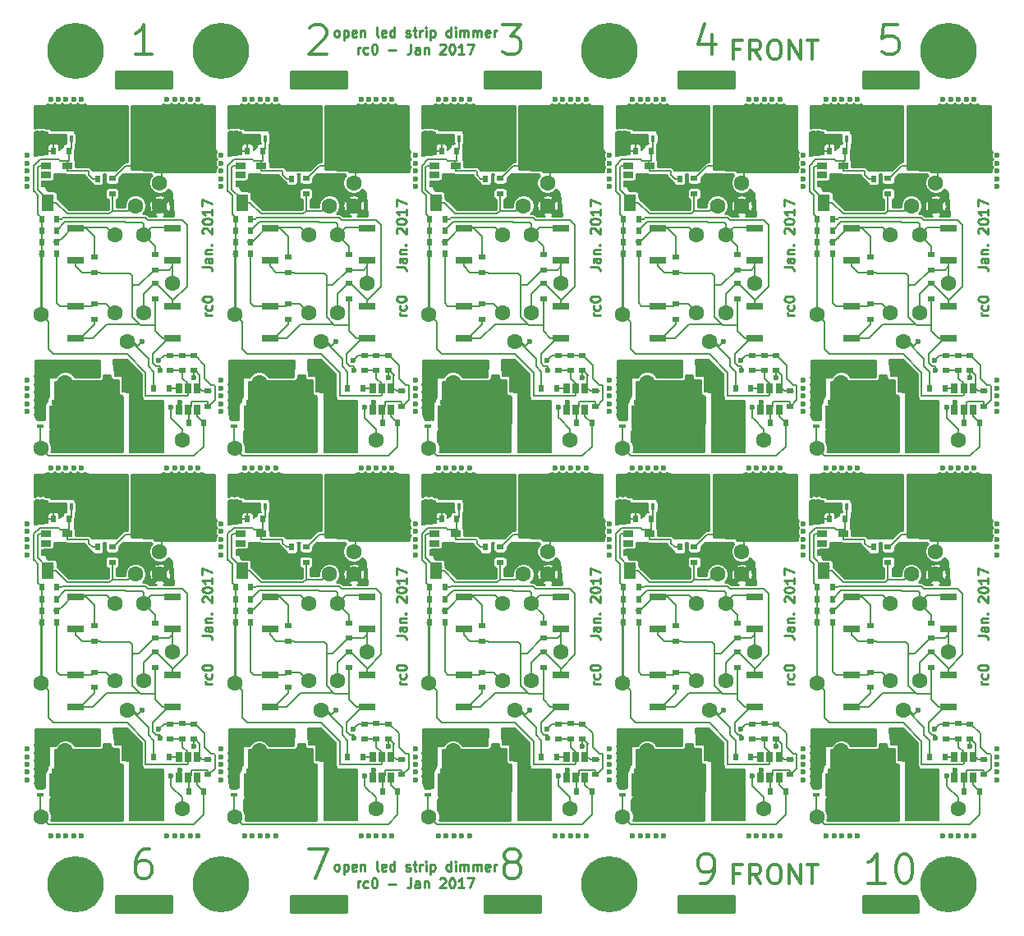
<source format=gbr>
G04 #@! TF.FileFunction,Copper,L1,Top,Signal*
%FSLAX46Y46*%
G04 Gerber Fmt 4.6, Leading zero omitted, Abs format (unit mm)*
G04 Created by KiCad (PCBNEW 4.0.4-stable) date 01/05/17 11:30:21*
%MOMM*%
%LPD*%
G01*
G04 APERTURE LIST*
%ADD10C,0.100000*%
%ADD11C,0.250000*%
%ADD12C,0.300000*%
%ADD13C,5.800000*%
%ADD14C,0.500000*%
%ADD15R,1.700000X0.800000*%
%ADD16C,1.600000*%
%ADD17R,1.250000X1.750000*%
%ADD18R,0.797560X0.599440*%
%ADD19R,0.599440X0.797560*%
%ADD20C,0.600000*%
%ADD21R,0.650000X1.060000*%
%ADD22R,0.910000X1.220000*%
%ADD23R,3.000000X5.000000*%
%ADD24R,0.420000X0.550000*%
%ADD25R,1.000000X1.000000*%
%ADD26R,0.500000X0.260000*%
%ADD27R,0.470000X1.000000*%
%ADD28R,0.570000X0.545000*%
%ADD29R,0.660000X0.420000*%
%ADD30R,1.830000X2.370000*%
%ADD31R,1.060000X0.650000*%
%ADD32R,0.550000X0.420000*%
%ADD33R,0.260000X0.500000*%
%ADD34R,1.000000X0.470000*%
%ADD35R,0.545000X0.570000*%
%ADD36R,0.420000X0.660000*%
%ADD37R,2.370000X1.830000*%
%ADD38C,0.200000*%
%ADD39C,1.800000*%
%ADD40C,0.254000*%
G04 APERTURE END LIST*
D10*
D11*
X101857142Y-109577381D02*
X101761904Y-109529762D01*
X101714285Y-109482143D01*
X101666666Y-109386905D01*
X101666666Y-109101190D01*
X101714285Y-109005952D01*
X101761904Y-108958333D01*
X101857142Y-108910714D01*
X102000000Y-108910714D01*
X102095238Y-108958333D01*
X102142857Y-109005952D01*
X102190476Y-109101190D01*
X102190476Y-109386905D01*
X102142857Y-109482143D01*
X102095238Y-109529762D01*
X102000000Y-109577381D01*
X101857142Y-109577381D01*
X102619047Y-108910714D02*
X102619047Y-109910714D01*
X102619047Y-108958333D02*
X102714285Y-108910714D01*
X102904762Y-108910714D01*
X103000000Y-108958333D01*
X103047619Y-109005952D01*
X103095238Y-109101190D01*
X103095238Y-109386905D01*
X103047619Y-109482143D01*
X103000000Y-109529762D01*
X102904762Y-109577381D01*
X102714285Y-109577381D01*
X102619047Y-109529762D01*
X103904762Y-109529762D02*
X103809524Y-109577381D01*
X103619047Y-109577381D01*
X103523809Y-109529762D01*
X103476190Y-109434524D01*
X103476190Y-109053571D01*
X103523809Y-108958333D01*
X103619047Y-108910714D01*
X103809524Y-108910714D01*
X103904762Y-108958333D01*
X103952381Y-109053571D01*
X103952381Y-109148810D01*
X103476190Y-109244048D01*
X104380952Y-108910714D02*
X104380952Y-109577381D01*
X104380952Y-109005952D02*
X104428571Y-108958333D01*
X104523809Y-108910714D01*
X104666667Y-108910714D01*
X104761905Y-108958333D01*
X104809524Y-109053571D01*
X104809524Y-109577381D01*
X106190476Y-109577381D02*
X106095238Y-109529762D01*
X106047619Y-109434524D01*
X106047619Y-108577381D01*
X106952382Y-109529762D02*
X106857144Y-109577381D01*
X106666667Y-109577381D01*
X106571429Y-109529762D01*
X106523810Y-109434524D01*
X106523810Y-109053571D01*
X106571429Y-108958333D01*
X106666667Y-108910714D01*
X106857144Y-108910714D01*
X106952382Y-108958333D01*
X107000001Y-109053571D01*
X107000001Y-109148810D01*
X106523810Y-109244048D01*
X107857144Y-109577381D02*
X107857144Y-108577381D01*
X107857144Y-109529762D02*
X107761906Y-109577381D01*
X107571429Y-109577381D01*
X107476191Y-109529762D01*
X107428572Y-109482143D01*
X107380953Y-109386905D01*
X107380953Y-109101190D01*
X107428572Y-109005952D01*
X107476191Y-108958333D01*
X107571429Y-108910714D01*
X107761906Y-108910714D01*
X107857144Y-108958333D01*
X109047620Y-109529762D02*
X109142858Y-109577381D01*
X109333334Y-109577381D01*
X109428573Y-109529762D01*
X109476192Y-109434524D01*
X109476192Y-109386905D01*
X109428573Y-109291667D01*
X109333334Y-109244048D01*
X109190477Y-109244048D01*
X109095239Y-109196429D01*
X109047620Y-109101190D01*
X109047620Y-109053571D01*
X109095239Y-108958333D01*
X109190477Y-108910714D01*
X109333334Y-108910714D01*
X109428573Y-108958333D01*
X109761906Y-108910714D02*
X110142858Y-108910714D01*
X109904763Y-108577381D02*
X109904763Y-109434524D01*
X109952382Y-109529762D01*
X110047620Y-109577381D01*
X110142858Y-109577381D01*
X110476192Y-109577381D02*
X110476192Y-108910714D01*
X110476192Y-109101190D02*
X110523811Y-109005952D01*
X110571430Y-108958333D01*
X110666668Y-108910714D01*
X110761907Y-108910714D01*
X111095240Y-109577381D02*
X111095240Y-108910714D01*
X111095240Y-108577381D02*
X111047621Y-108625000D01*
X111095240Y-108672619D01*
X111142859Y-108625000D01*
X111095240Y-108577381D01*
X111095240Y-108672619D01*
X111571430Y-108910714D02*
X111571430Y-109910714D01*
X111571430Y-108958333D02*
X111666668Y-108910714D01*
X111857145Y-108910714D01*
X111952383Y-108958333D01*
X112000002Y-109005952D01*
X112047621Y-109101190D01*
X112047621Y-109386905D01*
X112000002Y-109482143D01*
X111952383Y-109529762D01*
X111857145Y-109577381D01*
X111666668Y-109577381D01*
X111571430Y-109529762D01*
X113666669Y-109577381D02*
X113666669Y-108577381D01*
X113666669Y-109529762D02*
X113571431Y-109577381D01*
X113380954Y-109577381D01*
X113285716Y-109529762D01*
X113238097Y-109482143D01*
X113190478Y-109386905D01*
X113190478Y-109101190D01*
X113238097Y-109005952D01*
X113285716Y-108958333D01*
X113380954Y-108910714D01*
X113571431Y-108910714D01*
X113666669Y-108958333D01*
X114142859Y-109577381D02*
X114142859Y-108910714D01*
X114142859Y-108577381D02*
X114095240Y-108625000D01*
X114142859Y-108672619D01*
X114190478Y-108625000D01*
X114142859Y-108577381D01*
X114142859Y-108672619D01*
X114619049Y-109577381D02*
X114619049Y-108910714D01*
X114619049Y-109005952D02*
X114666668Y-108958333D01*
X114761906Y-108910714D01*
X114904764Y-108910714D01*
X115000002Y-108958333D01*
X115047621Y-109053571D01*
X115047621Y-109577381D01*
X115047621Y-109053571D02*
X115095240Y-108958333D01*
X115190478Y-108910714D01*
X115333335Y-108910714D01*
X115428573Y-108958333D01*
X115476192Y-109053571D01*
X115476192Y-109577381D01*
X115952382Y-109577381D02*
X115952382Y-108910714D01*
X115952382Y-109005952D02*
X116000001Y-108958333D01*
X116095239Y-108910714D01*
X116238097Y-108910714D01*
X116333335Y-108958333D01*
X116380954Y-109053571D01*
X116380954Y-109577381D01*
X116380954Y-109053571D02*
X116428573Y-108958333D01*
X116523811Y-108910714D01*
X116666668Y-108910714D01*
X116761906Y-108958333D01*
X116809525Y-109053571D01*
X116809525Y-109577381D01*
X117666668Y-109529762D02*
X117571430Y-109577381D01*
X117380953Y-109577381D01*
X117285715Y-109529762D01*
X117238096Y-109434524D01*
X117238096Y-109053571D01*
X117285715Y-108958333D01*
X117380953Y-108910714D01*
X117571430Y-108910714D01*
X117666668Y-108958333D01*
X117714287Y-109053571D01*
X117714287Y-109148810D01*
X117238096Y-109244048D01*
X118142858Y-109577381D02*
X118142858Y-108910714D01*
X118142858Y-109101190D02*
X118190477Y-109005952D01*
X118238096Y-108958333D01*
X118333334Y-108910714D01*
X118428573Y-108910714D01*
X104071428Y-111327381D02*
X104071428Y-110660714D01*
X104071428Y-110851190D02*
X104119047Y-110755952D01*
X104166666Y-110708333D01*
X104261904Y-110660714D01*
X104357143Y-110660714D01*
X105119048Y-111279762D02*
X105023810Y-111327381D01*
X104833333Y-111327381D01*
X104738095Y-111279762D01*
X104690476Y-111232143D01*
X104642857Y-111136905D01*
X104642857Y-110851190D01*
X104690476Y-110755952D01*
X104738095Y-110708333D01*
X104833333Y-110660714D01*
X105023810Y-110660714D01*
X105119048Y-110708333D01*
X105738095Y-110327381D02*
X105833334Y-110327381D01*
X105928572Y-110375000D01*
X105976191Y-110422619D01*
X106023810Y-110517857D01*
X106071429Y-110708333D01*
X106071429Y-110946429D01*
X106023810Y-111136905D01*
X105976191Y-111232143D01*
X105928572Y-111279762D01*
X105833334Y-111327381D01*
X105738095Y-111327381D01*
X105642857Y-111279762D01*
X105595238Y-111232143D01*
X105547619Y-111136905D01*
X105500000Y-110946429D01*
X105500000Y-110708333D01*
X105547619Y-110517857D01*
X105595238Y-110422619D01*
X105642857Y-110375000D01*
X105738095Y-110327381D01*
X107261905Y-110946429D02*
X108023810Y-110946429D01*
X109547620Y-110327381D02*
X109547620Y-111041667D01*
X109500000Y-111184524D01*
X109404762Y-111279762D01*
X109261905Y-111327381D01*
X109166667Y-111327381D01*
X110452382Y-111327381D02*
X110452382Y-110803571D01*
X110404763Y-110708333D01*
X110309525Y-110660714D01*
X110119048Y-110660714D01*
X110023810Y-110708333D01*
X110452382Y-111279762D02*
X110357144Y-111327381D01*
X110119048Y-111327381D01*
X110023810Y-111279762D01*
X109976191Y-111184524D01*
X109976191Y-111089286D01*
X110023810Y-110994048D01*
X110119048Y-110946429D01*
X110357144Y-110946429D01*
X110452382Y-110898810D01*
X110928572Y-110660714D02*
X110928572Y-111327381D01*
X110928572Y-110755952D02*
X110976191Y-110708333D01*
X111071429Y-110660714D01*
X111214287Y-110660714D01*
X111309525Y-110708333D01*
X111357144Y-110803571D01*
X111357144Y-111327381D01*
X112547620Y-110422619D02*
X112595239Y-110375000D01*
X112690477Y-110327381D01*
X112928573Y-110327381D01*
X113023811Y-110375000D01*
X113071430Y-110422619D01*
X113119049Y-110517857D01*
X113119049Y-110613095D01*
X113071430Y-110755952D01*
X112500001Y-111327381D01*
X113119049Y-111327381D01*
X113738096Y-110327381D02*
X113833335Y-110327381D01*
X113928573Y-110375000D01*
X113976192Y-110422619D01*
X114023811Y-110517857D01*
X114071430Y-110708333D01*
X114071430Y-110946429D01*
X114023811Y-111136905D01*
X113976192Y-111232143D01*
X113928573Y-111279762D01*
X113833335Y-111327381D01*
X113738096Y-111327381D01*
X113642858Y-111279762D01*
X113595239Y-111232143D01*
X113547620Y-111136905D01*
X113500001Y-110946429D01*
X113500001Y-110708333D01*
X113547620Y-110517857D01*
X113595239Y-110422619D01*
X113642858Y-110375000D01*
X113738096Y-110327381D01*
X115023811Y-111327381D02*
X114452382Y-111327381D01*
X114738096Y-111327381D02*
X114738096Y-110327381D01*
X114642858Y-110470238D01*
X114547620Y-110565476D01*
X114452382Y-110613095D01*
X115357144Y-110327381D02*
X116023811Y-110327381D01*
X115595239Y-111327381D01*
D12*
X143428571Y-109857143D02*
X142761904Y-109857143D01*
X142761904Y-110904762D02*
X142761904Y-108904762D01*
X143714285Y-108904762D01*
X145619048Y-110904762D02*
X144952381Y-109952381D01*
X144476190Y-110904762D02*
X144476190Y-108904762D01*
X145238095Y-108904762D01*
X145428571Y-109000000D01*
X145523810Y-109095238D01*
X145619048Y-109285714D01*
X145619048Y-109571429D01*
X145523810Y-109761905D01*
X145428571Y-109857143D01*
X145238095Y-109952381D01*
X144476190Y-109952381D01*
X146857143Y-108904762D02*
X147238095Y-108904762D01*
X147428571Y-109000000D01*
X147619048Y-109190476D01*
X147714286Y-109571429D01*
X147714286Y-110238095D01*
X147619048Y-110619048D01*
X147428571Y-110809524D01*
X147238095Y-110904762D01*
X146857143Y-110904762D01*
X146666667Y-110809524D01*
X146476190Y-110619048D01*
X146380952Y-110238095D01*
X146380952Y-109571429D01*
X146476190Y-109190476D01*
X146666667Y-109000000D01*
X146857143Y-108904762D01*
X148571428Y-110904762D02*
X148571428Y-108904762D01*
X149714286Y-110904762D01*
X149714286Y-108904762D01*
X150380952Y-108904762D02*
X151523809Y-108904762D01*
X150952381Y-110904762D02*
X150952381Y-108904762D01*
X143428571Y-24857143D02*
X142761904Y-24857143D01*
X142761904Y-25904762D02*
X142761904Y-23904762D01*
X143714285Y-23904762D01*
X145619048Y-25904762D02*
X144952381Y-24952381D01*
X144476190Y-25904762D02*
X144476190Y-23904762D01*
X145238095Y-23904762D01*
X145428571Y-24000000D01*
X145523810Y-24095238D01*
X145619048Y-24285714D01*
X145619048Y-24571429D01*
X145523810Y-24761905D01*
X145428571Y-24857143D01*
X145238095Y-24952381D01*
X144476190Y-24952381D01*
X146857143Y-23904762D02*
X147238095Y-23904762D01*
X147428571Y-24000000D01*
X147619048Y-24190476D01*
X147714286Y-24571429D01*
X147714286Y-25238095D01*
X147619048Y-25619048D01*
X147428571Y-25809524D01*
X147238095Y-25904762D01*
X146857143Y-25904762D01*
X146666667Y-25809524D01*
X146476190Y-25619048D01*
X146380952Y-25238095D01*
X146380952Y-24571429D01*
X146476190Y-24190476D01*
X146666667Y-24000000D01*
X146857143Y-23904762D01*
X148571428Y-25904762D02*
X148571428Y-23904762D01*
X149714286Y-25904762D01*
X149714286Y-23904762D01*
X150380952Y-23904762D02*
X151523809Y-23904762D01*
X150952381Y-25904762D02*
X150952381Y-23904762D01*
D11*
X101857142Y-23577381D02*
X101761904Y-23529762D01*
X101714285Y-23482143D01*
X101666666Y-23386905D01*
X101666666Y-23101190D01*
X101714285Y-23005952D01*
X101761904Y-22958333D01*
X101857142Y-22910714D01*
X102000000Y-22910714D01*
X102095238Y-22958333D01*
X102142857Y-23005952D01*
X102190476Y-23101190D01*
X102190476Y-23386905D01*
X102142857Y-23482143D01*
X102095238Y-23529762D01*
X102000000Y-23577381D01*
X101857142Y-23577381D01*
X102619047Y-22910714D02*
X102619047Y-23910714D01*
X102619047Y-22958333D02*
X102714285Y-22910714D01*
X102904762Y-22910714D01*
X103000000Y-22958333D01*
X103047619Y-23005952D01*
X103095238Y-23101190D01*
X103095238Y-23386905D01*
X103047619Y-23482143D01*
X103000000Y-23529762D01*
X102904762Y-23577381D01*
X102714285Y-23577381D01*
X102619047Y-23529762D01*
X103904762Y-23529762D02*
X103809524Y-23577381D01*
X103619047Y-23577381D01*
X103523809Y-23529762D01*
X103476190Y-23434524D01*
X103476190Y-23053571D01*
X103523809Y-22958333D01*
X103619047Y-22910714D01*
X103809524Y-22910714D01*
X103904762Y-22958333D01*
X103952381Y-23053571D01*
X103952381Y-23148810D01*
X103476190Y-23244048D01*
X104380952Y-22910714D02*
X104380952Y-23577381D01*
X104380952Y-23005952D02*
X104428571Y-22958333D01*
X104523809Y-22910714D01*
X104666667Y-22910714D01*
X104761905Y-22958333D01*
X104809524Y-23053571D01*
X104809524Y-23577381D01*
X106190476Y-23577381D02*
X106095238Y-23529762D01*
X106047619Y-23434524D01*
X106047619Y-22577381D01*
X106952382Y-23529762D02*
X106857144Y-23577381D01*
X106666667Y-23577381D01*
X106571429Y-23529762D01*
X106523810Y-23434524D01*
X106523810Y-23053571D01*
X106571429Y-22958333D01*
X106666667Y-22910714D01*
X106857144Y-22910714D01*
X106952382Y-22958333D01*
X107000001Y-23053571D01*
X107000001Y-23148810D01*
X106523810Y-23244048D01*
X107857144Y-23577381D02*
X107857144Y-22577381D01*
X107857144Y-23529762D02*
X107761906Y-23577381D01*
X107571429Y-23577381D01*
X107476191Y-23529762D01*
X107428572Y-23482143D01*
X107380953Y-23386905D01*
X107380953Y-23101190D01*
X107428572Y-23005952D01*
X107476191Y-22958333D01*
X107571429Y-22910714D01*
X107761906Y-22910714D01*
X107857144Y-22958333D01*
X109047620Y-23529762D02*
X109142858Y-23577381D01*
X109333334Y-23577381D01*
X109428573Y-23529762D01*
X109476192Y-23434524D01*
X109476192Y-23386905D01*
X109428573Y-23291667D01*
X109333334Y-23244048D01*
X109190477Y-23244048D01*
X109095239Y-23196429D01*
X109047620Y-23101190D01*
X109047620Y-23053571D01*
X109095239Y-22958333D01*
X109190477Y-22910714D01*
X109333334Y-22910714D01*
X109428573Y-22958333D01*
X109761906Y-22910714D02*
X110142858Y-22910714D01*
X109904763Y-22577381D02*
X109904763Y-23434524D01*
X109952382Y-23529762D01*
X110047620Y-23577381D01*
X110142858Y-23577381D01*
X110476192Y-23577381D02*
X110476192Y-22910714D01*
X110476192Y-23101190D02*
X110523811Y-23005952D01*
X110571430Y-22958333D01*
X110666668Y-22910714D01*
X110761907Y-22910714D01*
X111095240Y-23577381D02*
X111095240Y-22910714D01*
X111095240Y-22577381D02*
X111047621Y-22625000D01*
X111095240Y-22672619D01*
X111142859Y-22625000D01*
X111095240Y-22577381D01*
X111095240Y-22672619D01*
X111571430Y-22910714D02*
X111571430Y-23910714D01*
X111571430Y-22958333D02*
X111666668Y-22910714D01*
X111857145Y-22910714D01*
X111952383Y-22958333D01*
X112000002Y-23005952D01*
X112047621Y-23101190D01*
X112047621Y-23386905D01*
X112000002Y-23482143D01*
X111952383Y-23529762D01*
X111857145Y-23577381D01*
X111666668Y-23577381D01*
X111571430Y-23529762D01*
X113666669Y-23577381D02*
X113666669Y-22577381D01*
X113666669Y-23529762D02*
X113571431Y-23577381D01*
X113380954Y-23577381D01*
X113285716Y-23529762D01*
X113238097Y-23482143D01*
X113190478Y-23386905D01*
X113190478Y-23101190D01*
X113238097Y-23005952D01*
X113285716Y-22958333D01*
X113380954Y-22910714D01*
X113571431Y-22910714D01*
X113666669Y-22958333D01*
X114142859Y-23577381D02*
X114142859Y-22910714D01*
X114142859Y-22577381D02*
X114095240Y-22625000D01*
X114142859Y-22672619D01*
X114190478Y-22625000D01*
X114142859Y-22577381D01*
X114142859Y-22672619D01*
X114619049Y-23577381D02*
X114619049Y-22910714D01*
X114619049Y-23005952D02*
X114666668Y-22958333D01*
X114761906Y-22910714D01*
X114904764Y-22910714D01*
X115000002Y-22958333D01*
X115047621Y-23053571D01*
X115047621Y-23577381D01*
X115047621Y-23053571D02*
X115095240Y-22958333D01*
X115190478Y-22910714D01*
X115333335Y-22910714D01*
X115428573Y-22958333D01*
X115476192Y-23053571D01*
X115476192Y-23577381D01*
X115952382Y-23577381D02*
X115952382Y-22910714D01*
X115952382Y-23005952D02*
X116000001Y-22958333D01*
X116095239Y-22910714D01*
X116238097Y-22910714D01*
X116333335Y-22958333D01*
X116380954Y-23053571D01*
X116380954Y-23577381D01*
X116380954Y-23053571D02*
X116428573Y-22958333D01*
X116523811Y-22910714D01*
X116666668Y-22910714D01*
X116761906Y-22958333D01*
X116809525Y-23053571D01*
X116809525Y-23577381D01*
X117666668Y-23529762D02*
X117571430Y-23577381D01*
X117380953Y-23577381D01*
X117285715Y-23529762D01*
X117238096Y-23434524D01*
X117238096Y-23053571D01*
X117285715Y-22958333D01*
X117380953Y-22910714D01*
X117571430Y-22910714D01*
X117666668Y-22958333D01*
X117714287Y-23053571D01*
X117714287Y-23148810D01*
X117238096Y-23244048D01*
X118142858Y-23577381D02*
X118142858Y-22910714D01*
X118142858Y-23101190D02*
X118190477Y-23005952D01*
X118238096Y-22958333D01*
X118333334Y-22910714D01*
X118428573Y-22910714D01*
X104071428Y-25327381D02*
X104071428Y-24660714D01*
X104071428Y-24851190D02*
X104119047Y-24755952D01*
X104166666Y-24708333D01*
X104261904Y-24660714D01*
X104357143Y-24660714D01*
X105119048Y-25279762D02*
X105023810Y-25327381D01*
X104833333Y-25327381D01*
X104738095Y-25279762D01*
X104690476Y-25232143D01*
X104642857Y-25136905D01*
X104642857Y-24851190D01*
X104690476Y-24755952D01*
X104738095Y-24708333D01*
X104833333Y-24660714D01*
X105023810Y-24660714D01*
X105119048Y-24708333D01*
X105738095Y-24327381D02*
X105833334Y-24327381D01*
X105928572Y-24375000D01*
X105976191Y-24422619D01*
X106023810Y-24517857D01*
X106071429Y-24708333D01*
X106071429Y-24946429D01*
X106023810Y-25136905D01*
X105976191Y-25232143D01*
X105928572Y-25279762D01*
X105833334Y-25327381D01*
X105738095Y-25327381D01*
X105642857Y-25279762D01*
X105595238Y-25232143D01*
X105547619Y-25136905D01*
X105500000Y-24946429D01*
X105500000Y-24708333D01*
X105547619Y-24517857D01*
X105595238Y-24422619D01*
X105642857Y-24375000D01*
X105738095Y-24327381D01*
X107261905Y-24946429D02*
X108023810Y-24946429D01*
X109547620Y-24327381D02*
X109547620Y-25041667D01*
X109500000Y-25184524D01*
X109404762Y-25279762D01*
X109261905Y-25327381D01*
X109166667Y-25327381D01*
X110452382Y-25327381D02*
X110452382Y-24803571D01*
X110404763Y-24708333D01*
X110309525Y-24660714D01*
X110119048Y-24660714D01*
X110023810Y-24708333D01*
X110452382Y-25279762D02*
X110357144Y-25327381D01*
X110119048Y-25327381D01*
X110023810Y-25279762D01*
X109976191Y-25184524D01*
X109976191Y-25089286D01*
X110023810Y-24994048D01*
X110119048Y-24946429D01*
X110357144Y-24946429D01*
X110452382Y-24898810D01*
X110928572Y-24660714D02*
X110928572Y-25327381D01*
X110928572Y-24755952D02*
X110976191Y-24708333D01*
X111071429Y-24660714D01*
X111214287Y-24660714D01*
X111309525Y-24708333D01*
X111357144Y-24803571D01*
X111357144Y-25327381D01*
X112547620Y-24422619D02*
X112595239Y-24375000D01*
X112690477Y-24327381D01*
X112928573Y-24327381D01*
X113023811Y-24375000D01*
X113071430Y-24422619D01*
X113119049Y-24517857D01*
X113119049Y-24613095D01*
X113071430Y-24755952D01*
X112500001Y-25327381D01*
X113119049Y-25327381D01*
X113738096Y-24327381D02*
X113833335Y-24327381D01*
X113928573Y-24375000D01*
X113976192Y-24422619D01*
X114023811Y-24517857D01*
X114071430Y-24708333D01*
X114071430Y-24946429D01*
X114023811Y-25136905D01*
X113976192Y-25232143D01*
X113928573Y-25279762D01*
X113833335Y-25327381D01*
X113738096Y-25327381D01*
X113642858Y-25279762D01*
X113595239Y-25232143D01*
X113547620Y-25136905D01*
X113500001Y-24946429D01*
X113500001Y-24708333D01*
X113547620Y-24517857D01*
X113595239Y-24422619D01*
X113642858Y-24375000D01*
X113738096Y-24327381D01*
X115023811Y-25327381D02*
X114452382Y-25327381D01*
X114738096Y-25327381D02*
X114738096Y-24327381D01*
X114642858Y-24470238D01*
X114547620Y-24565476D01*
X114452382Y-24613095D01*
X115357144Y-24327381D02*
X116023811Y-24327381D01*
X115595239Y-25327381D01*
D12*
X82571429Y-107357143D02*
X82000000Y-107357143D01*
X81714286Y-107500000D01*
X81571429Y-107642857D01*
X81285715Y-108071429D01*
X81142858Y-108642857D01*
X81142858Y-109785714D01*
X81285715Y-110071429D01*
X81428572Y-110214286D01*
X81714286Y-110357143D01*
X82285715Y-110357143D01*
X82571429Y-110214286D01*
X82714286Y-110071429D01*
X82857143Y-109785714D01*
X82857143Y-109071429D01*
X82714286Y-108785714D01*
X82571429Y-108642857D01*
X82285715Y-108500000D01*
X81714286Y-108500000D01*
X81428572Y-108642857D01*
X81285715Y-108785714D01*
X81142858Y-109071429D01*
X99000000Y-107357143D02*
X101000000Y-107357143D01*
X99714286Y-110357143D01*
X119714286Y-108642857D02*
X119428572Y-108500000D01*
X119285715Y-108357143D01*
X119142858Y-108071429D01*
X119142858Y-107928571D01*
X119285715Y-107642857D01*
X119428572Y-107500000D01*
X119714286Y-107357143D01*
X120285715Y-107357143D01*
X120571429Y-107500000D01*
X120714286Y-107642857D01*
X120857143Y-107928571D01*
X120857143Y-108071429D01*
X120714286Y-108357143D01*
X120571429Y-108500000D01*
X120285715Y-108642857D01*
X119714286Y-108642857D01*
X119428572Y-108785714D01*
X119285715Y-108928571D01*
X119142858Y-109214286D01*
X119142858Y-109785714D01*
X119285715Y-110071429D01*
X119428572Y-110214286D01*
X119714286Y-110357143D01*
X120285715Y-110357143D01*
X120571429Y-110214286D01*
X120714286Y-110071429D01*
X120857143Y-109785714D01*
X120857143Y-109214286D01*
X120714286Y-108928571D01*
X120571429Y-108785714D01*
X120285715Y-108642857D01*
X139428572Y-110857143D02*
X140000000Y-110857143D01*
X140285715Y-110714286D01*
X140428572Y-110571429D01*
X140714286Y-110142857D01*
X140857143Y-109571429D01*
X140857143Y-108428571D01*
X140714286Y-108142857D01*
X140571429Y-108000000D01*
X140285715Y-107857143D01*
X139714286Y-107857143D01*
X139428572Y-108000000D01*
X139285715Y-108142857D01*
X139142858Y-108428571D01*
X139142858Y-109142857D01*
X139285715Y-109428571D01*
X139428572Y-109571429D01*
X139714286Y-109714286D01*
X140285715Y-109714286D01*
X140571429Y-109571429D01*
X140714286Y-109428571D01*
X140857143Y-109142857D01*
X158428571Y-110857143D02*
X156714286Y-110857143D01*
X157571428Y-110857143D02*
X157571428Y-107857143D01*
X157285714Y-108285714D01*
X157000000Y-108571429D01*
X156714286Y-108714286D01*
X160285714Y-107857143D02*
X160571429Y-107857143D01*
X160857143Y-108000000D01*
X161000000Y-108142857D01*
X161142857Y-108428571D01*
X161285714Y-109000000D01*
X161285714Y-109714286D01*
X161142857Y-110285714D01*
X161000000Y-110571429D01*
X160857143Y-110714286D01*
X160571429Y-110857143D01*
X160285714Y-110857143D01*
X160000000Y-110714286D01*
X159857143Y-110571429D01*
X159714286Y-110285714D01*
X159571429Y-109714286D01*
X159571429Y-109000000D01*
X159714286Y-108428571D01*
X159857143Y-108142857D01*
X160000000Y-108000000D01*
X160285714Y-107857143D01*
X159714286Y-22357143D02*
X158285715Y-22357143D01*
X158142858Y-23785714D01*
X158285715Y-23642857D01*
X158571429Y-23500000D01*
X159285715Y-23500000D01*
X159571429Y-23642857D01*
X159714286Y-23785714D01*
X159857143Y-24071429D01*
X159857143Y-24785714D01*
X159714286Y-25071429D01*
X159571429Y-25214286D01*
X159285715Y-25357143D01*
X158571429Y-25357143D01*
X158285715Y-25214286D01*
X158142858Y-25071429D01*
X140571429Y-23357143D02*
X140571429Y-25357143D01*
X139857143Y-22214286D02*
X139142858Y-24357143D01*
X141000000Y-24357143D01*
X119000000Y-22357143D02*
X120857143Y-22357143D01*
X119857143Y-23500000D01*
X120285715Y-23500000D01*
X120571429Y-23642857D01*
X120714286Y-23785714D01*
X120857143Y-24071429D01*
X120857143Y-24785714D01*
X120714286Y-25071429D01*
X120571429Y-25214286D01*
X120285715Y-25357143D01*
X119428572Y-25357143D01*
X119142858Y-25214286D01*
X119000000Y-25071429D01*
X99142858Y-22642857D02*
X99285715Y-22500000D01*
X99571429Y-22357143D01*
X100285715Y-22357143D01*
X100571429Y-22500000D01*
X100714286Y-22642857D01*
X100857143Y-22928571D01*
X100857143Y-23214286D01*
X100714286Y-23642857D01*
X99000000Y-25357143D01*
X100857143Y-25357143D01*
X82857143Y-25357143D02*
X81142858Y-25357143D01*
X82000000Y-25357143D02*
X82000000Y-22357143D01*
X81714286Y-22785714D01*
X81428572Y-23071429D01*
X81142858Y-23214286D01*
D11*
X169052381Y-52328572D02*
X168385714Y-52328572D01*
X168576190Y-52328572D02*
X168480952Y-52280953D01*
X168433333Y-52233334D01*
X168385714Y-52138096D01*
X168385714Y-52042857D01*
X169004762Y-51280952D02*
X169052381Y-51376190D01*
X169052381Y-51566667D01*
X169004762Y-51661905D01*
X168957143Y-51709524D01*
X168861905Y-51757143D01*
X168576190Y-51757143D01*
X168480952Y-51709524D01*
X168433333Y-51661905D01*
X168385714Y-51566667D01*
X168385714Y-51376190D01*
X168433333Y-51280952D01*
X168052381Y-50661905D02*
X168052381Y-50566666D01*
X168100000Y-50471428D01*
X168147619Y-50423809D01*
X168242857Y-50376190D01*
X168433333Y-50328571D01*
X168671429Y-50328571D01*
X168861905Y-50376190D01*
X168957143Y-50423809D01*
X169004762Y-50471428D01*
X169052381Y-50566666D01*
X169052381Y-50661905D01*
X169004762Y-50757143D01*
X168957143Y-50804762D01*
X168861905Y-50852381D01*
X168671429Y-50900000D01*
X168433333Y-50900000D01*
X168242857Y-50852381D01*
X168147619Y-50804762D01*
X168100000Y-50757143D01*
X168052381Y-50661905D01*
X168052381Y-47328570D02*
X168766667Y-47328570D01*
X168909524Y-47376190D01*
X169004762Y-47471428D01*
X169052381Y-47614285D01*
X169052381Y-47709523D01*
X169052381Y-46423808D02*
X168528571Y-46423808D01*
X168433333Y-46471427D01*
X168385714Y-46566665D01*
X168385714Y-46757142D01*
X168433333Y-46852380D01*
X169004762Y-46423808D02*
X169052381Y-46519046D01*
X169052381Y-46757142D01*
X169004762Y-46852380D01*
X168909524Y-46899999D01*
X168814286Y-46899999D01*
X168719048Y-46852380D01*
X168671429Y-46757142D01*
X168671429Y-46519046D01*
X168623810Y-46423808D01*
X168385714Y-45947618D02*
X169052381Y-45947618D01*
X168480952Y-45947618D02*
X168433333Y-45899999D01*
X168385714Y-45804761D01*
X168385714Y-45661903D01*
X168433333Y-45566665D01*
X168528571Y-45519046D01*
X169052381Y-45519046D01*
X168957143Y-45042856D02*
X169004762Y-44995237D01*
X169052381Y-45042856D01*
X169004762Y-45090475D01*
X168957143Y-45042856D01*
X169052381Y-45042856D01*
X168147619Y-43852380D02*
X168100000Y-43804761D01*
X168052381Y-43709523D01*
X168052381Y-43471427D01*
X168100000Y-43376189D01*
X168147619Y-43328570D01*
X168242857Y-43280951D01*
X168338095Y-43280951D01*
X168480952Y-43328570D01*
X169052381Y-43899999D01*
X169052381Y-43280951D01*
X168052381Y-42661904D02*
X168052381Y-42566665D01*
X168100000Y-42471427D01*
X168147619Y-42423808D01*
X168242857Y-42376189D01*
X168433333Y-42328570D01*
X168671429Y-42328570D01*
X168861905Y-42376189D01*
X168957143Y-42423808D01*
X169004762Y-42471427D01*
X169052381Y-42566665D01*
X169052381Y-42661904D01*
X169004762Y-42757142D01*
X168957143Y-42804761D01*
X168861905Y-42852380D01*
X168671429Y-42899999D01*
X168433333Y-42899999D01*
X168242857Y-42852380D01*
X168147619Y-42804761D01*
X168100000Y-42757142D01*
X168052381Y-42661904D01*
X169052381Y-41376189D02*
X169052381Y-41947618D01*
X169052381Y-41661904D02*
X168052381Y-41661904D01*
X168195238Y-41757142D01*
X168290476Y-41852380D01*
X168338095Y-41947618D01*
X168052381Y-41042856D02*
X168052381Y-40376189D01*
X169052381Y-40804761D01*
X169052381Y-90328572D02*
X168385714Y-90328572D01*
X168576190Y-90328572D02*
X168480952Y-90280953D01*
X168433333Y-90233334D01*
X168385714Y-90138096D01*
X168385714Y-90042857D01*
X169004762Y-89280952D02*
X169052381Y-89376190D01*
X169052381Y-89566667D01*
X169004762Y-89661905D01*
X168957143Y-89709524D01*
X168861905Y-89757143D01*
X168576190Y-89757143D01*
X168480952Y-89709524D01*
X168433333Y-89661905D01*
X168385714Y-89566667D01*
X168385714Y-89376190D01*
X168433333Y-89280952D01*
X168052381Y-88661905D02*
X168052381Y-88566666D01*
X168100000Y-88471428D01*
X168147619Y-88423809D01*
X168242857Y-88376190D01*
X168433333Y-88328571D01*
X168671429Y-88328571D01*
X168861905Y-88376190D01*
X168957143Y-88423809D01*
X169004762Y-88471428D01*
X169052381Y-88566666D01*
X169052381Y-88661905D01*
X169004762Y-88757143D01*
X168957143Y-88804762D01*
X168861905Y-88852381D01*
X168671429Y-88900000D01*
X168433333Y-88900000D01*
X168242857Y-88852381D01*
X168147619Y-88804762D01*
X168100000Y-88757143D01*
X168052381Y-88661905D01*
X168052381Y-85328570D02*
X168766667Y-85328570D01*
X168909524Y-85376190D01*
X169004762Y-85471428D01*
X169052381Y-85614285D01*
X169052381Y-85709523D01*
X169052381Y-84423808D02*
X168528571Y-84423808D01*
X168433333Y-84471427D01*
X168385714Y-84566665D01*
X168385714Y-84757142D01*
X168433333Y-84852380D01*
X169004762Y-84423808D02*
X169052381Y-84519046D01*
X169052381Y-84757142D01*
X169004762Y-84852380D01*
X168909524Y-84899999D01*
X168814286Y-84899999D01*
X168719048Y-84852380D01*
X168671429Y-84757142D01*
X168671429Y-84519046D01*
X168623810Y-84423808D01*
X168385714Y-83947618D02*
X169052381Y-83947618D01*
X168480952Y-83947618D02*
X168433333Y-83899999D01*
X168385714Y-83804761D01*
X168385714Y-83661903D01*
X168433333Y-83566665D01*
X168528571Y-83519046D01*
X169052381Y-83519046D01*
X168957143Y-83042856D02*
X169004762Y-82995237D01*
X169052381Y-83042856D01*
X169004762Y-83090475D01*
X168957143Y-83042856D01*
X169052381Y-83042856D01*
X168147619Y-81852380D02*
X168100000Y-81804761D01*
X168052381Y-81709523D01*
X168052381Y-81471427D01*
X168100000Y-81376189D01*
X168147619Y-81328570D01*
X168242857Y-81280951D01*
X168338095Y-81280951D01*
X168480952Y-81328570D01*
X169052381Y-81899999D01*
X169052381Y-81280951D01*
X168052381Y-80661904D02*
X168052381Y-80566665D01*
X168100000Y-80471427D01*
X168147619Y-80423808D01*
X168242857Y-80376189D01*
X168433333Y-80328570D01*
X168671429Y-80328570D01*
X168861905Y-80376189D01*
X168957143Y-80423808D01*
X169004762Y-80471427D01*
X169052381Y-80566665D01*
X169052381Y-80661904D01*
X169004762Y-80757142D01*
X168957143Y-80804761D01*
X168861905Y-80852380D01*
X168671429Y-80899999D01*
X168433333Y-80899999D01*
X168242857Y-80852380D01*
X168147619Y-80804761D01*
X168100000Y-80757142D01*
X168052381Y-80661904D01*
X169052381Y-79376189D02*
X169052381Y-79947618D01*
X169052381Y-79661904D02*
X168052381Y-79661904D01*
X168195238Y-79757142D01*
X168290476Y-79852380D01*
X168338095Y-79947618D01*
X168052381Y-79042856D02*
X168052381Y-78376189D01*
X169052381Y-78804761D01*
X149052381Y-52328572D02*
X148385714Y-52328572D01*
X148576190Y-52328572D02*
X148480952Y-52280953D01*
X148433333Y-52233334D01*
X148385714Y-52138096D01*
X148385714Y-52042857D01*
X149004762Y-51280952D02*
X149052381Y-51376190D01*
X149052381Y-51566667D01*
X149004762Y-51661905D01*
X148957143Y-51709524D01*
X148861905Y-51757143D01*
X148576190Y-51757143D01*
X148480952Y-51709524D01*
X148433333Y-51661905D01*
X148385714Y-51566667D01*
X148385714Y-51376190D01*
X148433333Y-51280952D01*
X148052381Y-50661905D02*
X148052381Y-50566666D01*
X148100000Y-50471428D01*
X148147619Y-50423809D01*
X148242857Y-50376190D01*
X148433333Y-50328571D01*
X148671429Y-50328571D01*
X148861905Y-50376190D01*
X148957143Y-50423809D01*
X149004762Y-50471428D01*
X149052381Y-50566666D01*
X149052381Y-50661905D01*
X149004762Y-50757143D01*
X148957143Y-50804762D01*
X148861905Y-50852381D01*
X148671429Y-50900000D01*
X148433333Y-50900000D01*
X148242857Y-50852381D01*
X148147619Y-50804762D01*
X148100000Y-50757143D01*
X148052381Y-50661905D01*
X148052381Y-47328570D02*
X148766667Y-47328570D01*
X148909524Y-47376190D01*
X149004762Y-47471428D01*
X149052381Y-47614285D01*
X149052381Y-47709523D01*
X149052381Y-46423808D02*
X148528571Y-46423808D01*
X148433333Y-46471427D01*
X148385714Y-46566665D01*
X148385714Y-46757142D01*
X148433333Y-46852380D01*
X149004762Y-46423808D02*
X149052381Y-46519046D01*
X149052381Y-46757142D01*
X149004762Y-46852380D01*
X148909524Y-46899999D01*
X148814286Y-46899999D01*
X148719048Y-46852380D01*
X148671429Y-46757142D01*
X148671429Y-46519046D01*
X148623810Y-46423808D01*
X148385714Y-45947618D02*
X149052381Y-45947618D01*
X148480952Y-45947618D02*
X148433333Y-45899999D01*
X148385714Y-45804761D01*
X148385714Y-45661903D01*
X148433333Y-45566665D01*
X148528571Y-45519046D01*
X149052381Y-45519046D01*
X148957143Y-45042856D02*
X149004762Y-44995237D01*
X149052381Y-45042856D01*
X149004762Y-45090475D01*
X148957143Y-45042856D01*
X149052381Y-45042856D01*
X148147619Y-43852380D02*
X148100000Y-43804761D01*
X148052381Y-43709523D01*
X148052381Y-43471427D01*
X148100000Y-43376189D01*
X148147619Y-43328570D01*
X148242857Y-43280951D01*
X148338095Y-43280951D01*
X148480952Y-43328570D01*
X149052381Y-43899999D01*
X149052381Y-43280951D01*
X148052381Y-42661904D02*
X148052381Y-42566665D01*
X148100000Y-42471427D01*
X148147619Y-42423808D01*
X148242857Y-42376189D01*
X148433333Y-42328570D01*
X148671429Y-42328570D01*
X148861905Y-42376189D01*
X148957143Y-42423808D01*
X149004762Y-42471427D01*
X149052381Y-42566665D01*
X149052381Y-42661904D01*
X149004762Y-42757142D01*
X148957143Y-42804761D01*
X148861905Y-42852380D01*
X148671429Y-42899999D01*
X148433333Y-42899999D01*
X148242857Y-42852380D01*
X148147619Y-42804761D01*
X148100000Y-42757142D01*
X148052381Y-42661904D01*
X149052381Y-41376189D02*
X149052381Y-41947618D01*
X149052381Y-41661904D02*
X148052381Y-41661904D01*
X148195238Y-41757142D01*
X148290476Y-41852380D01*
X148338095Y-41947618D01*
X148052381Y-41042856D02*
X148052381Y-40376189D01*
X149052381Y-40804761D01*
X149052381Y-90328572D02*
X148385714Y-90328572D01*
X148576190Y-90328572D02*
X148480952Y-90280953D01*
X148433333Y-90233334D01*
X148385714Y-90138096D01*
X148385714Y-90042857D01*
X149004762Y-89280952D02*
X149052381Y-89376190D01*
X149052381Y-89566667D01*
X149004762Y-89661905D01*
X148957143Y-89709524D01*
X148861905Y-89757143D01*
X148576190Y-89757143D01*
X148480952Y-89709524D01*
X148433333Y-89661905D01*
X148385714Y-89566667D01*
X148385714Y-89376190D01*
X148433333Y-89280952D01*
X148052381Y-88661905D02*
X148052381Y-88566666D01*
X148100000Y-88471428D01*
X148147619Y-88423809D01*
X148242857Y-88376190D01*
X148433333Y-88328571D01*
X148671429Y-88328571D01*
X148861905Y-88376190D01*
X148957143Y-88423809D01*
X149004762Y-88471428D01*
X149052381Y-88566666D01*
X149052381Y-88661905D01*
X149004762Y-88757143D01*
X148957143Y-88804762D01*
X148861905Y-88852381D01*
X148671429Y-88900000D01*
X148433333Y-88900000D01*
X148242857Y-88852381D01*
X148147619Y-88804762D01*
X148100000Y-88757143D01*
X148052381Y-88661905D01*
X148052381Y-85328570D02*
X148766667Y-85328570D01*
X148909524Y-85376190D01*
X149004762Y-85471428D01*
X149052381Y-85614285D01*
X149052381Y-85709523D01*
X149052381Y-84423808D02*
X148528571Y-84423808D01*
X148433333Y-84471427D01*
X148385714Y-84566665D01*
X148385714Y-84757142D01*
X148433333Y-84852380D01*
X149004762Y-84423808D02*
X149052381Y-84519046D01*
X149052381Y-84757142D01*
X149004762Y-84852380D01*
X148909524Y-84899999D01*
X148814286Y-84899999D01*
X148719048Y-84852380D01*
X148671429Y-84757142D01*
X148671429Y-84519046D01*
X148623810Y-84423808D01*
X148385714Y-83947618D02*
X149052381Y-83947618D01*
X148480952Y-83947618D02*
X148433333Y-83899999D01*
X148385714Y-83804761D01*
X148385714Y-83661903D01*
X148433333Y-83566665D01*
X148528571Y-83519046D01*
X149052381Y-83519046D01*
X148957143Y-83042856D02*
X149004762Y-82995237D01*
X149052381Y-83042856D01*
X149004762Y-83090475D01*
X148957143Y-83042856D01*
X149052381Y-83042856D01*
X148147619Y-81852380D02*
X148100000Y-81804761D01*
X148052381Y-81709523D01*
X148052381Y-81471427D01*
X148100000Y-81376189D01*
X148147619Y-81328570D01*
X148242857Y-81280951D01*
X148338095Y-81280951D01*
X148480952Y-81328570D01*
X149052381Y-81899999D01*
X149052381Y-81280951D01*
X148052381Y-80661904D02*
X148052381Y-80566665D01*
X148100000Y-80471427D01*
X148147619Y-80423808D01*
X148242857Y-80376189D01*
X148433333Y-80328570D01*
X148671429Y-80328570D01*
X148861905Y-80376189D01*
X148957143Y-80423808D01*
X149004762Y-80471427D01*
X149052381Y-80566665D01*
X149052381Y-80661904D01*
X149004762Y-80757142D01*
X148957143Y-80804761D01*
X148861905Y-80852380D01*
X148671429Y-80899999D01*
X148433333Y-80899999D01*
X148242857Y-80852380D01*
X148147619Y-80804761D01*
X148100000Y-80757142D01*
X148052381Y-80661904D01*
X149052381Y-79376189D02*
X149052381Y-79947618D01*
X149052381Y-79661904D02*
X148052381Y-79661904D01*
X148195238Y-79757142D01*
X148290476Y-79852380D01*
X148338095Y-79947618D01*
X148052381Y-79042856D02*
X148052381Y-78376189D01*
X149052381Y-78804761D01*
X129052381Y-52328572D02*
X128385714Y-52328572D01*
X128576190Y-52328572D02*
X128480952Y-52280953D01*
X128433333Y-52233334D01*
X128385714Y-52138096D01*
X128385714Y-52042857D01*
X129004762Y-51280952D02*
X129052381Y-51376190D01*
X129052381Y-51566667D01*
X129004762Y-51661905D01*
X128957143Y-51709524D01*
X128861905Y-51757143D01*
X128576190Y-51757143D01*
X128480952Y-51709524D01*
X128433333Y-51661905D01*
X128385714Y-51566667D01*
X128385714Y-51376190D01*
X128433333Y-51280952D01*
X128052381Y-50661905D02*
X128052381Y-50566666D01*
X128100000Y-50471428D01*
X128147619Y-50423809D01*
X128242857Y-50376190D01*
X128433333Y-50328571D01*
X128671429Y-50328571D01*
X128861905Y-50376190D01*
X128957143Y-50423809D01*
X129004762Y-50471428D01*
X129052381Y-50566666D01*
X129052381Y-50661905D01*
X129004762Y-50757143D01*
X128957143Y-50804762D01*
X128861905Y-50852381D01*
X128671429Y-50900000D01*
X128433333Y-50900000D01*
X128242857Y-50852381D01*
X128147619Y-50804762D01*
X128100000Y-50757143D01*
X128052381Y-50661905D01*
X128052381Y-47328570D02*
X128766667Y-47328570D01*
X128909524Y-47376190D01*
X129004762Y-47471428D01*
X129052381Y-47614285D01*
X129052381Y-47709523D01*
X129052381Y-46423808D02*
X128528571Y-46423808D01*
X128433333Y-46471427D01*
X128385714Y-46566665D01*
X128385714Y-46757142D01*
X128433333Y-46852380D01*
X129004762Y-46423808D02*
X129052381Y-46519046D01*
X129052381Y-46757142D01*
X129004762Y-46852380D01*
X128909524Y-46899999D01*
X128814286Y-46899999D01*
X128719048Y-46852380D01*
X128671429Y-46757142D01*
X128671429Y-46519046D01*
X128623810Y-46423808D01*
X128385714Y-45947618D02*
X129052381Y-45947618D01*
X128480952Y-45947618D02*
X128433333Y-45899999D01*
X128385714Y-45804761D01*
X128385714Y-45661903D01*
X128433333Y-45566665D01*
X128528571Y-45519046D01*
X129052381Y-45519046D01*
X128957143Y-45042856D02*
X129004762Y-44995237D01*
X129052381Y-45042856D01*
X129004762Y-45090475D01*
X128957143Y-45042856D01*
X129052381Y-45042856D01*
X128147619Y-43852380D02*
X128100000Y-43804761D01*
X128052381Y-43709523D01*
X128052381Y-43471427D01*
X128100000Y-43376189D01*
X128147619Y-43328570D01*
X128242857Y-43280951D01*
X128338095Y-43280951D01*
X128480952Y-43328570D01*
X129052381Y-43899999D01*
X129052381Y-43280951D01*
X128052381Y-42661904D02*
X128052381Y-42566665D01*
X128100000Y-42471427D01*
X128147619Y-42423808D01*
X128242857Y-42376189D01*
X128433333Y-42328570D01*
X128671429Y-42328570D01*
X128861905Y-42376189D01*
X128957143Y-42423808D01*
X129004762Y-42471427D01*
X129052381Y-42566665D01*
X129052381Y-42661904D01*
X129004762Y-42757142D01*
X128957143Y-42804761D01*
X128861905Y-42852380D01*
X128671429Y-42899999D01*
X128433333Y-42899999D01*
X128242857Y-42852380D01*
X128147619Y-42804761D01*
X128100000Y-42757142D01*
X128052381Y-42661904D01*
X129052381Y-41376189D02*
X129052381Y-41947618D01*
X129052381Y-41661904D02*
X128052381Y-41661904D01*
X128195238Y-41757142D01*
X128290476Y-41852380D01*
X128338095Y-41947618D01*
X128052381Y-41042856D02*
X128052381Y-40376189D01*
X129052381Y-40804761D01*
X129052381Y-90328572D02*
X128385714Y-90328572D01*
X128576190Y-90328572D02*
X128480952Y-90280953D01*
X128433333Y-90233334D01*
X128385714Y-90138096D01*
X128385714Y-90042857D01*
X129004762Y-89280952D02*
X129052381Y-89376190D01*
X129052381Y-89566667D01*
X129004762Y-89661905D01*
X128957143Y-89709524D01*
X128861905Y-89757143D01*
X128576190Y-89757143D01*
X128480952Y-89709524D01*
X128433333Y-89661905D01*
X128385714Y-89566667D01*
X128385714Y-89376190D01*
X128433333Y-89280952D01*
X128052381Y-88661905D02*
X128052381Y-88566666D01*
X128100000Y-88471428D01*
X128147619Y-88423809D01*
X128242857Y-88376190D01*
X128433333Y-88328571D01*
X128671429Y-88328571D01*
X128861905Y-88376190D01*
X128957143Y-88423809D01*
X129004762Y-88471428D01*
X129052381Y-88566666D01*
X129052381Y-88661905D01*
X129004762Y-88757143D01*
X128957143Y-88804762D01*
X128861905Y-88852381D01*
X128671429Y-88900000D01*
X128433333Y-88900000D01*
X128242857Y-88852381D01*
X128147619Y-88804762D01*
X128100000Y-88757143D01*
X128052381Y-88661905D01*
X128052381Y-85328570D02*
X128766667Y-85328570D01*
X128909524Y-85376190D01*
X129004762Y-85471428D01*
X129052381Y-85614285D01*
X129052381Y-85709523D01*
X129052381Y-84423808D02*
X128528571Y-84423808D01*
X128433333Y-84471427D01*
X128385714Y-84566665D01*
X128385714Y-84757142D01*
X128433333Y-84852380D01*
X129004762Y-84423808D02*
X129052381Y-84519046D01*
X129052381Y-84757142D01*
X129004762Y-84852380D01*
X128909524Y-84899999D01*
X128814286Y-84899999D01*
X128719048Y-84852380D01*
X128671429Y-84757142D01*
X128671429Y-84519046D01*
X128623810Y-84423808D01*
X128385714Y-83947618D02*
X129052381Y-83947618D01*
X128480952Y-83947618D02*
X128433333Y-83899999D01*
X128385714Y-83804761D01*
X128385714Y-83661903D01*
X128433333Y-83566665D01*
X128528571Y-83519046D01*
X129052381Y-83519046D01*
X128957143Y-83042856D02*
X129004762Y-82995237D01*
X129052381Y-83042856D01*
X129004762Y-83090475D01*
X128957143Y-83042856D01*
X129052381Y-83042856D01*
X128147619Y-81852380D02*
X128100000Y-81804761D01*
X128052381Y-81709523D01*
X128052381Y-81471427D01*
X128100000Y-81376189D01*
X128147619Y-81328570D01*
X128242857Y-81280951D01*
X128338095Y-81280951D01*
X128480952Y-81328570D01*
X129052381Y-81899999D01*
X129052381Y-81280951D01*
X128052381Y-80661904D02*
X128052381Y-80566665D01*
X128100000Y-80471427D01*
X128147619Y-80423808D01*
X128242857Y-80376189D01*
X128433333Y-80328570D01*
X128671429Y-80328570D01*
X128861905Y-80376189D01*
X128957143Y-80423808D01*
X129004762Y-80471427D01*
X129052381Y-80566665D01*
X129052381Y-80661904D01*
X129004762Y-80757142D01*
X128957143Y-80804761D01*
X128861905Y-80852380D01*
X128671429Y-80899999D01*
X128433333Y-80899999D01*
X128242857Y-80852380D01*
X128147619Y-80804761D01*
X128100000Y-80757142D01*
X128052381Y-80661904D01*
X129052381Y-79376189D02*
X129052381Y-79947618D01*
X129052381Y-79661904D02*
X128052381Y-79661904D01*
X128195238Y-79757142D01*
X128290476Y-79852380D01*
X128338095Y-79947618D01*
X128052381Y-79042856D02*
X128052381Y-78376189D01*
X129052381Y-78804761D01*
X109052381Y-52328572D02*
X108385714Y-52328572D01*
X108576190Y-52328572D02*
X108480952Y-52280953D01*
X108433333Y-52233334D01*
X108385714Y-52138096D01*
X108385714Y-52042857D01*
X109004762Y-51280952D02*
X109052381Y-51376190D01*
X109052381Y-51566667D01*
X109004762Y-51661905D01*
X108957143Y-51709524D01*
X108861905Y-51757143D01*
X108576190Y-51757143D01*
X108480952Y-51709524D01*
X108433333Y-51661905D01*
X108385714Y-51566667D01*
X108385714Y-51376190D01*
X108433333Y-51280952D01*
X108052381Y-50661905D02*
X108052381Y-50566666D01*
X108100000Y-50471428D01*
X108147619Y-50423809D01*
X108242857Y-50376190D01*
X108433333Y-50328571D01*
X108671429Y-50328571D01*
X108861905Y-50376190D01*
X108957143Y-50423809D01*
X109004762Y-50471428D01*
X109052381Y-50566666D01*
X109052381Y-50661905D01*
X109004762Y-50757143D01*
X108957143Y-50804762D01*
X108861905Y-50852381D01*
X108671429Y-50900000D01*
X108433333Y-50900000D01*
X108242857Y-50852381D01*
X108147619Y-50804762D01*
X108100000Y-50757143D01*
X108052381Y-50661905D01*
X108052381Y-47328570D02*
X108766667Y-47328570D01*
X108909524Y-47376190D01*
X109004762Y-47471428D01*
X109052381Y-47614285D01*
X109052381Y-47709523D01*
X109052381Y-46423808D02*
X108528571Y-46423808D01*
X108433333Y-46471427D01*
X108385714Y-46566665D01*
X108385714Y-46757142D01*
X108433333Y-46852380D01*
X109004762Y-46423808D02*
X109052381Y-46519046D01*
X109052381Y-46757142D01*
X109004762Y-46852380D01*
X108909524Y-46899999D01*
X108814286Y-46899999D01*
X108719048Y-46852380D01*
X108671429Y-46757142D01*
X108671429Y-46519046D01*
X108623810Y-46423808D01*
X108385714Y-45947618D02*
X109052381Y-45947618D01*
X108480952Y-45947618D02*
X108433333Y-45899999D01*
X108385714Y-45804761D01*
X108385714Y-45661903D01*
X108433333Y-45566665D01*
X108528571Y-45519046D01*
X109052381Y-45519046D01*
X108957143Y-45042856D02*
X109004762Y-44995237D01*
X109052381Y-45042856D01*
X109004762Y-45090475D01*
X108957143Y-45042856D01*
X109052381Y-45042856D01*
X108147619Y-43852380D02*
X108100000Y-43804761D01*
X108052381Y-43709523D01*
X108052381Y-43471427D01*
X108100000Y-43376189D01*
X108147619Y-43328570D01*
X108242857Y-43280951D01*
X108338095Y-43280951D01*
X108480952Y-43328570D01*
X109052381Y-43899999D01*
X109052381Y-43280951D01*
X108052381Y-42661904D02*
X108052381Y-42566665D01*
X108100000Y-42471427D01*
X108147619Y-42423808D01*
X108242857Y-42376189D01*
X108433333Y-42328570D01*
X108671429Y-42328570D01*
X108861905Y-42376189D01*
X108957143Y-42423808D01*
X109004762Y-42471427D01*
X109052381Y-42566665D01*
X109052381Y-42661904D01*
X109004762Y-42757142D01*
X108957143Y-42804761D01*
X108861905Y-42852380D01*
X108671429Y-42899999D01*
X108433333Y-42899999D01*
X108242857Y-42852380D01*
X108147619Y-42804761D01*
X108100000Y-42757142D01*
X108052381Y-42661904D01*
X109052381Y-41376189D02*
X109052381Y-41947618D01*
X109052381Y-41661904D02*
X108052381Y-41661904D01*
X108195238Y-41757142D01*
X108290476Y-41852380D01*
X108338095Y-41947618D01*
X108052381Y-41042856D02*
X108052381Y-40376189D01*
X109052381Y-40804761D01*
X109052381Y-90328572D02*
X108385714Y-90328572D01*
X108576190Y-90328572D02*
X108480952Y-90280953D01*
X108433333Y-90233334D01*
X108385714Y-90138096D01*
X108385714Y-90042857D01*
X109004762Y-89280952D02*
X109052381Y-89376190D01*
X109052381Y-89566667D01*
X109004762Y-89661905D01*
X108957143Y-89709524D01*
X108861905Y-89757143D01*
X108576190Y-89757143D01*
X108480952Y-89709524D01*
X108433333Y-89661905D01*
X108385714Y-89566667D01*
X108385714Y-89376190D01*
X108433333Y-89280952D01*
X108052381Y-88661905D02*
X108052381Y-88566666D01*
X108100000Y-88471428D01*
X108147619Y-88423809D01*
X108242857Y-88376190D01*
X108433333Y-88328571D01*
X108671429Y-88328571D01*
X108861905Y-88376190D01*
X108957143Y-88423809D01*
X109004762Y-88471428D01*
X109052381Y-88566666D01*
X109052381Y-88661905D01*
X109004762Y-88757143D01*
X108957143Y-88804762D01*
X108861905Y-88852381D01*
X108671429Y-88900000D01*
X108433333Y-88900000D01*
X108242857Y-88852381D01*
X108147619Y-88804762D01*
X108100000Y-88757143D01*
X108052381Y-88661905D01*
X108052381Y-85328570D02*
X108766667Y-85328570D01*
X108909524Y-85376190D01*
X109004762Y-85471428D01*
X109052381Y-85614285D01*
X109052381Y-85709523D01*
X109052381Y-84423808D02*
X108528571Y-84423808D01*
X108433333Y-84471427D01*
X108385714Y-84566665D01*
X108385714Y-84757142D01*
X108433333Y-84852380D01*
X109004762Y-84423808D02*
X109052381Y-84519046D01*
X109052381Y-84757142D01*
X109004762Y-84852380D01*
X108909524Y-84899999D01*
X108814286Y-84899999D01*
X108719048Y-84852380D01*
X108671429Y-84757142D01*
X108671429Y-84519046D01*
X108623810Y-84423808D01*
X108385714Y-83947618D02*
X109052381Y-83947618D01*
X108480952Y-83947618D02*
X108433333Y-83899999D01*
X108385714Y-83804761D01*
X108385714Y-83661903D01*
X108433333Y-83566665D01*
X108528571Y-83519046D01*
X109052381Y-83519046D01*
X108957143Y-83042856D02*
X109004762Y-82995237D01*
X109052381Y-83042856D01*
X109004762Y-83090475D01*
X108957143Y-83042856D01*
X109052381Y-83042856D01*
X108147619Y-81852380D02*
X108100000Y-81804761D01*
X108052381Y-81709523D01*
X108052381Y-81471427D01*
X108100000Y-81376189D01*
X108147619Y-81328570D01*
X108242857Y-81280951D01*
X108338095Y-81280951D01*
X108480952Y-81328570D01*
X109052381Y-81899999D01*
X109052381Y-81280951D01*
X108052381Y-80661904D02*
X108052381Y-80566665D01*
X108100000Y-80471427D01*
X108147619Y-80423808D01*
X108242857Y-80376189D01*
X108433333Y-80328570D01*
X108671429Y-80328570D01*
X108861905Y-80376189D01*
X108957143Y-80423808D01*
X109004762Y-80471427D01*
X109052381Y-80566665D01*
X109052381Y-80661904D01*
X109004762Y-80757142D01*
X108957143Y-80804761D01*
X108861905Y-80852380D01*
X108671429Y-80899999D01*
X108433333Y-80899999D01*
X108242857Y-80852380D01*
X108147619Y-80804761D01*
X108100000Y-80757142D01*
X108052381Y-80661904D01*
X109052381Y-79376189D02*
X109052381Y-79947618D01*
X109052381Y-79661904D02*
X108052381Y-79661904D01*
X108195238Y-79757142D01*
X108290476Y-79852380D01*
X108338095Y-79947618D01*
X108052381Y-79042856D02*
X108052381Y-78376189D01*
X109052381Y-78804761D01*
X89052381Y-90328572D02*
X88385714Y-90328572D01*
X88576190Y-90328572D02*
X88480952Y-90280953D01*
X88433333Y-90233334D01*
X88385714Y-90138096D01*
X88385714Y-90042857D01*
X89004762Y-89280952D02*
X89052381Y-89376190D01*
X89052381Y-89566667D01*
X89004762Y-89661905D01*
X88957143Y-89709524D01*
X88861905Y-89757143D01*
X88576190Y-89757143D01*
X88480952Y-89709524D01*
X88433333Y-89661905D01*
X88385714Y-89566667D01*
X88385714Y-89376190D01*
X88433333Y-89280952D01*
X88052381Y-88661905D02*
X88052381Y-88566666D01*
X88100000Y-88471428D01*
X88147619Y-88423809D01*
X88242857Y-88376190D01*
X88433333Y-88328571D01*
X88671429Y-88328571D01*
X88861905Y-88376190D01*
X88957143Y-88423809D01*
X89004762Y-88471428D01*
X89052381Y-88566666D01*
X89052381Y-88661905D01*
X89004762Y-88757143D01*
X88957143Y-88804762D01*
X88861905Y-88852381D01*
X88671429Y-88900000D01*
X88433333Y-88900000D01*
X88242857Y-88852381D01*
X88147619Y-88804762D01*
X88100000Y-88757143D01*
X88052381Y-88661905D01*
X88052381Y-85328570D02*
X88766667Y-85328570D01*
X88909524Y-85376190D01*
X89004762Y-85471428D01*
X89052381Y-85614285D01*
X89052381Y-85709523D01*
X89052381Y-84423808D02*
X88528571Y-84423808D01*
X88433333Y-84471427D01*
X88385714Y-84566665D01*
X88385714Y-84757142D01*
X88433333Y-84852380D01*
X89004762Y-84423808D02*
X89052381Y-84519046D01*
X89052381Y-84757142D01*
X89004762Y-84852380D01*
X88909524Y-84899999D01*
X88814286Y-84899999D01*
X88719048Y-84852380D01*
X88671429Y-84757142D01*
X88671429Y-84519046D01*
X88623810Y-84423808D01*
X88385714Y-83947618D02*
X89052381Y-83947618D01*
X88480952Y-83947618D02*
X88433333Y-83899999D01*
X88385714Y-83804761D01*
X88385714Y-83661903D01*
X88433333Y-83566665D01*
X88528571Y-83519046D01*
X89052381Y-83519046D01*
X88957143Y-83042856D02*
X89004762Y-82995237D01*
X89052381Y-83042856D01*
X89004762Y-83090475D01*
X88957143Y-83042856D01*
X89052381Y-83042856D01*
X88147619Y-81852380D02*
X88100000Y-81804761D01*
X88052381Y-81709523D01*
X88052381Y-81471427D01*
X88100000Y-81376189D01*
X88147619Y-81328570D01*
X88242857Y-81280951D01*
X88338095Y-81280951D01*
X88480952Y-81328570D01*
X89052381Y-81899999D01*
X89052381Y-81280951D01*
X88052381Y-80661904D02*
X88052381Y-80566665D01*
X88100000Y-80471427D01*
X88147619Y-80423808D01*
X88242857Y-80376189D01*
X88433333Y-80328570D01*
X88671429Y-80328570D01*
X88861905Y-80376189D01*
X88957143Y-80423808D01*
X89004762Y-80471427D01*
X89052381Y-80566665D01*
X89052381Y-80661904D01*
X89004762Y-80757142D01*
X88957143Y-80804761D01*
X88861905Y-80852380D01*
X88671429Y-80899999D01*
X88433333Y-80899999D01*
X88242857Y-80852380D01*
X88147619Y-80804761D01*
X88100000Y-80757142D01*
X88052381Y-80661904D01*
X89052381Y-79376189D02*
X89052381Y-79947618D01*
X89052381Y-79661904D02*
X88052381Y-79661904D01*
X88195238Y-79757142D01*
X88290476Y-79852380D01*
X88338095Y-79947618D01*
X88052381Y-79042856D02*
X88052381Y-78376189D01*
X89052381Y-78804761D01*
X89052381Y-52328572D02*
X88385714Y-52328572D01*
X88576190Y-52328572D02*
X88480952Y-52280953D01*
X88433333Y-52233334D01*
X88385714Y-52138096D01*
X88385714Y-52042857D01*
X89004762Y-51280952D02*
X89052381Y-51376190D01*
X89052381Y-51566667D01*
X89004762Y-51661905D01*
X88957143Y-51709524D01*
X88861905Y-51757143D01*
X88576190Y-51757143D01*
X88480952Y-51709524D01*
X88433333Y-51661905D01*
X88385714Y-51566667D01*
X88385714Y-51376190D01*
X88433333Y-51280952D01*
X88052381Y-50661905D02*
X88052381Y-50566666D01*
X88100000Y-50471428D01*
X88147619Y-50423809D01*
X88242857Y-50376190D01*
X88433333Y-50328571D01*
X88671429Y-50328571D01*
X88861905Y-50376190D01*
X88957143Y-50423809D01*
X89004762Y-50471428D01*
X89052381Y-50566666D01*
X89052381Y-50661905D01*
X89004762Y-50757143D01*
X88957143Y-50804762D01*
X88861905Y-50852381D01*
X88671429Y-50900000D01*
X88433333Y-50900000D01*
X88242857Y-50852381D01*
X88147619Y-50804762D01*
X88100000Y-50757143D01*
X88052381Y-50661905D01*
X88052381Y-47328570D02*
X88766667Y-47328570D01*
X88909524Y-47376190D01*
X89004762Y-47471428D01*
X89052381Y-47614285D01*
X89052381Y-47709523D01*
X89052381Y-46423808D02*
X88528571Y-46423808D01*
X88433333Y-46471427D01*
X88385714Y-46566665D01*
X88385714Y-46757142D01*
X88433333Y-46852380D01*
X89004762Y-46423808D02*
X89052381Y-46519046D01*
X89052381Y-46757142D01*
X89004762Y-46852380D01*
X88909524Y-46899999D01*
X88814286Y-46899999D01*
X88719048Y-46852380D01*
X88671429Y-46757142D01*
X88671429Y-46519046D01*
X88623810Y-46423808D01*
X88385714Y-45947618D02*
X89052381Y-45947618D01*
X88480952Y-45947618D02*
X88433333Y-45899999D01*
X88385714Y-45804761D01*
X88385714Y-45661903D01*
X88433333Y-45566665D01*
X88528571Y-45519046D01*
X89052381Y-45519046D01*
X88957143Y-45042856D02*
X89004762Y-44995237D01*
X89052381Y-45042856D01*
X89004762Y-45090475D01*
X88957143Y-45042856D01*
X89052381Y-45042856D01*
X88147619Y-43852380D02*
X88100000Y-43804761D01*
X88052381Y-43709523D01*
X88052381Y-43471427D01*
X88100000Y-43376189D01*
X88147619Y-43328570D01*
X88242857Y-43280951D01*
X88338095Y-43280951D01*
X88480952Y-43328570D01*
X89052381Y-43899999D01*
X89052381Y-43280951D01*
X88052381Y-42661904D02*
X88052381Y-42566665D01*
X88100000Y-42471427D01*
X88147619Y-42423808D01*
X88242857Y-42376189D01*
X88433333Y-42328570D01*
X88671429Y-42328570D01*
X88861905Y-42376189D01*
X88957143Y-42423808D01*
X89004762Y-42471427D01*
X89052381Y-42566665D01*
X89052381Y-42661904D01*
X89004762Y-42757142D01*
X88957143Y-42804761D01*
X88861905Y-42852380D01*
X88671429Y-42899999D01*
X88433333Y-42899999D01*
X88242857Y-42852380D01*
X88147619Y-42804761D01*
X88100000Y-42757142D01*
X88052381Y-42661904D01*
X89052381Y-41376189D02*
X89052381Y-41947618D01*
X89052381Y-41661904D02*
X88052381Y-41661904D01*
X88195238Y-41757142D01*
X88290476Y-41852380D01*
X88338095Y-41947618D01*
X88052381Y-41042856D02*
X88052381Y-40376189D01*
X89052381Y-40804761D01*
D13*
X90000000Y-111000000D03*
D14*
X90000000Y-108714000D03*
X87714000Y-111000000D03*
X91600000Y-109400000D03*
X92286000Y-111000000D03*
X88400000Y-109400000D03*
X88400000Y-112600000D03*
X90000000Y-113286000D03*
X91600000Y-112600000D03*
D13*
X75000000Y-111000000D03*
D14*
X75000000Y-108714000D03*
X72714000Y-111000000D03*
X76600000Y-109400000D03*
X77286000Y-111000000D03*
X73400000Y-109400000D03*
X73400000Y-112600000D03*
X75000000Y-113286000D03*
X76600000Y-112600000D03*
D13*
X165000000Y-111000000D03*
D14*
X165000000Y-108714000D03*
X162714000Y-111000000D03*
X166600000Y-109400000D03*
X167286000Y-111000000D03*
X163400000Y-109400000D03*
X163400000Y-112600000D03*
X165000000Y-113286000D03*
X166600000Y-112600000D03*
D13*
X130000000Y-111000000D03*
D14*
X130000000Y-108714000D03*
X127714000Y-111000000D03*
X131600000Y-109400000D03*
X132286000Y-111000000D03*
X128400000Y-109400000D03*
X128400000Y-112600000D03*
X130000000Y-113286000D03*
X131600000Y-112600000D03*
D13*
X90000000Y-25000000D03*
D14*
X90000000Y-22714000D03*
X87714000Y-25000000D03*
X91600000Y-23400000D03*
X92286000Y-25000000D03*
X88400000Y-23400000D03*
X88400000Y-26600000D03*
X90000000Y-27286000D03*
X91600000Y-26600000D03*
D13*
X75000000Y-25000000D03*
D14*
X75000000Y-22714000D03*
X72714000Y-25000000D03*
X76600000Y-23400000D03*
X77286000Y-25000000D03*
X73400000Y-23400000D03*
X73400000Y-26600000D03*
X75000000Y-27286000D03*
X76600000Y-26600000D03*
D13*
X130000000Y-25000000D03*
D14*
X130000000Y-22714000D03*
X127714000Y-25000000D03*
X131600000Y-23400000D03*
X132286000Y-25000000D03*
X128400000Y-23400000D03*
X128400000Y-26600000D03*
X130000000Y-27286000D03*
X131600000Y-26600000D03*
D15*
X155000000Y-89350000D03*
X155000000Y-92650000D03*
D16*
X159000000Y-90000000D03*
X153900000Y-97200000D03*
D17*
X156775000Y-95800000D03*
X159525000Y-95800000D03*
D16*
X151400000Y-90200000D03*
D18*
X156900000Y-89100000D03*
X156900000Y-90679880D03*
D19*
X168200000Y-101400000D03*
X166620120Y-101400000D03*
D20*
X170000000Y-98600000D03*
X170000000Y-97800000D03*
X170000000Y-99400000D03*
X170000000Y-97000000D03*
X170000000Y-100200000D03*
X166000000Y-106000000D03*
X165200000Y-106000000D03*
X166800000Y-106000000D03*
X164400000Y-106000000D03*
X167600000Y-106000000D03*
D16*
X165950000Y-103150000D03*
D18*
X168600000Y-98070120D03*
X168600000Y-99650000D03*
D21*
X165600000Y-100000000D03*
X166550000Y-100000000D03*
X167500000Y-100000000D03*
X167500000Y-97800000D03*
X165600000Y-97800000D03*
X166550000Y-97800000D03*
D15*
X165000000Y-89350000D03*
X165000000Y-92650000D03*
D18*
X166000000Y-95989940D03*
X166000000Y-94410060D03*
D16*
X165000000Y-87000000D03*
D18*
X164750000Y-96000000D03*
X164750000Y-94420120D03*
D16*
X162000000Y-90000000D03*
D18*
X163200000Y-87020120D03*
X163200000Y-88600000D03*
X167200000Y-96000000D03*
X167200000Y-94420120D03*
D16*
X160300000Y-93000000D03*
D22*
X161385000Y-98200000D03*
X158115000Y-98200000D03*
D19*
X164600000Y-97800000D03*
X163020120Y-97800000D03*
D20*
X154000000Y-106000000D03*
X153200000Y-106000000D03*
X154800000Y-106000000D03*
X152400000Y-106000000D03*
X155600000Y-106000000D03*
D16*
X151400000Y-104000000D03*
D23*
X157500000Y-102000000D03*
X162500000Y-102000000D03*
D24*
X152790000Y-102135000D03*
D25*
X152880000Y-101360000D03*
D26*
X154265000Y-101730000D03*
D27*
X153780000Y-101360000D03*
D26*
X154265000Y-101090000D03*
X154265000Y-100410000D03*
D27*
X153780000Y-100140000D03*
D28*
X152800000Y-102200000D03*
D29*
X151330000Y-101730000D03*
X151330000Y-101080000D03*
X151330000Y-100430000D03*
X151330000Y-99780000D03*
X154270000Y-101730000D03*
X154270000Y-101080000D03*
X154270000Y-100430000D03*
X154270000Y-99780000D03*
D30*
X153220000Y-100750000D03*
D28*
X152800000Y-99300000D03*
D26*
X154265000Y-99770000D03*
D25*
X152880000Y-100140000D03*
D24*
X152790000Y-99365000D03*
D15*
X155000000Y-51350000D03*
X155000000Y-54650000D03*
D16*
X159000000Y-52000000D03*
X151400000Y-52200000D03*
D18*
X156900000Y-51100000D03*
X156900000Y-52679880D03*
X163200000Y-49020120D03*
X163200000Y-50600000D03*
D16*
X162000000Y-52000000D03*
D17*
X154875000Y-40656000D03*
X152125000Y-40656000D03*
D19*
X151460060Y-42350000D03*
X153039940Y-42350000D03*
X151460060Y-45950000D03*
X153039940Y-45950000D03*
X151460060Y-44750000D03*
X153039940Y-44750000D03*
D15*
X155000000Y-43350000D03*
X155000000Y-46650000D03*
D16*
X159000000Y-44000000D03*
D18*
X156900000Y-46320120D03*
X156900000Y-47900000D03*
D19*
X151460060Y-43550000D03*
X153039940Y-43550000D03*
D16*
X163640000Y-38635000D03*
D18*
X158750000Y-39750000D03*
X158750000Y-38170120D03*
D16*
X163650000Y-41000000D03*
D20*
X166000000Y-30000000D03*
X165200000Y-30000000D03*
X166800000Y-30000000D03*
X164400000Y-30000000D03*
X167600000Y-30000000D03*
X170000000Y-37400000D03*
X170000000Y-38200000D03*
X170000000Y-36600000D03*
X170000000Y-39000000D03*
X170000000Y-35800000D03*
D16*
X161150000Y-41000000D03*
D23*
X162500000Y-33800000D03*
X157500000Y-33800000D03*
D19*
X157250000Y-38200000D03*
X155670120Y-38200000D03*
X154289940Y-35322000D03*
X152710060Y-35322000D03*
D20*
X154000000Y-30000000D03*
X153200000Y-30000000D03*
X154800000Y-30000000D03*
X152400000Y-30000000D03*
X155600000Y-30000000D03*
D31*
X151950000Y-36850000D03*
X151950000Y-37800000D03*
X151950000Y-38750000D03*
X154150000Y-38750000D03*
X154150000Y-36850000D03*
D32*
X154921000Y-32592000D03*
D25*
X154146000Y-32502000D03*
D33*
X154516000Y-31117000D03*
D34*
X154146000Y-31602000D03*
D33*
X153876000Y-31117000D03*
X153196000Y-31117000D03*
D34*
X152926000Y-31602000D03*
D35*
X154986000Y-32582000D03*
D36*
X154516000Y-34052000D03*
X153866000Y-34052000D03*
X153216000Y-34052000D03*
X152566000Y-34052000D03*
X154516000Y-31112000D03*
X153866000Y-31112000D03*
X153216000Y-31112000D03*
X152566000Y-31112000D03*
D37*
X153536000Y-32162000D03*
D35*
X152086000Y-32582000D03*
D33*
X152556000Y-31117000D03*
D25*
X152926000Y-32502000D03*
D32*
X152151000Y-32592000D03*
D18*
X163200000Y-46020120D03*
X163200000Y-47600000D03*
D15*
X165000000Y-51350000D03*
X165000000Y-54650000D03*
X165000000Y-43350000D03*
X165000000Y-46650000D03*
D16*
X165000000Y-49000000D03*
X162000000Y-44000000D03*
D32*
X154921000Y-70592000D03*
D25*
X154146000Y-70502000D03*
D33*
X154516000Y-69117000D03*
D34*
X154146000Y-69602000D03*
D33*
X153876000Y-69117000D03*
X153196000Y-69117000D03*
D34*
X152926000Y-69602000D03*
D35*
X154986000Y-70582000D03*
D36*
X154516000Y-72052000D03*
X153866000Y-72052000D03*
X153216000Y-72052000D03*
X152566000Y-72052000D03*
X154516000Y-69112000D03*
X153866000Y-69112000D03*
X153216000Y-69112000D03*
X152566000Y-69112000D03*
D37*
X153536000Y-70162000D03*
D35*
X152086000Y-70582000D03*
D33*
X152556000Y-69117000D03*
D25*
X152926000Y-70502000D03*
D32*
X152151000Y-70592000D03*
D31*
X151950000Y-74850000D03*
X151950000Y-75800000D03*
X151950000Y-76750000D03*
X154150000Y-76750000D03*
X154150000Y-74850000D03*
D19*
X154289940Y-73322000D03*
X152710060Y-73322000D03*
X157250000Y-76200000D03*
X155670120Y-76200000D03*
D20*
X154000000Y-68000000D03*
X153200000Y-68000000D03*
X154800000Y-68000000D03*
X152400000Y-68000000D03*
X155600000Y-68000000D03*
D16*
X151400000Y-66000000D03*
D24*
X152790000Y-64135000D03*
D25*
X152880000Y-63360000D03*
D26*
X154265000Y-63730000D03*
D27*
X153780000Y-63360000D03*
D26*
X154265000Y-63090000D03*
X154265000Y-62410000D03*
D27*
X153780000Y-62140000D03*
D28*
X152800000Y-64200000D03*
D29*
X151330000Y-63730000D03*
X151330000Y-63080000D03*
X151330000Y-62430000D03*
X151330000Y-61780000D03*
X154270000Y-63730000D03*
X154270000Y-63080000D03*
X154270000Y-62430000D03*
X154270000Y-61780000D03*
D30*
X153220000Y-62750000D03*
D28*
X152800000Y-61300000D03*
D26*
X154265000Y-61770000D03*
D25*
X152880000Y-62140000D03*
D24*
X152790000Y-61365000D03*
D23*
X157500000Y-64000000D03*
X162500000Y-64000000D03*
D17*
X156775000Y-57800000D03*
X159525000Y-57800000D03*
D19*
X164600000Y-59800000D03*
X163020120Y-59800000D03*
D22*
X161385000Y-60200000D03*
X158115000Y-60200000D03*
D16*
X153900000Y-59200000D03*
X160300000Y-55000000D03*
D18*
X164750000Y-58000000D03*
X164750000Y-56420120D03*
X156900000Y-84320120D03*
X156900000Y-85900000D03*
D17*
X154875000Y-78656000D03*
X152125000Y-78656000D03*
D19*
X151460060Y-82750000D03*
X153039940Y-82750000D03*
D15*
X155000000Y-81350000D03*
X155000000Y-84650000D03*
D19*
X151460060Y-80350000D03*
X153039940Y-80350000D03*
X151460060Y-83950000D03*
X153039940Y-83950000D03*
X151460060Y-81550000D03*
X153039940Y-81550000D03*
D21*
X165600000Y-62000000D03*
X166550000Y-62000000D03*
X167500000Y-62000000D03*
X167500000Y-59800000D03*
X165600000Y-59800000D03*
X166550000Y-59800000D03*
D18*
X166000000Y-57989940D03*
X166000000Y-56410060D03*
D20*
X170000000Y-60600000D03*
X170000000Y-59800000D03*
X170000000Y-61400000D03*
X170000000Y-59000000D03*
X170000000Y-62200000D03*
D16*
X165950000Y-65150000D03*
D19*
X168200000Y-63400000D03*
X166620120Y-63400000D03*
D18*
X168600000Y-60070120D03*
X168600000Y-61650000D03*
X167200000Y-58000000D03*
X167200000Y-56420120D03*
X163200000Y-84020120D03*
X163200000Y-85600000D03*
D16*
X159000000Y-82000000D03*
X162000000Y-82000000D03*
D15*
X165000000Y-81350000D03*
X165000000Y-84650000D03*
D16*
X161150000Y-79000000D03*
D20*
X170000000Y-75400000D03*
X170000000Y-76200000D03*
X170000000Y-74600000D03*
X170000000Y-77000000D03*
X170000000Y-73800000D03*
D16*
X163650000Y-79000000D03*
D18*
X158750000Y-77750000D03*
X158750000Y-76170120D03*
D23*
X162500000Y-71800000D03*
X157500000Y-71800000D03*
D16*
X163640000Y-76635000D03*
D20*
X166000000Y-68000000D03*
X165200000Y-68000000D03*
X166800000Y-68000000D03*
X164400000Y-68000000D03*
X167600000Y-68000000D03*
D15*
X135000000Y-89350000D03*
X135000000Y-92650000D03*
D16*
X139000000Y-90000000D03*
X133900000Y-97200000D03*
D17*
X136775000Y-95800000D03*
X139525000Y-95800000D03*
D16*
X131400000Y-90200000D03*
D18*
X136900000Y-89100000D03*
X136900000Y-90679880D03*
D19*
X148200000Y-101400000D03*
X146620120Y-101400000D03*
D20*
X150000000Y-98600000D03*
X150000000Y-97800000D03*
X150000000Y-99400000D03*
X150000000Y-97000000D03*
X150000000Y-100200000D03*
X146000000Y-106000000D03*
X145200000Y-106000000D03*
X146800000Y-106000000D03*
X144400000Y-106000000D03*
X147600000Y-106000000D03*
D16*
X145950000Y-103150000D03*
D18*
X148600000Y-98070120D03*
X148600000Y-99650000D03*
D21*
X145600000Y-100000000D03*
X146550000Y-100000000D03*
X147500000Y-100000000D03*
X147500000Y-97800000D03*
X145600000Y-97800000D03*
X146550000Y-97800000D03*
D15*
X145000000Y-89350000D03*
X145000000Y-92650000D03*
D18*
X146000000Y-95989940D03*
X146000000Y-94410060D03*
D16*
X145000000Y-87000000D03*
D18*
X144750000Y-96000000D03*
X144750000Y-94420120D03*
D16*
X142000000Y-90000000D03*
D18*
X143200000Y-87020120D03*
X143200000Y-88600000D03*
X147200000Y-96000000D03*
X147200000Y-94420120D03*
D16*
X140300000Y-93000000D03*
D22*
X141385000Y-98200000D03*
X138115000Y-98200000D03*
D19*
X144600000Y-97800000D03*
X143020120Y-97800000D03*
D20*
X134000000Y-106000000D03*
X133200000Y-106000000D03*
X134800000Y-106000000D03*
X132400000Y-106000000D03*
X135600000Y-106000000D03*
D16*
X131400000Y-104000000D03*
D23*
X137500000Y-102000000D03*
X142500000Y-102000000D03*
D24*
X132790000Y-102135000D03*
D25*
X132880000Y-101360000D03*
D26*
X134265000Y-101730000D03*
D27*
X133780000Y-101360000D03*
D26*
X134265000Y-101090000D03*
X134265000Y-100410000D03*
D27*
X133780000Y-100140000D03*
D28*
X132800000Y-102200000D03*
D29*
X131330000Y-101730000D03*
X131330000Y-101080000D03*
X131330000Y-100430000D03*
X131330000Y-99780000D03*
X134270000Y-101730000D03*
X134270000Y-101080000D03*
X134270000Y-100430000D03*
X134270000Y-99780000D03*
D30*
X133220000Y-100750000D03*
D28*
X132800000Y-99300000D03*
D26*
X134265000Y-99770000D03*
D25*
X132880000Y-100140000D03*
D24*
X132790000Y-99365000D03*
D15*
X135000000Y-51350000D03*
X135000000Y-54650000D03*
D16*
X139000000Y-52000000D03*
X131400000Y-52200000D03*
D18*
X136900000Y-51100000D03*
X136900000Y-52679880D03*
X143200000Y-49020120D03*
X143200000Y-50600000D03*
D16*
X142000000Y-52000000D03*
D17*
X134875000Y-40656000D03*
X132125000Y-40656000D03*
D19*
X131460060Y-42350000D03*
X133039940Y-42350000D03*
X131460060Y-45950000D03*
X133039940Y-45950000D03*
X131460060Y-44750000D03*
X133039940Y-44750000D03*
D15*
X135000000Y-43350000D03*
X135000000Y-46650000D03*
D16*
X139000000Y-44000000D03*
D18*
X136900000Y-46320120D03*
X136900000Y-47900000D03*
D19*
X131460060Y-43550000D03*
X133039940Y-43550000D03*
D16*
X143640000Y-38635000D03*
D18*
X138750000Y-39750000D03*
X138750000Y-38170120D03*
D16*
X143650000Y-41000000D03*
D20*
X146000000Y-30000000D03*
X145200000Y-30000000D03*
X146800000Y-30000000D03*
X144400000Y-30000000D03*
X147600000Y-30000000D03*
X150000000Y-37400000D03*
X150000000Y-38200000D03*
X150000000Y-36600000D03*
X150000000Y-39000000D03*
X150000000Y-35800000D03*
D16*
X141150000Y-41000000D03*
D23*
X142500000Y-33800000D03*
X137500000Y-33800000D03*
D19*
X137250000Y-38200000D03*
X135670120Y-38200000D03*
X134289940Y-35322000D03*
X132710060Y-35322000D03*
D20*
X134000000Y-30000000D03*
X133200000Y-30000000D03*
X134800000Y-30000000D03*
X132400000Y-30000000D03*
X135600000Y-30000000D03*
D31*
X131950000Y-36850000D03*
X131950000Y-37800000D03*
X131950000Y-38750000D03*
X134150000Y-38750000D03*
X134150000Y-36850000D03*
D32*
X134921000Y-32592000D03*
D25*
X134146000Y-32502000D03*
D33*
X134516000Y-31117000D03*
D34*
X134146000Y-31602000D03*
D33*
X133876000Y-31117000D03*
X133196000Y-31117000D03*
D34*
X132926000Y-31602000D03*
D35*
X134986000Y-32582000D03*
D36*
X134516000Y-34052000D03*
X133866000Y-34052000D03*
X133216000Y-34052000D03*
X132566000Y-34052000D03*
X134516000Y-31112000D03*
X133866000Y-31112000D03*
X133216000Y-31112000D03*
X132566000Y-31112000D03*
D37*
X133536000Y-32162000D03*
D35*
X132086000Y-32582000D03*
D33*
X132556000Y-31117000D03*
D25*
X132926000Y-32502000D03*
D32*
X132151000Y-32592000D03*
D18*
X143200000Y-46020120D03*
X143200000Y-47600000D03*
D15*
X145000000Y-51350000D03*
X145000000Y-54650000D03*
X145000000Y-43350000D03*
X145000000Y-46650000D03*
D16*
X145000000Y-49000000D03*
X142000000Y-44000000D03*
D32*
X134921000Y-70592000D03*
D25*
X134146000Y-70502000D03*
D33*
X134516000Y-69117000D03*
D34*
X134146000Y-69602000D03*
D33*
X133876000Y-69117000D03*
X133196000Y-69117000D03*
D34*
X132926000Y-69602000D03*
D35*
X134986000Y-70582000D03*
D36*
X134516000Y-72052000D03*
X133866000Y-72052000D03*
X133216000Y-72052000D03*
X132566000Y-72052000D03*
X134516000Y-69112000D03*
X133866000Y-69112000D03*
X133216000Y-69112000D03*
X132566000Y-69112000D03*
D37*
X133536000Y-70162000D03*
D35*
X132086000Y-70582000D03*
D33*
X132556000Y-69117000D03*
D25*
X132926000Y-70502000D03*
D32*
X132151000Y-70592000D03*
D31*
X131950000Y-74850000D03*
X131950000Y-75800000D03*
X131950000Y-76750000D03*
X134150000Y-76750000D03*
X134150000Y-74850000D03*
D19*
X134289940Y-73322000D03*
X132710060Y-73322000D03*
X137250000Y-76200000D03*
X135670120Y-76200000D03*
D20*
X134000000Y-68000000D03*
X133200000Y-68000000D03*
X134800000Y-68000000D03*
X132400000Y-68000000D03*
X135600000Y-68000000D03*
D16*
X131400000Y-66000000D03*
D24*
X132790000Y-64135000D03*
D25*
X132880000Y-63360000D03*
D26*
X134265000Y-63730000D03*
D27*
X133780000Y-63360000D03*
D26*
X134265000Y-63090000D03*
X134265000Y-62410000D03*
D27*
X133780000Y-62140000D03*
D28*
X132800000Y-64200000D03*
D29*
X131330000Y-63730000D03*
X131330000Y-63080000D03*
X131330000Y-62430000D03*
X131330000Y-61780000D03*
X134270000Y-63730000D03*
X134270000Y-63080000D03*
X134270000Y-62430000D03*
X134270000Y-61780000D03*
D30*
X133220000Y-62750000D03*
D28*
X132800000Y-61300000D03*
D26*
X134265000Y-61770000D03*
D25*
X132880000Y-62140000D03*
D24*
X132790000Y-61365000D03*
D23*
X137500000Y-64000000D03*
X142500000Y-64000000D03*
D17*
X136775000Y-57800000D03*
X139525000Y-57800000D03*
D19*
X144600000Y-59800000D03*
X143020120Y-59800000D03*
D22*
X141385000Y-60200000D03*
X138115000Y-60200000D03*
D16*
X133900000Y-59200000D03*
X140300000Y-55000000D03*
D18*
X144750000Y-58000000D03*
X144750000Y-56420120D03*
X136900000Y-84320120D03*
X136900000Y-85900000D03*
D17*
X134875000Y-78656000D03*
X132125000Y-78656000D03*
D19*
X131460060Y-82750000D03*
X133039940Y-82750000D03*
D15*
X135000000Y-81350000D03*
X135000000Y-84650000D03*
D19*
X131460060Y-80350000D03*
X133039940Y-80350000D03*
X131460060Y-83950000D03*
X133039940Y-83950000D03*
X131460060Y-81550000D03*
X133039940Y-81550000D03*
D21*
X145600000Y-62000000D03*
X146550000Y-62000000D03*
X147500000Y-62000000D03*
X147500000Y-59800000D03*
X145600000Y-59800000D03*
X146550000Y-59800000D03*
D18*
X146000000Y-57989940D03*
X146000000Y-56410060D03*
D20*
X150000000Y-60600000D03*
X150000000Y-59800000D03*
X150000000Y-61400000D03*
X150000000Y-59000000D03*
X150000000Y-62200000D03*
D16*
X145950000Y-65150000D03*
D19*
X148200000Y-63400000D03*
X146620120Y-63400000D03*
D18*
X148600000Y-60070120D03*
X148600000Y-61650000D03*
X147200000Y-58000000D03*
X147200000Y-56420120D03*
X143200000Y-84020120D03*
X143200000Y-85600000D03*
D16*
X139000000Y-82000000D03*
X142000000Y-82000000D03*
D15*
X145000000Y-81350000D03*
X145000000Y-84650000D03*
D16*
X141150000Y-79000000D03*
D20*
X150000000Y-75400000D03*
X150000000Y-76200000D03*
X150000000Y-74600000D03*
X150000000Y-77000000D03*
X150000000Y-73800000D03*
D16*
X143650000Y-79000000D03*
D18*
X138750000Y-77750000D03*
X138750000Y-76170120D03*
D23*
X142500000Y-71800000D03*
X137500000Y-71800000D03*
D16*
X143640000Y-76635000D03*
D20*
X146000000Y-68000000D03*
X145200000Y-68000000D03*
X146800000Y-68000000D03*
X144400000Y-68000000D03*
X147600000Y-68000000D03*
D15*
X115000000Y-89350000D03*
X115000000Y-92650000D03*
D16*
X119000000Y-90000000D03*
X113900000Y-97200000D03*
D17*
X116775000Y-95800000D03*
X119525000Y-95800000D03*
D16*
X111400000Y-90200000D03*
D18*
X116900000Y-89100000D03*
X116900000Y-90679880D03*
D19*
X128200000Y-101400000D03*
X126620120Y-101400000D03*
D20*
X130000000Y-98600000D03*
X130000000Y-97800000D03*
X130000000Y-99400000D03*
X130000000Y-97000000D03*
X130000000Y-100200000D03*
X126000000Y-106000000D03*
X125200000Y-106000000D03*
X126800000Y-106000000D03*
X124400000Y-106000000D03*
X127600000Y-106000000D03*
D16*
X125950000Y-103150000D03*
D18*
X128600000Y-98070120D03*
X128600000Y-99650000D03*
D21*
X125600000Y-100000000D03*
X126550000Y-100000000D03*
X127500000Y-100000000D03*
X127500000Y-97800000D03*
X125600000Y-97800000D03*
X126550000Y-97800000D03*
D15*
X125000000Y-89350000D03*
X125000000Y-92650000D03*
D18*
X126000000Y-95989940D03*
X126000000Y-94410060D03*
D16*
X125000000Y-87000000D03*
D18*
X124750000Y-96000000D03*
X124750000Y-94420120D03*
D16*
X122000000Y-90000000D03*
D18*
X123200000Y-87020120D03*
X123200000Y-88600000D03*
X127200000Y-96000000D03*
X127200000Y-94420120D03*
D16*
X120300000Y-93000000D03*
D22*
X121385000Y-98200000D03*
X118115000Y-98200000D03*
D19*
X124600000Y-97800000D03*
X123020120Y-97800000D03*
D20*
X114000000Y-106000000D03*
X113200000Y-106000000D03*
X114800000Y-106000000D03*
X112400000Y-106000000D03*
X115600000Y-106000000D03*
D16*
X111400000Y-104000000D03*
D23*
X117500000Y-102000000D03*
X122500000Y-102000000D03*
D24*
X112790000Y-102135000D03*
D25*
X112880000Y-101360000D03*
D26*
X114265000Y-101730000D03*
D27*
X113780000Y-101360000D03*
D26*
X114265000Y-101090000D03*
X114265000Y-100410000D03*
D27*
X113780000Y-100140000D03*
D28*
X112800000Y-102200000D03*
D29*
X111330000Y-101730000D03*
X111330000Y-101080000D03*
X111330000Y-100430000D03*
X111330000Y-99780000D03*
X114270000Y-101730000D03*
X114270000Y-101080000D03*
X114270000Y-100430000D03*
X114270000Y-99780000D03*
D30*
X113220000Y-100750000D03*
D28*
X112800000Y-99300000D03*
D26*
X114265000Y-99770000D03*
D25*
X112880000Y-100140000D03*
D24*
X112790000Y-99365000D03*
D15*
X115000000Y-51350000D03*
X115000000Y-54650000D03*
D16*
X119000000Y-52000000D03*
X111400000Y-52200000D03*
D18*
X116900000Y-51100000D03*
X116900000Y-52679880D03*
X123200000Y-49020120D03*
X123200000Y-50600000D03*
D16*
X122000000Y-52000000D03*
D17*
X114875000Y-40656000D03*
X112125000Y-40656000D03*
D19*
X111460060Y-42350000D03*
X113039940Y-42350000D03*
X111460060Y-45950000D03*
X113039940Y-45950000D03*
X111460060Y-44750000D03*
X113039940Y-44750000D03*
D15*
X115000000Y-43350000D03*
X115000000Y-46650000D03*
D16*
X119000000Y-44000000D03*
D18*
X116900000Y-46320120D03*
X116900000Y-47900000D03*
D19*
X111460060Y-43550000D03*
X113039940Y-43550000D03*
D16*
X123640000Y-38635000D03*
D18*
X118750000Y-39750000D03*
X118750000Y-38170120D03*
D16*
X123650000Y-41000000D03*
D20*
X126000000Y-30000000D03*
X125200000Y-30000000D03*
X126800000Y-30000000D03*
X124400000Y-30000000D03*
X127600000Y-30000000D03*
X130000000Y-37400000D03*
X130000000Y-38200000D03*
X130000000Y-36600000D03*
X130000000Y-39000000D03*
X130000000Y-35800000D03*
D16*
X121150000Y-41000000D03*
D23*
X122500000Y-33800000D03*
X117500000Y-33800000D03*
D19*
X117250000Y-38200000D03*
X115670120Y-38200000D03*
X114289940Y-35322000D03*
X112710060Y-35322000D03*
D20*
X114000000Y-30000000D03*
X113200000Y-30000000D03*
X114800000Y-30000000D03*
X112400000Y-30000000D03*
X115600000Y-30000000D03*
D31*
X111950000Y-36850000D03*
X111950000Y-37800000D03*
X111950000Y-38750000D03*
X114150000Y-38750000D03*
X114150000Y-36850000D03*
D32*
X114921000Y-32592000D03*
D25*
X114146000Y-32502000D03*
D33*
X114516000Y-31117000D03*
D34*
X114146000Y-31602000D03*
D33*
X113876000Y-31117000D03*
X113196000Y-31117000D03*
D34*
X112926000Y-31602000D03*
D35*
X114986000Y-32582000D03*
D36*
X114516000Y-34052000D03*
X113866000Y-34052000D03*
X113216000Y-34052000D03*
X112566000Y-34052000D03*
X114516000Y-31112000D03*
X113866000Y-31112000D03*
X113216000Y-31112000D03*
X112566000Y-31112000D03*
D37*
X113536000Y-32162000D03*
D35*
X112086000Y-32582000D03*
D33*
X112556000Y-31117000D03*
D25*
X112926000Y-32502000D03*
D32*
X112151000Y-32592000D03*
D18*
X123200000Y-46020120D03*
X123200000Y-47600000D03*
D15*
X125000000Y-51350000D03*
X125000000Y-54650000D03*
X125000000Y-43350000D03*
X125000000Y-46650000D03*
D16*
X125000000Y-49000000D03*
X122000000Y-44000000D03*
D32*
X114921000Y-70592000D03*
D25*
X114146000Y-70502000D03*
D33*
X114516000Y-69117000D03*
D34*
X114146000Y-69602000D03*
D33*
X113876000Y-69117000D03*
X113196000Y-69117000D03*
D34*
X112926000Y-69602000D03*
D35*
X114986000Y-70582000D03*
D36*
X114516000Y-72052000D03*
X113866000Y-72052000D03*
X113216000Y-72052000D03*
X112566000Y-72052000D03*
X114516000Y-69112000D03*
X113866000Y-69112000D03*
X113216000Y-69112000D03*
X112566000Y-69112000D03*
D37*
X113536000Y-70162000D03*
D35*
X112086000Y-70582000D03*
D33*
X112556000Y-69117000D03*
D25*
X112926000Y-70502000D03*
D32*
X112151000Y-70592000D03*
D31*
X111950000Y-74850000D03*
X111950000Y-75800000D03*
X111950000Y-76750000D03*
X114150000Y-76750000D03*
X114150000Y-74850000D03*
D19*
X114289940Y-73322000D03*
X112710060Y-73322000D03*
X117250000Y-76200000D03*
X115670120Y-76200000D03*
D20*
X114000000Y-68000000D03*
X113200000Y-68000000D03*
X114800000Y-68000000D03*
X112400000Y-68000000D03*
X115600000Y-68000000D03*
D16*
X111400000Y-66000000D03*
D24*
X112790000Y-64135000D03*
D25*
X112880000Y-63360000D03*
D26*
X114265000Y-63730000D03*
D27*
X113780000Y-63360000D03*
D26*
X114265000Y-63090000D03*
X114265000Y-62410000D03*
D27*
X113780000Y-62140000D03*
D28*
X112800000Y-64200000D03*
D29*
X111330000Y-63730000D03*
X111330000Y-63080000D03*
X111330000Y-62430000D03*
X111330000Y-61780000D03*
X114270000Y-63730000D03*
X114270000Y-63080000D03*
X114270000Y-62430000D03*
X114270000Y-61780000D03*
D30*
X113220000Y-62750000D03*
D28*
X112800000Y-61300000D03*
D26*
X114265000Y-61770000D03*
D25*
X112880000Y-62140000D03*
D24*
X112790000Y-61365000D03*
D23*
X117500000Y-64000000D03*
X122500000Y-64000000D03*
D17*
X116775000Y-57800000D03*
X119525000Y-57800000D03*
D19*
X124600000Y-59800000D03*
X123020120Y-59800000D03*
D22*
X121385000Y-60200000D03*
X118115000Y-60200000D03*
D16*
X113900000Y-59200000D03*
X120300000Y-55000000D03*
D18*
X124750000Y-58000000D03*
X124750000Y-56420120D03*
X116900000Y-84320120D03*
X116900000Y-85900000D03*
D17*
X114875000Y-78656000D03*
X112125000Y-78656000D03*
D19*
X111460060Y-82750000D03*
X113039940Y-82750000D03*
D15*
X115000000Y-81350000D03*
X115000000Y-84650000D03*
D19*
X111460060Y-80350000D03*
X113039940Y-80350000D03*
X111460060Y-83950000D03*
X113039940Y-83950000D03*
X111460060Y-81550000D03*
X113039940Y-81550000D03*
D21*
X125600000Y-62000000D03*
X126550000Y-62000000D03*
X127500000Y-62000000D03*
X127500000Y-59800000D03*
X125600000Y-59800000D03*
X126550000Y-59800000D03*
D18*
X126000000Y-57989940D03*
X126000000Y-56410060D03*
D20*
X130000000Y-60600000D03*
X130000000Y-59800000D03*
X130000000Y-61400000D03*
X130000000Y-59000000D03*
X130000000Y-62200000D03*
D16*
X125950000Y-65150000D03*
D19*
X128200000Y-63400000D03*
X126620120Y-63400000D03*
D18*
X128600000Y-60070120D03*
X128600000Y-61650000D03*
X127200000Y-58000000D03*
X127200000Y-56420120D03*
X123200000Y-84020120D03*
X123200000Y-85600000D03*
D16*
X119000000Y-82000000D03*
X122000000Y-82000000D03*
D15*
X125000000Y-81350000D03*
X125000000Y-84650000D03*
D16*
X121150000Y-79000000D03*
D20*
X130000000Y-75400000D03*
X130000000Y-76200000D03*
X130000000Y-74600000D03*
X130000000Y-77000000D03*
X130000000Y-73800000D03*
D16*
X123650000Y-79000000D03*
D18*
X118750000Y-77750000D03*
X118750000Y-76170120D03*
D23*
X122500000Y-71800000D03*
X117500000Y-71800000D03*
D16*
X123640000Y-76635000D03*
D20*
X126000000Y-68000000D03*
X125200000Y-68000000D03*
X126800000Y-68000000D03*
X124400000Y-68000000D03*
X127600000Y-68000000D03*
D23*
X102500000Y-71800000D03*
X97500000Y-71800000D03*
D32*
X94921000Y-70592000D03*
D25*
X94146000Y-70502000D03*
D33*
X94516000Y-69117000D03*
D34*
X94146000Y-69602000D03*
D33*
X93876000Y-69117000D03*
X93196000Y-69117000D03*
D34*
X92926000Y-69602000D03*
D35*
X94986000Y-70582000D03*
D36*
X94516000Y-72052000D03*
X93866000Y-72052000D03*
X93216000Y-72052000D03*
X92566000Y-72052000D03*
X94516000Y-69112000D03*
X93866000Y-69112000D03*
X93216000Y-69112000D03*
X92566000Y-69112000D03*
D37*
X93536000Y-70162000D03*
D35*
X92086000Y-70582000D03*
D33*
X92556000Y-69117000D03*
D25*
X92926000Y-70502000D03*
D32*
X92151000Y-70592000D03*
D31*
X91950000Y-74850000D03*
X91950000Y-75800000D03*
X91950000Y-76750000D03*
X94150000Y-76750000D03*
X94150000Y-74850000D03*
D19*
X94289940Y-73322000D03*
X92710060Y-73322000D03*
X97250000Y-76200000D03*
X95670120Y-76200000D03*
D18*
X103200000Y-84020120D03*
X103200000Y-85600000D03*
D16*
X102000000Y-82000000D03*
X99000000Y-82000000D03*
X101150000Y-79000000D03*
D18*
X96900000Y-84320120D03*
X96900000Y-85900000D03*
X98750000Y-77750000D03*
X98750000Y-76170120D03*
D17*
X94875000Y-78656000D03*
X92125000Y-78656000D03*
D19*
X91460060Y-82750000D03*
X93039940Y-82750000D03*
X91460060Y-83950000D03*
X93039940Y-83950000D03*
X91460060Y-80350000D03*
X93039940Y-80350000D03*
D15*
X95000000Y-81350000D03*
X95000000Y-84650000D03*
D19*
X91460060Y-81550000D03*
X93039940Y-81550000D03*
D20*
X110000000Y-75400000D03*
X110000000Y-76200000D03*
X110000000Y-74600000D03*
X110000000Y-77000000D03*
X110000000Y-73800000D03*
D16*
X103650000Y-79000000D03*
D15*
X105000000Y-81350000D03*
X105000000Y-84650000D03*
D16*
X103640000Y-76635000D03*
D20*
X110000000Y-60600000D03*
X110000000Y-59800000D03*
X110000000Y-61400000D03*
X110000000Y-59000000D03*
X110000000Y-62200000D03*
D21*
X105600000Y-62000000D03*
X106550000Y-62000000D03*
X107500000Y-62000000D03*
X107500000Y-59800000D03*
X105600000Y-59800000D03*
X106550000Y-59800000D03*
D16*
X105950000Y-65150000D03*
D19*
X108200000Y-63400000D03*
X106620120Y-63400000D03*
D20*
X106000000Y-68000000D03*
X105200000Y-68000000D03*
X106800000Y-68000000D03*
X104400000Y-68000000D03*
X107600000Y-68000000D03*
D18*
X108600000Y-60070120D03*
X108600000Y-61650000D03*
D20*
X94000000Y-68000000D03*
X93200000Y-68000000D03*
X94800000Y-68000000D03*
X92400000Y-68000000D03*
X95600000Y-68000000D03*
D23*
X97500000Y-64000000D03*
X102500000Y-64000000D03*
D16*
X91400000Y-66000000D03*
D24*
X92790000Y-64135000D03*
D25*
X92880000Y-63360000D03*
D26*
X94265000Y-63730000D03*
D27*
X93780000Y-63360000D03*
D26*
X94265000Y-63090000D03*
X94265000Y-62410000D03*
D27*
X93780000Y-62140000D03*
D28*
X92800000Y-64200000D03*
D29*
X91330000Y-63730000D03*
X91330000Y-63080000D03*
X91330000Y-62430000D03*
X91330000Y-61780000D03*
X94270000Y-63730000D03*
X94270000Y-63080000D03*
X94270000Y-62430000D03*
X94270000Y-61780000D03*
D30*
X93220000Y-62750000D03*
D28*
X92800000Y-61300000D03*
D26*
X94265000Y-61770000D03*
D25*
X92880000Y-62140000D03*
D24*
X92790000Y-61365000D03*
D19*
X104600000Y-59800000D03*
X103020120Y-59800000D03*
D22*
X101385000Y-60200000D03*
X98115000Y-60200000D03*
D16*
X103650000Y-41000000D03*
D20*
X106000000Y-30000000D03*
X105200000Y-30000000D03*
X106800000Y-30000000D03*
X104400000Y-30000000D03*
X107600000Y-30000000D03*
D16*
X103640000Y-38635000D03*
D20*
X110000000Y-37400000D03*
X110000000Y-38200000D03*
X110000000Y-36600000D03*
X110000000Y-39000000D03*
X110000000Y-35800000D03*
D19*
X97250000Y-38200000D03*
X95670120Y-38200000D03*
D16*
X101150000Y-41000000D03*
D18*
X98750000Y-39750000D03*
X98750000Y-38170120D03*
D23*
X102500000Y-33800000D03*
X97500000Y-33800000D03*
D31*
X91950000Y-36850000D03*
X91950000Y-37800000D03*
X91950000Y-38750000D03*
X94150000Y-38750000D03*
X94150000Y-36850000D03*
D20*
X94000000Y-30000000D03*
X93200000Y-30000000D03*
X94800000Y-30000000D03*
X92400000Y-30000000D03*
X95600000Y-30000000D03*
D32*
X94921000Y-32592000D03*
D25*
X94146000Y-32502000D03*
D33*
X94516000Y-31117000D03*
D34*
X94146000Y-31602000D03*
D33*
X93876000Y-31117000D03*
X93196000Y-31117000D03*
D34*
X92926000Y-31602000D03*
D35*
X94986000Y-32582000D03*
D36*
X94516000Y-34052000D03*
X93866000Y-34052000D03*
X93216000Y-34052000D03*
X92566000Y-34052000D03*
X94516000Y-31112000D03*
X93866000Y-31112000D03*
X93216000Y-31112000D03*
X92566000Y-31112000D03*
D37*
X93536000Y-32162000D03*
D35*
X92086000Y-32582000D03*
D33*
X92556000Y-31117000D03*
D25*
X92926000Y-32502000D03*
D32*
X92151000Y-32592000D03*
D19*
X94289940Y-35322000D03*
X92710060Y-35322000D03*
D17*
X94875000Y-40656000D03*
X92125000Y-40656000D03*
D19*
X91460060Y-42350000D03*
X93039940Y-42350000D03*
X91460060Y-43550000D03*
X93039940Y-43550000D03*
X91460060Y-44750000D03*
X93039940Y-44750000D03*
X91460060Y-45950000D03*
X93039940Y-45950000D03*
D16*
X102000000Y-52000000D03*
X100300000Y-55000000D03*
D18*
X107200000Y-58000000D03*
X107200000Y-56420120D03*
X104750000Y-58000000D03*
X104750000Y-56420120D03*
D15*
X105000000Y-51350000D03*
X105000000Y-54650000D03*
D18*
X106000000Y-57989940D03*
X106000000Y-56410060D03*
D16*
X99000000Y-52000000D03*
X93900000Y-59200000D03*
D15*
X95000000Y-51350000D03*
X95000000Y-54650000D03*
D16*
X91400000Y-52200000D03*
D18*
X96900000Y-51100000D03*
X96900000Y-52679880D03*
D17*
X96775000Y-57800000D03*
X99525000Y-57800000D03*
D16*
X105000000Y-49000000D03*
D18*
X103200000Y-46020120D03*
X103200000Y-47600000D03*
X103200000Y-49020120D03*
X103200000Y-50600000D03*
D15*
X105000000Y-43350000D03*
X105000000Y-46650000D03*
X95000000Y-43350000D03*
X95000000Y-46650000D03*
D16*
X102000000Y-44000000D03*
D18*
X96900000Y-46320120D03*
X96900000Y-47900000D03*
D16*
X99000000Y-44000000D03*
X105000000Y-87000000D03*
D18*
X103200000Y-87020120D03*
X103200000Y-88600000D03*
D16*
X100300000Y-93000000D03*
D18*
X106000000Y-95989940D03*
X106000000Y-94410060D03*
X107200000Y-96000000D03*
X107200000Y-94420120D03*
D16*
X102000000Y-90000000D03*
D18*
X104750000Y-96000000D03*
X104750000Y-94420120D03*
D15*
X105000000Y-89350000D03*
X105000000Y-92650000D03*
D19*
X108200000Y-101400000D03*
X106620120Y-101400000D03*
D20*
X110000000Y-98600000D03*
X110000000Y-97800000D03*
X110000000Y-99400000D03*
X110000000Y-97000000D03*
X110000000Y-100200000D03*
D21*
X105600000Y-100000000D03*
X106550000Y-100000000D03*
X107500000Y-100000000D03*
X107500000Y-97800000D03*
X105600000Y-97800000D03*
X106550000Y-97800000D03*
D20*
X106000000Y-106000000D03*
X105200000Y-106000000D03*
X106800000Y-106000000D03*
X104400000Y-106000000D03*
X107600000Y-106000000D03*
D18*
X108600000Y-98070120D03*
X108600000Y-99650000D03*
D16*
X105950000Y-103150000D03*
D24*
X92790000Y-102135000D03*
D25*
X92880000Y-101360000D03*
D26*
X94265000Y-101730000D03*
D27*
X93780000Y-101360000D03*
D26*
X94265000Y-101090000D03*
X94265000Y-100410000D03*
D27*
X93780000Y-100140000D03*
D28*
X92800000Y-102200000D03*
D29*
X91330000Y-101730000D03*
X91330000Y-101080000D03*
X91330000Y-100430000D03*
X91330000Y-99780000D03*
X94270000Y-101730000D03*
X94270000Y-101080000D03*
X94270000Y-100430000D03*
X94270000Y-99780000D03*
D30*
X93220000Y-100750000D03*
D28*
X92800000Y-99300000D03*
D26*
X94265000Y-99770000D03*
D25*
X92880000Y-100140000D03*
D24*
X92790000Y-99365000D03*
D20*
X94000000Y-106000000D03*
X93200000Y-106000000D03*
X94800000Y-106000000D03*
X92400000Y-106000000D03*
X95600000Y-106000000D03*
D16*
X91400000Y-104000000D03*
D19*
X104600000Y-97800000D03*
X103020120Y-97800000D03*
D23*
X97500000Y-102000000D03*
X102500000Y-102000000D03*
D22*
X101385000Y-98200000D03*
X98115000Y-98200000D03*
D17*
X96775000Y-95800000D03*
X99525000Y-95800000D03*
D15*
X95000000Y-89350000D03*
X95000000Y-92650000D03*
D16*
X93900000Y-97200000D03*
X91400000Y-90200000D03*
D18*
X96900000Y-89100000D03*
X96900000Y-90679880D03*
D16*
X99000000Y-90000000D03*
D20*
X90000000Y-75400000D03*
X90000000Y-76200000D03*
X90000000Y-74600000D03*
X90000000Y-77000000D03*
X90000000Y-73800000D03*
D16*
X83650000Y-79000000D03*
X83640000Y-76635000D03*
D18*
X83200000Y-87020120D03*
X83200000Y-88600000D03*
D16*
X85000000Y-87000000D03*
X82000000Y-82000000D03*
X82000000Y-90000000D03*
D18*
X83200000Y-84020120D03*
X83200000Y-85600000D03*
D15*
X85000000Y-81350000D03*
X85000000Y-84650000D03*
D17*
X74875000Y-78656000D03*
X72125000Y-78656000D03*
D19*
X71460060Y-81550000D03*
X73039940Y-81550000D03*
X71460060Y-80350000D03*
X73039940Y-80350000D03*
X71460060Y-82750000D03*
X73039940Y-82750000D03*
X71460060Y-83950000D03*
X73039940Y-83950000D03*
D16*
X79000000Y-82000000D03*
D18*
X76900000Y-84320120D03*
X76900000Y-85900000D03*
D15*
X75000000Y-81350000D03*
X75000000Y-84650000D03*
D23*
X82500000Y-71800000D03*
X77500000Y-71800000D03*
D18*
X78750000Y-77750000D03*
X78750000Y-76170120D03*
D19*
X77250000Y-76200000D03*
X75670120Y-76200000D03*
D16*
X81150000Y-79000000D03*
D31*
X71950000Y-74850000D03*
X71950000Y-75800000D03*
X71950000Y-76750000D03*
X74150000Y-76750000D03*
X74150000Y-74850000D03*
D19*
X74289940Y-73322000D03*
X72710060Y-73322000D03*
D32*
X74921000Y-70592000D03*
D25*
X74146000Y-70502000D03*
D33*
X74516000Y-69117000D03*
D34*
X74146000Y-69602000D03*
D33*
X73876000Y-69117000D03*
X73196000Y-69117000D03*
D34*
X72926000Y-69602000D03*
D35*
X74986000Y-70582000D03*
D36*
X74516000Y-72052000D03*
X73866000Y-72052000D03*
X73216000Y-72052000D03*
X72566000Y-72052000D03*
X74516000Y-69112000D03*
X73866000Y-69112000D03*
X73216000Y-69112000D03*
X72566000Y-69112000D03*
D37*
X73536000Y-70162000D03*
D35*
X72086000Y-70582000D03*
D33*
X72556000Y-69117000D03*
D25*
X72926000Y-70502000D03*
D32*
X72151000Y-70592000D03*
D20*
X70000000Y-75400000D03*
X70000000Y-76200000D03*
X70000000Y-74600000D03*
X70000000Y-77000000D03*
X70000000Y-73800000D03*
D17*
X76775000Y-95800000D03*
X79525000Y-95800000D03*
D18*
X76900000Y-89100000D03*
X76900000Y-90679880D03*
D16*
X73900000Y-97200000D03*
X71400000Y-90200000D03*
D15*
X75000000Y-89350000D03*
X75000000Y-92650000D03*
D16*
X79000000Y-90000000D03*
D21*
X85600000Y-100000000D03*
X86550000Y-100000000D03*
X87500000Y-100000000D03*
X87500000Y-97800000D03*
X85600000Y-97800000D03*
X86550000Y-97800000D03*
D20*
X86000000Y-106000000D03*
X85200000Y-106000000D03*
X86800000Y-106000000D03*
X84400000Y-106000000D03*
X87600000Y-106000000D03*
D18*
X88600000Y-98070120D03*
X88600000Y-99650000D03*
D16*
X85950000Y-103150000D03*
D19*
X88200000Y-101400000D03*
X86620120Y-101400000D03*
D20*
X90000000Y-98600000D03*
X90000000Y-97800000D03*
X90000000Y-99400000D03*
X90000000Y-97000000D03*
X90000000Y-100200000D03*
D18*
X86000000Y-95989940D03*
X86000000Y-94410060D03*
D16*
X80300000Y-93000000D03*
D18*
X84750000Y-96000000D03*
X84750000Y-94420120D03*
D15*
X85000000Y-89350000D03*
X85000000Y-92650000D03*
D18*
X87200000Y-96000000D03*
X87200000Y-94420120D03*
D20*
X70000000Y-98600000D03*
X70000000Y-97800000D03*
X70000000Y-99400000D03*
X70000000Y-97000000D03*
X70000000Y-100200000D03*
X74000000Y-106000000D03*
X73200000Y-106000000D03*
X74800000Y-106000000D03*
X72400000Y-106000000D03*
X75600000Y-106000000D03*
D22*
X81385000Y-98200000D03*
X78115000Y-98200000D03*
D24*
X72790000Y-102135000D03*
D25*
X72880000Y-101360000D03*
D26*
X74265000Y-101730000D03*
D27*
X73780000Y-101360000D03*
D26*
X74265000Y-101090000D03*
X74265000Y-100410000D03*
D27*
X73780000Y-100140000D03*
D28*
X72800000Y-102200000D03*
D29*
X71330000Y-101730000D03*
X71330000Y-101080000D03*
X71330000Y-100430000D03*
X71330000Y-99780000D03*
X74270000Y-101730000D03*
X74270000Y-101080000D03*
X74270000Y-100430000D03*
X74270000Y-99780000D03*
D30*
X73220000Y-100750000D03*
D28*
X72800000Y-99300000D03*
D26*
X74265000Y-99770000D03*
D25*
X72880000Y-100140000D03*
D24*
X72790000Y-99365000D03*
D19*
X84600000Y-97800000D03*
X83020120Y-97800000D03*
D23*
X77500000Y-102000000D03*
X82500000Y-102000000D03*
D16*
X71400000Y-104000000D03*
D20*
X86000000Y-68000000D03*
X85200000Y-68000000D03*
X86800000Y-68000000D03*
X84400000Y-68000000D03*
X87600000Y-68000000D03*
X74000000Y-68000000D03*
X73200000Y-68000000D03*
X74800000Y-68000000D03*
X72400000Y-68000000D03*
X75600000Y-68000000D03*
X90000000Y-60600000D03*
X90000000Y-59800000D03*
X90000000Y-61400000D03*
X90000000Y-59000000D03*
X90000000Y-62200000D03*
X70000000Y-60600000D03*
X70000000Y-59800000D03*
X70000000Y-61400000D03*
X70000000Y-59000000D03*
X70000000Y-62200000D03*
X90000000Y-37400000D03*
X90000000Y-38200000D03*
X90000000Y-36600000D03*
X90000000Y-39000000D03*
X90000000Y-35800000D03*
X70000000Y-37400000D03*
X70000000Y-38200000D03*
X70000000Y-36600000D03*
X70000000Y-39000000D03*
X70000000Y-35800000D03*
X74000000Y-30000000D03*
X73200000Y-30000000D03*
X74800000Y-30000000D03*
X72400000Y-30000000D03*
X75600000Y-30000000D03*
D31*
X71950000Y-36850000D03*
X71950000Y-37800000D03*
X71950000Y-38750000D03*
X74150000Y-38750000D03*
X74150000Y-36850000D03*
D16*
X83640000Y-38635000D03*
D19*
X77250000Y-38200000D03*
X75670120Y-38200000D03*
D16*
X82000000Y-44000000D03*
D19*
X71460060Y-43550000D03*
X73039940Y-43550000D03*
D23*
X82500000Y-33800000D03*
X77500000Y-33800000D03*
D16*
X83650000Y-41000000D03*
X85950000Y-65150000D03*
D17*
X76775000Y-57800000D03*
X79525000Y-57800000D03*
X74875000Y-40656000D03*
X72125000Y-40656000D03*
D18*
X88600000Y-60070120D03*
X88600000Y-61650000D03*
X86000000Y-57989940D03*
X86000000Y-56410060D03*
X87200000Y-58000000D03*
X87200000Y-56420120D03*
X84750000Y-58000000D03*
X84750000Y-56420120D03*
D15*
X75000000Y-43350000D03*
X75000000Y-46650000D03*
X75000000Y-51350000D03*
X75000000Y-54650000D03*
X85000000Y-43350000D03*
X85000000Y-46650000D03*
X85000000Y-51350000D03*
X85000000Y-54650000D03*
D22*
X81385000Y-60200000D03*
X78115000Y-60200000D03*
D23*
X77500000Y-64000000D03*
X82500000Y-64000000D03*
D32*
X74921000Y-32592000D03*
D25*
X74146000Y-32502000D03*
D33*
X74516000Y-31117000D03*
D34*
X74146000Y-31602000D03*
D33*
X73876000Y-31117000D03*
X73196000Y-31117000D03*
D34*
X72926000Y-31602000D03*
D35*
X74986000Y-32582000D03*
D36*
X74516000Y-34052000D03*
X73866000Y-34052000D03*
X73216000Y-34052000D03*
X72566000Y-34052000D03*
X74516000Y-31112000D03*
X73866000Y-31112000D03*
X73216000Y-31112000D03*
X72566000Y-31112000D03*
D37*
X73536000Y-32162000D03*
D35*
X72086000Y-32582000D03*
D33*
X72556000Y-31117000D03*
D25*
X72926000Y-32502000D03*
D32*
X72151000Y-32592000D03*
D24*
X72790000Y-64135000D03*
D25*
X72880000Y-63360000D03*
D26*
X74265000Y-63730000D03*
D27*
X73780000Y-63360000D03*
D26*
X74265000Y-63090000D03*
X74265000Y-62410000D03*
D27*
X73780000Y-62140000D03*
D28*
X72800000Y-64200000D03*
D29*
X71330000Y-63730000D03*
X71330000Y-63080000D03*
X71330000Y-62430000D03*
X71330000Y-61780000D03*
X74270000Y-63730000D03*
X74270000Y-63080000D03*
X74270000Y-62430000D03*
X74270000Y-61780000D03*
D30*
X73220000Y-62750000D03*
D28*
X72800000Y-61300000D03*
D26*
X74265000Y-61770000D03*
D25*
X72880000Y-62140000D03*
D24*
X72790000Y-61365000D03*
D19*
X74289940Y-35322000D03*
X72710060Y-35322000D03*
D18*
X78750000Y-39750000D03*
X78750000Y-38170120D03*
D19*
X71460060Y-44750000D03*
X73039940Y-44750000D03*
X71460060Y-45950000D03*
X73039940Y-45950000D03*
X71460060Y-42350000D03*
X73039940Y-42350000D03*
X84600000Y-59800000D03*
X83020120Y-59800000D03*
X88200000Y-63400000D03*
X86620120Y-63400000D03*
D21*
X85600000Y-62000000D03*
X86550000Y-62000000D03*
X87500000Y-62000000D03*
X87500000Y-59800000D03*
X85600000Y-59800000D03*
X86550000Y-59800000D03*
D16*
X81150000Y-41000000D03*
X85000000Y-49000000D03*
X79000000Y-44000000D03*
X79000000Y-52000000D03*
X82000000Y-52000000D03*
X80300000Y-55000000D03*
X71400000Y-66000000D03*
X73900000Y-59200000D03*
X71400000Y-52200000D03*
D18*
X76900000Y-46320120D03*
X76900000Y-47900000D03*
X76900000Y-51100000D03*
X76900000Y-52679880D03*
X83200000Y-46020120D03*
X83200000Y-47600000D03*
X83200000Y-49020120D03*
X83200000Y-50600000D03*
D20*
X86000000Y-30000000D03*
X85200000Y-30000000D03*
X86800000Y-30000000D03*
X84400000Y-30000000D03*
X87600000Y-30000000D03*
D13*
X165000000Y-25000000D03*
D14*
X165000000Y-22714000D03*
X162714000Y-25000000D03*
X166600000Y-23400000D03*
X167286000Y-25000000D03*
X163400000Y-23400000D03*
X163400000Y-26600000D03*
X165000000Y-27286000D03*
X166600000Y-26600000D03*
D20*
X163550000Y-56950000D03*
X152000000Y-57950000D03*
X151000000Y-57950000D03*
X151000000Y-58450000D03*
X151500000Y-57950000D03*
X152000000Y-58450000D03*
X151500000Y-58450000D03*
X151500000Y-60500000D03*
X152000000Y-60000000D03*
X151500000Y-60000000D03*
X151000000Y-60500000D03*
X151000000Y-60000000D03*
X152000000Y-60500000D03*
X151600000Y-73000000D03*
X151100000Y-73000000D03*
X151600000Y-72500000D03*
X151600000Y-72000000D03*
X151600000Y-71500000D03*
X151100000Y-71500000D03*
X151100000Y-72000000D03*
X151100000Y-72500000D03*
X151000000Y-59500000D03*
X151500000Y-59000000D03*
X152000000Y-58950000D03*
X151000000Y-58975000D03*
X151500000Y-59475000D03*
X152000000Y-59475000D03*
X153100000Y-38700000D03*
X153100000Y-38700000D03*
X151100000Y-35000000D03*
X151600000Y-35000000D03*
X151600000Y-34500000D03*
X151600000Y-34000000D03*
X151100000Y-34000000D03*
X151100000Y-33500000D03*
X151100000Y-34500000D03*
X151600000Y-33500000D03*
X161000000Y-39000000D03*
X160000000Y-38000000D03*
X162000000Y-38000000D03*
X160000000Y-40000000D03*
X160000000Y-39000000D03*
X161000000Y-38000000D03*
X156350000Y-40125000D03*
X162000000Y-39000000D03*
X160000000Y-78000000D03*
X153100000Y-76700000D03*
X153100000Y-76700000D03*
X156350000Y-78125000D03*
X160000000Y-77000000D03*
X160000000Y-76000000D03*
X161000000Y-77000000D03*
X162000000Y-76000000D03*
X161000000Y-76000000D03*
X162000000Y-77000000D03*
X151000000Y-95950000D03*
X152000000Y-96450000D03*
X152000000Y-95950000D03*
X151500000Y-96450000D03*
X151500000Y-95950000D03*
X151000000Y-96450000D03*
X151000000Y-98500000D03*
X151000000Y-98000000D03*
X152000000Y-98500000D03*
X152000000Y-98000000D03*
X151500000Y-98000000D03*
X151500000Y-98500000D03*
X163550000Y-94950000D03*
X152000000Y-96950000D03*
X151000000Y-96975000D03*
X152000000Y-97475000D03*
X151500000Y-97475000D03*
X151000000Y-97500000D03*
X151500000Y-97000000D03*
X143550000Y-56950000D03*
X132000000Y-57950000D03*
X131000000Y-57950000D03*
X131000000Y-58450000D03*
X131500000Y-57950000D03*
X132000000Y-58450000D03*
X131500000Y-58450000D03*
X131500000Y-60500000D03*
X132000000Y-60000000D03*
X131500000Y-60000000D03*
X131000000Y-60500000D03*
X131000000Y-60000000D03*
X132000000Y-60500000D03*
X131600000Y-73000000D03*
X131100000Y-73000000D03*
X131600000Y-72500000D03*
X131600000Y-72000000D03*
X131600000Y-71500000D03*
X131100000Y-71500000D03*
X131100000Y-72000000D03*
X131100000Y-72500000D03*
X131000000Y-59500000D03*
X131500000Y-59000000D03*
X132000000Y-58950000D03*
X131000000Y-58975000D03*
X131500000Y-59475000D03*
X132000000Y-59475000D03*
X133100000Y-38700000D03*
X133100000Y-38700000D03*
X131100000Y-35000000D03*
X131600000Y-35000000D03*
X131600000Y-34500000D03*
X131600000Y-34000000D03*
X131100000Y-34000000D03*
X131100000Y-33500000D03*
X131100000Y-34500000D03*
X131600000Y-33500000D03*
X141000000Y-39000000D03*
X140000000Y-38000000D03*
X142000000Y-38000000D03*
X140000000Y-40000000D03*
X140000000Y-39000000D03*
X141000000Y-38000000D03*
X136350000Y-40125000D03*
X142000000Y-39000000D03*
X140000000Y-78000000D03*
X133100000Y-76700000D03*
X133100000Y-76700000D03*
X136350000Y-78125000D03*
X140000000Y-77000000D03*
X140000000Y-76000000D03*
X141000000Y-77000000D03*
X142000000Y-76000000D03*
X141000000Y-76000000D03*
X142000000Y-77000000D03*
X131000000Y-95950000D03*
X132000000Y-96450000D03*
X132000000Y-95950000D03*
X131500000Y-96450000D03*
X131500000Y-95950000D03*
X131000000Y-96450000D03*
X131000000Y-98500000D03*
X131000000Y-98000000D03*
X132000000Y-98500000D03*
X132000000Y-98000000D03*
X131500000Y-98000000D03*
X131500000Y-98500000D03*
X143550000Y-94950000D03*
X132000000Y-96950000D03*
X131000000Y-96975000D03*
X132000000Y-97475000D03*
X131500000Y-97475000D03*
X131000000Y-97500000D03*
X131500000Y-97000000D03*
X123550000Y-56950000D03*
X112000000Y-57950000D03*
X111000000Y-57950000D03*
X111000000Y-58450000D03*
X111500000Y-57950000D03*
X112000000Y-58450000D03*
X111500000Y-58450000D03*
X111500000Y-60500000D03*
X112000000Y-60000000D03*
X111500000Y-60000000D03*
X111000000Y-60500000D03*
X111000000Y-60000000D03*
X112000000Y-60500000D03*
X111600000Y-73000000D03*
X111100000Y-73000000D03*
X111600000Y-72500000D03*
X111600000Y-72000000D03*
X111600000Y-71500000D03*
X111100000Y-71500000D03*
X111100000Y-72000000D03*
X111100000Y-72500000D03*
X111000000Y-59500000D03*
X111500000Y-59000000D03*
X112000000Y-58950000D03*
X111000000Y-58975000D03*
X111500000Y-59475000D03*
X112000000Y-59475000D03*
X113100000Y-38700000D03*
X113100000Y-38700000D03*
X111100000Y-35000000D03*
X111600000Y-35000000D03*
X111600000Y-34500000D03*
X111600000Y-34000000D03*
X111100000Y-34000000D03*
X111100000Y-33500000D03*
X111100000Y-34500000D03*
X111600000Y-33500000D03*
X121000000Y-39000000D03*
X120000000Y-38000000D03*
X122000000Y-38000000D03*
X120000000Y-40000000D03*
X120000000Y-39000000D03*
X121000000Y-38000000D03*
X116350000Y-40125000D03*
X122000000Y-39000000D03*
X120000000Y-78000000D03*
X113100000Y-76700000D03*
X113100000Y-76700000D03*
X116350000Y-78125000D03*
X120000000Y-77000000D03*
X120000000Y-76000000D03*
X121000000Y-77000000D03*
X122000000Y-76000000D03*
X121000000Y-76000000D03*
X122000000Y-77000000D03*
X111000000Y-95950000D03*
X112000000Y-96450000D03*
X112000000Y-95950000D03*
X111500000Y-96450000D03*
X111500000Y-95950000D03*
X111000000Y-96450000D03*
X111000000Y-98500000D03*
X111000000Y-98000000D03*
X112000000Y-98500000D03*
X112000000Y-98000000D03*
X111500000Y-98000000D03*
X111500000Y-98500000D03*
X123550000Y-94950000D03*
X112000000Y-96950000D03*
X111000000Y-96975000D03*
X112000000Y-97475000D03*
X111500000Y-97475000D03*
X111000000Y-97500000D03*
X111500000Y-97000000D03*
X101000000Y-77000000D03*
X102000000Y-77000000D03*
X102000000Y-76000000D03*
X100000000Y-78000000D03*
X101000000Y-76000000D03*
X96350000Y-78125000D03*
X100000000Y-77000000D03*
X100000000Y-76000000D03*
X103550000Y-56950000D03*
X93100000Y-76700000D03*
X91600000Y-73000000D03*
X93100000Y-76700000D03*
X91100000Y-73000000D03*
X91600000Y-72500000D03*
X92000000Y-58450000D03*
X91500000Y-58450000D03*
X91000000Y-57950000D03*
X92000000Y-57950000D03*
X91000000Y-58450000D03*
X91500000Y-57950000D03*
X92000000Y-59475000D03*
X91500000Y-59000000D03*
X92000000Y-58950000D03*
X91000000Y-58975000D03*
X91500000Y-59475000D03*
X91500000Y-60500000D03*
X92000000Y-60500000D03*
X91500000Y-60000000D03*
X91000000Y-60000000D03*
X91000000Y-59500000D03*
X92000000Y-60000000D03*
X91000000Y-60500000D03*
X91100000Y-72500000D03*
X91600000Y-72000000D03*
X91100000Y-71500000D03*
X91100000Y-72000000D03*
X91600000Y-71500000D03*
X93100000Y-38700000D03*
X93100000Y-38700000D03*
X91600000Y-35000000D03*
X91100000Y-35000000D03*
X91100000Y-34500000D03*
X91600000Y-34500000D03*
X91600000Y-34000000D03*
X91600000Y-33500000D03*
X91100000Y-34000000D03*
X91100000Y-33500000D03*
X101000000Y-38000000D03*
X102000000Y-38000000D03*
X101000000Y-39000000D03*
X102000000Y-39000000D03*
X100000000Y-38000000D03*
X100000000Y-39000000D03*
X100000000Y-40000000D03*
X96350000Y-40125000D03*
X91000000Y-98500000D03*
X92000000Y-98000000D03*
X91500000Y-98500000D03*
X91000000Y-98000000D03*
X91500000Y-98000000D03*
X92000000Y-98500000D03*
X103550000Y-94950000D03*
X91000000Y-95950000D03*
X92000000Y-96450000D03*
X91500000Y-96450000D03*
X92000000Y-95950000D03*
X91000000Y-96450000D03*
X91500000Y-95950000D03*
X92000000Y-97475000D03*
X91000000Y-97500000D03*
X91500000Y-97475000D03*
X91000000Y-96975000D03*
X91500000Y-97000000D03*
X92000000Y-96950000D03*
X73100000Y-76700000D03*
X71600000Y-73000000D03*
X73100000Y-76700000D03*
X71600000Y-72500000D03*
X71100000Y-73000000D03*
X71100000Y-71500000D03*
X71600000Y-71500000D03*
X71100000Y-72000000D03*
X71600000Y-72000000D03*
X71100000Y-72500000D03*
X76350000Y-78125000D03*
X80000000Y-77000000D03*
X82000000Y-77000000D03*
X80000000Y-76000000D03*
X81000000Y-77000000D03*
X80000000Y-78000000D03*
X82000000Y-76000000D03*
X81000000Y-76000000D03*
X71500000Y-95950000D03*
X71000000Y-96450000D03*
X71000000Y-95950000D03*
X72000000Y-96450000D03*
X72000000Y-95950000D03*
X71500000Y-96450000D03*
X72000000Y-96950000D03*
X71000000Y-96975000D03*
X72000000Y-97475000D03*
X71500000Y-97475000D03*
X71500000Y-97000000D03*
X71000000Y-98500000D03*
X72000000Y-98500000D03*
X71500000Y-98000000D03*
X71500000Y-98500000D03*
X71000000Y-97500000D03*
X72000000Y-98000000D03*
X71000000Y-98000000D03*
X83550000Y-94950000D03*
X76350000Y-40125000D03*
X73100000Y-38700000D03*
X80000000Y-39000000D03*
X82000000Y-39000000D03*
X82000000Y-38000000D03*
X80000000Y-40000000D03*
X80000000Y-38000000D03*
X81000000Y-38000000D03*
X81000000Y-39000000D03*
X72000000Y-57950000D03*
X71500000Y-57950000D03*
X71000000Y-57950000D03*
X71000000Y-58450000D03*
X71500000Y-58450000D03*
X72000000Y-58450000D03*
X71600000Y-33500000D03*
X71100000Y-33500000D03*
X71100000Y-34000000D03*
X71600000Y-34000000D03*
X71600000Y-34500000D03*
X71100000Y-34500000D03*
X71100000Y-35000000D03*
X71000000Y-58975000D03*
X71500000Y-59000000D03*
X72000000Y-58950000D03*
X72000000Y-59475000D03*
X71500000Y-59475000D03*
X71000000Y-59500000D03*
X71000000Y-60000000D03*
X71600000Y-35000000D03*
X73100000Y-38700000D03*
X83550000Y-56950000D03*
X72000000Y-60000000D03*
X71500000Y-60000000D03*
X72000000Y-60500000D03*
X71500000Y-60500000D03*
X71000000Y-60500000D03*
X163050000Y-65700000D03*
X163025000Y-65125000D03*
X162500000Y-65125000D03*
X162500000Y-65700000D03*
X165250000Y-74500000D03*
X165750000Y-73500000D03*
X165250000Y-74000000D03*
X165250000Y-73500000D03*
X165750000Y-74000000D03*
X165750000Y-74500000D03*
X163000000Y-63500000D03*
X162500000Y-64000000D03*
X163025000Y-64550000D03*
X162500000Y-63500000D03*
X163025000Y-64000000D03*
X162500000Y-64550000D03*
X164250000Y-74500000D03*
X164250000Y-74000000D03*
X164750000Y-73500000D03*
X164750000Y-74000000D03*
X164750000Y-74500000D03*
X164250000Y-73500000D03*
X165250000Y-35500000D03*
X165250000Y-36500000D03*
X165750000Y-35500000D03*
X165750000Y-36500000D03*
X165750000Y-36000000D03*
X165250000Y-36000000D03*
X164750000Y-36500000D03*
X164750000Y-35500000D03*
X164250000Y-36500000D03*
X164750000Y-36000000D03*
X164250000Y-36000000D03*
X164250000Y-35500000D03*
X163025000Y-102550000D03*
X162500000Y-103700000D03*
X163025000Y-103125000D03*
X163050000Y-103700000D03*
X162500000Y-103125000D03*
X162500000Y-102550000D03*
X162500000Y-102000000D03*
X163025000Y-102000000D03*
X163000000Y-101500000D03*
X162500000Y-101500000D03*
X143050000Y-65700000D03*
X143025000Y-65125000D03*
X142500000Y-65125000D03*
X142500000Y-65700000D03*
X145250000Y-74500000D03*
X145750000Y-73500000D03*
X145250000Y-74000000D03*
X145250000Y-73500000D03*
X145750000Y-74000000D03*
X145750000Y-74500000D03*
X143000000Y-63500000D03*
X142500000Y-64000000D03*
X143025000Y-64550000D03*
X142500000Y-63500000D03*
X143025000Y-64000000D03*
X142500000Y-64550000D03*
X144250000Y-74500000D03*
X144250000Y-74000000D03*
X144750000Y-73500000D03*
X144750000Y-74000000D03*
X144750000Y-74500000D03*
X144250000Y-73500000D03*
X145250000Y-35500000D03*
X145250000Y-36500000D03*
X145750000Y-35500000D03*
X145750000Y-36500000D03*
X145750000Y-36000000D03*
X145250000Y-36000000D03*
X144750000Y-36500000D03*
X144750000Y-35500000D03*
X144250000Y-36500000D03*
X144750000Y-36000000D03*
X144250000Y-36000000D03*
X144250000Y-35500000D03*
X143025000Y-102550000D03*
X142500000Y-103700000D03*
X143025000Y-103125000D03*
X143050000Y-103700000D03*
X142500000Y-103125000D03*
X142500000Y-102550000D03*
X142500000Y-102000000D03*
X143025000Y-102000000D03*
X143000000Y-101500000D03*
X142500000Y-101500000D03*
X123050000Y-65700000D03*
X123025000Y-65125000D03*
X122500000Y-65125000D03*
X122500000Y-65700000D03*
X125250000Y-74500000D03*
X125750000Y-73500000D03*
X125250000Y-74000000D03*
X125250000Y-73500000D03*
X125750000Y-74000000D03*
X125750000Y-74500000D03*
X123000000Y-63500000D03*
X122500000Y-64000000D03*
X123025000Y-64550000D03*
X122500000Y-63500000D03*
X123025000Y-64000000D03*
X122500000Y-64550000D03*
X124250000Y-74500000D03*
X124250000Y-74000000D03*
X124750000Y-73500000D03*
X124750000Y-74000000D03*
X124750000Y-74500000D03*
X124250000Y-73500000D03*
X125250000Y-35500000D03*
X125250000Y-36500000D03*
X125750000Y-35500000D03*
X125750000Y-36500000D03*
X125750000Y-36000000D03*
X125250000Y-36000000D03*
X124750000Y-36500000D03*
X124750000Y-35500000D03*
X124250000Y-36500000D03*
X124750000Y-36000000D03*
X124250000Y-36000000D03*
X124250000Y-35500000D03*
X123025000Y-102550000D03*
X122500000Y-103700000D03*
X123025000Y-103125000D03*
X123050000Y-103700000D03*
X122500000Y-103125000D03*
X122500000Y-102550000D03*
X122500000Y-102000000D03*
X123025000Y-102000000D03*
X123000000Y-101500000D03*
X122500000Y-101500000D03*
X104250000Y-74000000D03*
X104750000Y-73500000D03*
X104250000Y-74500000D03*
X104250000Y-73500000D03*
X105250000Y-74500000D03*
X104750000Y-74000000D03*
X104750000Y-74500000D03*
X105750000Y-74500000D03*
X105750000Y-73500000D03*
X105250000Y-74000000D03*
X105250000Y-73500000D03*
X105750000Y-74000000D03*
X103050000Y-65700000D03*
X102500000Y-64550000D03*
X103025000Y-64550000D03*
X102500000Y-65700000D03*
X103025000Y-65125000D03*
X102500000Y-65125000D03*
X102500000Y-64000000D03*
X102500000Y-63500000D03*
X103000000Y-63500000D03*
X103025000Y-64000000D03*
X104750000Y-36500000D03*
X104250000Y-36000000D03*
X104750000Y-35500000D03*
X104250000Y-36500000D03*
X104750000Y-36000000D03*
X104250000Y-35500000D03*
X105750000Y-35500000D03*
X105250000Y-36000000D03*
X105250000Y-35500000D03*
X105250000Y-36500000D03*
X105750000Y-36500000D03*
X105750000Y-36000000D03*
X103025000Y-102550000D03*
X102500000Y-101500000D03*
X103025000Y-102000000D03*
X103000000Y-101500000D03*
X102500000Y-102550000D03*
X102500000Y-102000000D03*
X102500000Y-103700000D03*
X102500000Y-103125000D03*
X103050000Y-103700000D03*
X103025000Y-103125000D03*
X85750000Y-73500000D03*
X85250000Y-73500000D03*
X85250000Y-74000000D03*
X85750000Y-74000000D03*
X85250000Y-74500000D03*
X85750000Y-74500000D03*
X84750000Y-73500000D03*
X84250000Y-74000000D03*
X84250000Y-74500000D03*
X84750000Y-74500000D03*
X84250000Y-73500000D03*
X84750000Y-74000000D03*
X82500000Y-102550000D03*
X82500000Y-103125000D03*
X83050000Y-103700000D03*
X83025000Y-103125000D03*
X82500000Y-103700000D03*
X83025000Y-102550000D03*
X83000000Y-101500000D03*
X83025000Y-102000000D03*
X82500000Y-101500000D03*
X82500000Y-102000000D03*
X83000000Y-63500000D03*
X82500000Y-63500000D03*
X85750000Y-36500000D03*
X85250000Y-36500000D03*
X84750000Y-36500000D03*
X84250000Y-36500000D03*
X84250000Y-36000000D03*
X84750000Y-36000000D03*
X85250000Y-36000000D03*
X85750000Y-36000000D03*
X84250000Y-35500000D03*
X84750000Y-35500000D03*
X85250000Y-35500000D03*
X85750000Y-35500000D03*
X83025000Y-64000000D03*
X83025000Y-64550000D03*
X83025000Y-65125000D03*
X83050000Y-65700000D03*
X82500000Y-65700000D03*
X82500000Y-65125000D03*
X82500000Y-64550000D03*
X82500000Y-64000000D03*
X164774998Y-61800000D03*
X167200020Y-58728980D03*
X164774998Y-99800000D03*
X167200020Y-96728980D03*
X144774998Y-61800000D03*
X147200020Y-58728980D03*
X144774998Y-99800000D03*
X147200020Y-96728980D03*
X124774998Y-61800000D03*
X127200020Y-58728980D03*
X124774998Y-99800000D03*
X127200020Y-96728980D03*
X107200020Y-58728980D03*
X104774998Y-61800000D03*
X104774998Y-99800000D03*
X107200020Y-96728980D03*
X84774998Y-99800000D03*
X87200020Y-96728980D03*
X87200020Y-58728980D03*
X84774998Y-61800000D03*
X165692000Y-61230021D03*
X163660000Y-57928000D03*
X163660000Y-95928000D03*
X165692000Y-99230021D03*
X145692000Y-61230021D03*
X143660000Y-57928000D03*
X143660000Y-95928000D03*
X145692000Y-99230021D03*
X125692000Y-61230021D03*
X123660000Y-57928000D03*
X123660000Y-95928000D03*
X125692000Y-99230021D03*
X103660000Y-57928000D03*
X105692000Y-61230021D03*
X103660000Y-95928000D03*
X105692000Y-99230021D03*
X83660000Y-95928000D03*
X85692000Y-99230021D03*
X85692000Y-61230021D03*
X83660000Y-57928000D03*
X161800000Y-55000000D03*
X161800000Y-93000000D03*
X141800000Y-55000000D03*
X141800000Y-93000000D03*
X121800000Y-55000000D03*
X121800000Y-93000000D03*
X101800000Y-55000000D03*
X101800000Y-93000000D03*
X81800000Y-93000000D03*
X81800000Y-55000000D03*
D38*
X159251219Y-38948781D02*
X155820121Y-38948781D01*
X161000000Y-38000000D02*
X160000000Y-38000000D01*
X162100000Y-39050000D02*
X162100000Y-39450000D01*
X162000000Y-38000000D02*
X162000000Y-39000000D01*
X161450000Y-38400000D02*
X162100000Y-39050000D01*
X159800000Y-38400000D02*
X159251219Y-38948781D01*
X162100000Y-39450000D02*
X161450000Y-39450000D01*
X154150000Y-38750000D02*
X155120120Y-38750000D01*
X153100000Y-38700000D02*
X155170120Y-38700000D01*
X152000000Y-38700000D02*
X151950000Y-38750000D01*
X155670120Y-38798780D02*
X155670120Y-38200000D01*
X155170120Y-38700000D02*
X155670120Y-38200000D01*
X155120120Y-38750000D02*
X155670120Y-38200000D01*
X155820121Y-38948781D02*
X155670120Y-38798780D01*
X155819000Y-40656000D02*
X156350000Y-40125000D01*
X154875000Y-40656000D02*
X155819000Y-40656000D01*
X154150000Y-39931000D02*
X154875000Y-40656000D01*
X160000000Y-39000000D02*
X160000000Y-40000000D01*
X161450000Y-39450000D02*
X161000000Y-39000000D01*
X163650000Y-41000000D02*
X162100000Y-39450000D01*
X150800000Y-33500000D02*
X151300000Y-33500000D01*
X151922000Y-35322000D02*
X151600000Y-35000000D01*
X152710060Y-35322000D02*
X151922000Y-35322000D01*
X152566000Y-34266000D02*
X152710060Y-34410060D01*
X152710060Y-34410060D02*
X152710060Y-35322000D01*
X152566000Y-34052000D02*
X152566000Y-34266000D01*
X150800000Y-34500000D02*
X151300000Y-34500000D01*
X151300000Y-35000000D02*
X150800000Y-35000000D01*
X151300000Y-34000000D02*
X150800000Y-34000000D01*
X153150000Y-38750000D02*
X153100000Y-38700000D01*
X153100000Y-38700000D02*
X152000000Y-38700000D01*
X154150000Y-38750000D02*
X153150000Y-38750000D01*
X154150000Y-38750000D02*
X154150000Y-39931000D01*
X151950000Y-38750000D02*
X154150000Y-38750000D01*
X164750000Y-56420120D02*
X164079880Y-56420120D01*
X164760060Y-56410060D02*
X164750000Y-56420120D01*
X164079880Y-56420120D02*
X163550000Y-56950000D01*
X166010060Y-56420120D02*
X166000000Y-56410060D01*
X166000000Y-56410060D02*
X164760060Y-56410060D01*
X167200000Y-56420120D02*
X166010060Y-56420120D01*
X152000000Y-58950000D02*
X152000000Y-58400000D01*
X152025000Y-59475000D02*
X152025000Y-58950000D01*
X151475000Y-59500000D02*
X151500000Y-59475000D01*
X151330000Y-61780000D02*
X151330000Y-60830000D01*
X151330000Y-62430000D02*
X151330000Y-63080000D01*
X151330000Y-63080000D02*
X151330000Y-61780000D01*
X151330000Y-60830000D02*
X151000000Y-60500000D01*
X151500000Y-60000000D02*
X151000000Y-60000000D01*
X151500000Y-60500000D02*
X151500000Y-60000000D01*
X151500000Y-60500000D02*
X152000000Y-60500000D01*
X151000000Y-59500000D02*
X151475000Y-59500000D01*
X151000000Y-58400000D02*
X151000000Y-57800000D01*
X167184999Y-61169999D02*
X167600000Y-61169999D01*
X166874999Y-61229999D02*
X166934999Y-61169999D01*
X166800000Y-62000000D02*
X166800000Y-61554998D01*
X166550000Y-62000000D02*
X166874999Y-61675001D01*
X166620120Y-62070120D02*
X166550000Y-62000000D01*
X166874999Y-61675001D02*
X166874999Y-61229999D01*
X168300000Y-57421060D02*
X168300000Y-58800000D01*
X167299060Y-56420120D02*
X168300000Y-57421060D01*
X167200000Y-56420120D02*
X167299060Y-56420120D01*
X167600000Y-61169999D02*
X168119999Y-61169999D01*
X166934999Y-61169999D02*
X168119999Y-61169999D01*
X166620120Y-63400000D02*
X166620120Y-62070120D01*
X154150000Y-76750000D02*
X153150000Y-76750000D01*
X151950000Y-76750000D02*
X154150000Y-76750000D01*
X153150000Y-76750000D02*
X153100000Y-76700000D01*
X152000000Y-76700000D02*
X151950000Y-76750000D01*
X153100000Y-76700000D02*
X152000000Y-76700000D01*
X152710060Y-72410060D02*
X152710060Y-73322000D01*
X152710060Y-73322000D02*
X151922000Y-73322000D01*
X151922000Y-73322000D02*
X151600000Y-73000000D01*
X152566000Y-72266000D02*
X152710060Y-72410060D01*
X152566000Y-72052000D02*
X152566000Y-72266000D01*
X151300000Y-72000000D02*
X150800000Y-72000000D01*
X151300000Y-73000000D02*
X150800000Y-73000000D01*
X150800000Y-72500000D02*
X151300000Y-72500000D01*
X150800000Y-71500000D02*
X151300000Y-71500000D01*
X154875000Y-78656000D02*
X155819000Y-78656000D01*
X168341059Y-61169999D02*
X167600000Y-61169999D01*
X169350010Y-59581628D02*
X169350010Y-60999050D01*
X169238781Y-59470399D02*
X169350010Y-59581628D01*
X168300000Y-58800000D02*
X168970399Y-59470399D01*
X168970399Y-59470399D02*
X169238781Y-59470399D01*
X150975000Y-58975000D02*
X150975000Y-58525000D01*
X150975000Y-58525000D02*
X151000000Y-58500000D01*
X168600000Y-61200000D02*
X168600000Y-61650000D01*
X168699060Y-61650000D02*
X168600000Y-61650000D01*
X169350010Y-60999050D02*
X168699060Y-61650000D01*
X168569999Y-61169999D02*
X168600000Y-61200000D01*
X168341059Y-61169999D02*
X168569999Y-61169999D01*
X154150000Y-77931000D02*
X154875000Y-78656000D01*
X155819000Y-78656000D02*
X156350000Y-78125000D01*
X153100000Y-76700000D02*
X155170120Y-76700000D01*
X154150000Y-76750000D02*
X154150000Y-77931000D01*
X155170120Y-76700000D02*
X155670120Y-76200000D01*
X155120120Y-76750000D02*
X155670120Y-76200000D01*
X154150000Y-76750000D02*
X155120120Y-76750000D01*
X155820121Y-76948781D02*
X155670120Y-76798780D01*
X159251219Y-76948781D02*
X155820121Y-76948781D01*
X155670120Y-76798780D02*
X155670120Y-76200000D01*
X159800000Y-76400000D02*
X159251219Y-76948781D01*
X160000000Y-77000000D02*
X160000000Y-78000000D01*
X161000000Y-76000000D02*
X160000000Y-76000000D01*
X163650000Y-79000000D02*
X162100000Y-77450000D01*
X162000000Y-76000000D02*
X162000000Y-77000000D01*
X162100000Y-77450000D02*
X161450000Y-77450000D01*
X161450000Y-76400000D02*
X162100000Y-77050000D01*
X162100000Y-77050000D02*
X162100000Y-77450000D01*
X161450000Y-77450000D02*
X161000000Y-77000000D01*
X151000000Y-96400000D02*
X151000000Y-95800000D01*
X166000000Y-94410060D02*
X164760060Y-94410060D01*
X166010060Y-94420120D02*
X166000000Y-94410060D01*
X164750000Y-94420120D02*
X164079880Y-94420120D01*
X164760060Y-94410060D02*
X164750000Y-94420120D01*
X164079880Y-94420120D02*
X163550000Y-94950000D01*
X167299060Y-94420120D02*
X168300000Y-95421060D01*
X168300000Y-95421060D02*
X168300000Y-96800000D01*
X167200000Y-94420120D02*
X166010060Y-94420120D01*
X167200000Y-94420120D02*
X167299060Y-94420120D01*
X151000000Y-97500000D02*
X151475000Y-97500000D01*
X150975000Y-96975000D02*
X150975000Y-96525000D01*
X151475000Y-97500000D02*
X151500000Y-97475000D01*
X151500000Y-98000000D02*
X151000000Y-98000000D01*
X151500000Y-98500000D02*
X152000000Y-98500000D01*
X152000000Y-96950000D02*
X152000000Y-96400000D01*
X150975000Y-96525000D02*
X151000000Y-96500000D01*
X152025000Y-97475000D02*
X152025000Y-96950000D01*
X151330000Y-98830000D02*
X151000000Y-98500000D01*
X151330000Y-101080000D02*
X151330000Y-99780000D01*
X151330000Y-100430000D02*
X151330000Y-101080000D01*
X151330000Y-99780000D02*
X151330000Y-98830000D01*
X151500000Y-98500000D02*
X151500000Y-98000000D01*
X167600000Y-99169999D02*
X168119999Y-99169999D01*
X167184999Y-99169999D02*
X167600000Y-99169999D01*
X166934999Y-99169999D02*
X168119999Y-99169999D01*
X168341059Y-99169999D02*
X167600000Y-99169999D01*
X166874999Y-99229999D02*
X166934999Y-99169999D01*
X168300000Y-96800000D02*
X168970399Y-97470399D01*
X168600000Y-99200000D02*
X168600000Y-99650000D01*
X168341059Y-99169999D02*
X168569999Y-99169999D01*
X168569999Y-99169999D02*
X168600000Y-99200000D01*
X168699060Y-99650000D02*
X168600000Y-99650000D01*
X169350010Y-98999050D02*
X168699060Y-99650000D01*
X169238781Y-97470399D02*
X169350010Y-97581628D01*
X169350010Y-97581628D02*
X169350010Y-98999050D01*
X168970399Y-97470399D02*
X169238781Y-97470399D01*
X166800000Y-100000000D02*
X166800000Y-99554998D01*
X166550000Y-100000000D02*
X166874999Y-99675001D01*
X166874999Y-99675001D02*
X166874999Y-99229999D01*
X166620120Y-100070120D02*
X166550000Y-100000000D01*
X166620120Y-101400000D02*
X166620120Y-100070120D01*
X139251219Y-38948781D02*
X135820121Y-38948781D01*
X141000000Y-38000000D02*
X140000000Y-38000000D01*
X142100000Y-39050000D02*
X142100000Y-39450000D01*
X142000000Y-38000000D02*
X142000000Y-39000000D01*
X141450000Y-38400000D02*
X142100000Y-39050000D01*
X139800000Y-38400000D02*
X139251219Y-38948781D01*
X142100000Y-39450000D02*
X141450000Y-39450000D01*
X134150000Y-38750000D02*
X135120120Y-38750000D01*
X133100000Y-38700000D02*
X135170120Y-38700000D01*
X132000000Y-38700000D02*
X131950000Y-38750000D01*
X135670120Y-38798780D02*
X135670120Y-38200000D01*
X135170120Y-38700000D02*
X135670120Y-38200000D01*
X135120120Y-38750000D02*
X135670120Y-38200000D01*
X135820121Y-38948781D02*
X135670120Y-38798780D01*
X135819000Y-40656000D02*
X136350000Y-40125000D01*
X134875000Y-40656000D02*
X135819000Y-40656000D01*
X134150000Y-39931000D02*
X134875000Y-40656000D01*
X140000000Y-39000000D02*
X140000000Y-40000000D01*
X141450000Y-39450000D02*
X141000000Y-39000000D01*
X143650000Y-41000000D02*
X142100000Y-39450000D01*
X130800000Y-33500000D02*
X131300000Y-33500000D01*
X131922000Y-35322000D02*
X131600000Y-35000000D01*
X132710060Y-35322000D02*
X131922000Y-35322000D01*
X132566000Y-34266000D02*
X132710060Y-34410060D01*
X132710060Y-34410060D02*
X132710060Y-35322000D01*
X132566000Y-34052000D02*
X132566000Y-34266000D01*
X130800000Y-34500000D02*
X131300000Y-34500000D01*
X131300000Y-35000000D02*
X130800000Y-35000000D01*
X131300000Y-34000000D02*
X130800000Y-34000000D01*
X133150000Y-38750000D02*
X133100000Y-38700000D01*
X133100000Y-38700000D02*
X132000000Y-38700000D01*
X134150000Y-38750000D02*
X133150000Y-38750000D01*
X134150000Y-38750000D02*
X134150000Y-39931000D01*
X131950000Y-38750000D02*
X134150000Y-38750000D01*
X144750000Y-56420120D02*
X144079880Y-56420120D01*
X144760060Y-56410060D02*
X144750000Y-56420120D01*
X144079880Y-56420120D02*
X143550000Y-56950000D01*
X146010060Y-56420120D02*
X146000000Y-56410060D01*
X146000000Y-56410060D02*
X144760060Y-56410060D01*
X147200000Y-56420120D02*
X146010060Y-56420120D01*
X132000000Y-58950000D02*
X132000000Y-58400000D01*
X132025000Y-59475000D02*
X132025000Y-58950000D01*
X131475000Y-59500000D02*
X131500000Y-59475000D01*
X131330000Y-61780000D02*
X131330000Y-60830000D01*
X131330000Y-62430000D02*
X131330000Y-63080000D01*
X131330000Y-63080000D02*
X131330000Y-61780000D01*
X131330000Y-60830000D02*
X131000000Y-60500000D01*
X131500000Y-60000000D02*
X131000000Y-60000000D01*
X131500000Y-60500000D02*
X131500000Y-60000000D01*
X131500000Y-60500000D02*
X132000000Y-60500000D01*
X131000000Y-59500000D02*
X131475000Y-59500000D01*
X131000000Y-58400000D02*
X131000000Y-57800000D01*
X147184999Y-61169999D02*
X147600000Y-61169999D01*
X146874999Y-61229999D02*
X146934999Y-61169999D01*
X146800000Y-62000000D02*
X146800000Y-61554998D01*
X146550000Y-62000000D02*
X146874999Y-61675001D01*
X146620120Y-62070120D02*
X146550000Y-62000000D01*
X146874999Y-61675001D02*
X146874999Y-61229999D01*
X148300000Y-57421060D02*
X148300000Y-58800000D01*
X147299060Y-56420120D02*
X148300000Y-57421060D01*
X147200000Y-56420120D02*
X147299060Y-56420120D01*
X147600000Y-61169999D02*
X148119999Y-61169999D01*
X146934999Y-61169999D02*
X148119999Y-61169999D01*
X146620120Y-63400000D02*
X146620120Y-62070120D01*
X134150000Y-76750000D02*
X133150000Y-76750000D01*
X131950000Y-76750000D02*
X134150000Y-76750000D01*
X133150000Y-76750000D02*
X133100000Y-76700000D01*
X132000000Y-76700000D02*
X131950000Y-76750000D01*
X133100000Y-76700000D02*
X132000000Y-76700000D01*
X132710060Y-72410060D02*
X132710060Y-73322000D01*
X132710060Y-73322000D02*
X131922000Y-73322000D01*
X131922000Y-73322000D02*
X131600000Y-73000000D01*
X132566000Y-72266000D02*
X132710060Y-72410060D01*
X132566000Y-72052000D02*
X132566000Y-72266000D01*
X131300000Y-72000000D02*
X130800000Y-72000000D01*
X131300000Y-73000000D02*
X130800000Y-73000000D01*
X130800000Y-72500000D02*
X131300000Y-72500000D01*
X130800000Y-71500000D02*
X131300000Y-71500000D01*
X134875000Y-78656000D02*
X135819000Y-78656000D01*
X148341059Y-61169999D02*
X147600000Y-61169999D01*
X149350010Y-59581628D02*
X149350010Y-60999050D01*
X149238781Y-59470399D02*
X149350010Y-59581628D01*
X148300000Y-58800000D02*
X148970399Y-59470399D01*
X148970399Y-59470399D02*
X149238781Y-59470399D01*
X130975000Y-58975000D02*
X130975000Y-58525000D01*
X130975000Y-58525000D02*
X131000000Y-58500000D01*
X148600000Y-61200000D02*
X148600000Y-61650000D01*
X148699060Y-61650000D02*
X148600000Y-61650000D01*
X149350010Y-60999050D02*
X148699060Y-61650000D01*
X148569999Y-61169999D02*
X148600000Y-61200000D01*
X148341059Y-61169999D02*
X148569999Y-61169999D01*
X134150000Y-77931000D02*
X134875000Y-78656000D01*
X135819000Y-78656000D02*
X136350000Y-78125000D01*
X133100000Y-76700000D02*
X135170120Y-76700000D01*
X134150000Y-76750000D02*
X134150000Y-77931000D01*
X135170120Y-76700000D02*
X135670120Y-76200000D01*
X135120120Y-76750000D02*
X135670120Y-76200000D01*
X134150000Y-76750000D02*
X135120120Y-76750000D01*
X135820121Y-76948781D02*
X135670120Y-76798780D01*
X139251219Y-76948781D02*
X135820121Y-76948781D01*
X135670120Y-76798780D02*
X135670120Y-76200000D01*
X139800000Y-76400000D02*
X139251219Y-76948781D01*
X140000000Y-77000000D02*
X140000000Y-78000000D01*
X141000000Y-76000000D02*
X140000000Y-76000000D01*
X143650000Y-79000000D02*
X142100000Y-77450000D01*
X142000000Y-76000000D02*
X142000000Y-77000000D01*
X142100000Y-77450000D02*
X141450000Y-77450000D01*
X141450000Y-76400000D02*
X142100000Y-77050000D01*
X142100000Y-77050000D02*
X142100000Y-77450000D01*
X141450000Y-77450000D02*
X141000000Y-77000000D01*
X131000000Y-96400000D02*
X131000000Y-95800000D01*
X146000000Y-94410060D02*
X144760060Y-94410060D01*
X146010060Y-94420120D02*
X146000000Y-94410060D01*
X144750000Y-94420120D02*
X144079880Y-94420120D01*
X144760060Y-94410060D02*
X144750000Y-94420120D01*
X144079880Y-94420120D02*
X143550000Y-94950000D01*
X147299060Y-94420120D02*
X148300000Y-95421060D01*
X148300000Y-95421060D02*
X148300000Y-96800000D01*
X147200000Y-94420120D02*
X146010060Y-94420120D01*
X147200000Y-94420120D02*
X147299060Y-94420120D01*
X131000000Y-97500000D02*
X131475000Y-97500000D01*
X130975000Y-96975000D02*
X130975000Y-96525000D01*
X131475000Y-97500000D02*
X131500000Y-97475000D01*
X131500000Y-98000000D02*
X131000000Y-98000000D01*
X131500000Y-98500000D02*
X132000000Y-98500000D01*
X132000000Y-96950000D02*
X132000000Y-96400000D01*
X130975000Y-96525000D02*
X131000000Y-96500000D01*
X132025000Y-97475000D02*
X132025000Y-96950000D01*
X131330000Y-98830000D02*
X131000000Y-98500000D01*
X131330000Y-101080000D02*
X131330000Y-99780000D01*
X131330000Y-100430000D02*
X131330000Y-101080000D01*
X131330000Y-99780000D02*
X131330000Y-98830000D01*
X131500000Y-98500000D02*
X131500000Y-98000000D01*
X147600000Y-99169999D02*
X148119999Y-99169999D01*
X147184999Y-99169999D02*
X147600000Y-99169999D01*
X146934999Y-99169999D02*
X148119999Y-99169999D01*
X148341059Y-99169999D02*
X147600000Y-99169999D01*
X146874999Y-99229999D02*
X146934999Y-99169999D01*
X148300000Y-96800000D02*
X148970399Y-97470399D01*
X148600000Y-99200000D02*
X148600000Y-99650000D01*
X148341059Y-99169999D02*
X148569999Y-99169999D01*
X148569999Y-99169999D02*
X148600000Y-99200000D01*
X148699060Y-99650000D02*
X148600000Y-99650000D01*
X149350010Y-98999050D02*
X148699060Y-99650000D01*
X149238781Y-97470399D02*
X149350010Y-97581628D01*
X149350010Y-97581628D02*
X149350010Y-98999050D01*
X148970399Y-97470399D02*
X149238781Y-97470399D01*
X146800000Y-100000000D02*
X146800000Y-99554998D01*
X146550000Y-100000000D02*
X146874999Y-99675001D01*
X146874999Y-99675001D02*
X146874999Y-99229999D01*
X146620120Y-100070120D02*
X146550000Y-100000000D01*
X146620120Y-101400000D02*
X146620120Y-100070120D01*
X119251219Y-38948781D02*
X115820121Y-38948781D01*
X121000000Y-38000000D02*
X120000000Y-38000000D01*
X122100000Y-39050000D02*
X122100000Y-39450000D01*
X122000000Y-38000000D02*
X122000000Y-39000000D01*
X121450000Y-38400000D02*
X122100000Y-39050000D01*
X119800000Y-38400000D02*
X119251219Y-38948781D01*
X122100000Y-39450000D02*
X121450000Y-39450000D01*
X114150000Y-38750000D02*
X115120120Y-38750000D01*
X113100000Y-38700000D02*
X115170120Y-38700000D01*
X112000000Y-38700000D02*
X111950000Y-38750000D01*
X115670120Y-38798780D02*
X115670120Y-38200000D01*
X115170120Y-38700000D02*
X115670120Y-38200000D01*
X115120120Y-38750000D02*
X115670120Y-38200000D01*
X115820121Y-38948781D02*
X115670120Y-38798780D01*
X115819000Y-40656000D02*
X116350000Y-40125000D01*
X114875000Y-40656000D02*
X115819000Y-40656000D01*
X114150000Y-39931000D02*
X114875000Y-40656000D01*
X120000000Y-39000000D02*
X120000000Y-40000000D01*
X121450000Y-39450000D02*
X121000000Y-39000000D01*
X123650000Y-41000000D02*
X122100000Y-39450000D01*
X110800000Y-33500000D02*
X111300000Y-33500000D01*
X111922000Y-35322000D02*
X111600000Y-35000000D01*
X112710060Y-35322000D02*
X111922000Y-35322000D01*
X112566000Y-34266000D02*
X112710060Y-34410060D01*
X112710060Y-34410060D02*
X112710060Y-35322000D01*
X112566000Y-34052000D02*
X112566000Y-34266000D01*
X110800000Y-34500000D02*
X111300000Y-34500000D01*
X111300000Y-35000000D02*
X110800000Y-35000000D01*
X111300000Y-34000000D02*
X110800000Y-34000000D01*
X113150000Y-38750000D02*
X113100000Y-38700000D01*
X113100000Y-38700000D02*
X112000000Y-38700000D01*
X114150000Y-38750000D02*
X113150000Y-38750000D01*
X114150000Y-38750000D02*
X114150000Y-39931000D01*
X111950000Y-38750000D02*
X114150000Y-38750000D01*
X124750000Y-56420120D02*
X124079880Y-56420120D01*
X124760060Y-56410060D02*
X124750000Y-56420120D01*
X124079880Y-56420120D02*
X123550000Y-56950000D01*
X126010060Y-56420120D02*
X126000000Y-56410060D01*
X126000000Y-56410060D02*
X124760060Y-56410060D01*
X127200000Y-56420120D02*
X126010060Y-56420120D01*
X112000000Y-58950000D02*
X112000000Y-58400000D01*
X112025000Y-59475000D02*
X112025000Y-58950000D01*
X111475000Y-59500000D02*
X111500000Y-59475000D01*
X111330000Y-61780000D02*
X111330000Y-60830000D01*
X111330000Y-62430000D02*
X111330000Y-63080000D01*
X111330000Y-63080000D02*
X111330000Y-61780000D01*
X111330000Y-60830000D02*
X111000000Y-60500000D01*
X111500000Y-60000000D02*
X111000000Y-60000000D01*
X111500000Y-60500000D02*
X111500000Y-60000000D01*
X111500000Y-60500000D02*
X112000000Y-60500000D01*
X111000000Y-59500000D02*
X111475000Y-59500000D01*
X111000000Y-58400000D02*
X111000000Y-57800000D01*
X127184999Y-61169999D02*
X127600000Y-61169999D01*
X126874999Y-61229999D02*
X126934999Y-61169999D01*
X126800000Y-62000000D02*
X126800000Y-61554998D01*
X126550000Y-62000000D02*
X126874999Y-61675001D01*
X126620120Y-62070120D02*
X126550000Y-62000000D01*
X126874999Y-61675001D02*
X126874999Y-61229999D01*
X128300000Y-57421060D02*
X128300000Y-58800000D01*
X127299060Y-56420120D02*
X128300000Y-57421060D01*
X127200000Y-56420120D02*
X127299060Y-56420120D01*
X127600000Y-61169999D02*
X128119999Y-61169999D01*
X126934999Y-61169999D02*
X128119999Y-61169999D01*
X126620120Y-63400000D02*
X126620120Y-62070120D01*
X114150000Y-76750000D02*
X113150000Y-76750000D01*
X111950000Y-76750000D02*
X114150000Y-76750000D01*
X113150000Y-76750000D02*
X113100000Y-76700000D01*
X112000000Y-76700000D02*
X111950000Y-76750000D01*
X113100000Y-76700000D02*
X112000000Y-76700000D01*
X112710060Y-72410060D02*
X112710060Y-73322000D01*
X112710060Y-73322000D02*
X111922000Y-73322000D01*
X111922000Y-73322000D02*
X111600000Y-73000000D01*
X112566000Y-72266000D02*
X112710060Y-72410060D01*
X112566000Y-72052000D02*
X112566000Y-72266000D01*
X111300000Y-72000000D02*
X110800000Y-72000000D01*
X111300000Y-73000000D02*
X110800000Y-73000000D01*
X110800000Y-72500000D02*
X111300000Y-72500000D01*
X110800000Y-71500000D02*
X111300000Y-71500000D01*
X114875000Y-78656000D02*
X115819000Y-78656000D01*
X128341059Y-61169999D02*
X127600000Y-61169999D01*
X129350010Y-59581628D02*
X129350010Y-60999050D01*
X129238781Y-59470399D02*
X129350010Y-59581628D01*
X128300000Y-58800000D02*
X128970399Y-59470399D01*
X128970399Y-59470399D02*
X129238781Y-59470399D01*
X110975000Y-58975000D02*
X110975000Y-58525000D01*
X110975000Y-58525000D02*
X111000000Y-58500000D01*
X128600000Y-61200000D02*
X128600000Y-61650000D01*
X128699060Y-61650000D02*
X128600000Y-61650000D01*
X129350010Y-60999050D02*
X128699060Y-61650000D01*
X128569999Y-61169999D02*
X128600000Y-61200000D01*
X128341059Y-61169999D02*
X128569999Y-61169999D01*
X114150000Y-77931000D02*
X114875000Y-78656000D01*
X115819000Y-78656000D02*
X116350000Y-78125000D01*
X113100000Y-76700000D02*
X115170120Y-76700000D01*
X114150000Y-76750000D02*
X114150000Y-77931000D01*
X115170120Y-76700000D02*
X115670120Y-76200000D01*
X115120120Y-76750000D02*
X115670120Y-76200000D01*
X114150000Y-76750000D02*
X115120120Y-76750000D01*
X115820121Y-76948781D02*
X115670120Y-76798780D01*
X119251219Y-76948781D02*
X115820121Y-76948781D01*
X115670120Y-76798780D02*
X115670120Y-76200000D01*
X119800000Y-76400000D02*
X119251219Y-76948781D01*
X120000000Y-77000000D02*
X120000000Y-78000000D01*
X121000000Y-76000000D02*
X120000000Y-76000000D01*
X123650000Y-79000000D02*
X122100000Y-77450000D01*
X122000000Y-76000000D02*
X122000000Y-77000000D01*
X122100000Y-77450000D02*
X121450000Y-77450000D01*
X121450000Y-76400000D02*
X122100000Y-77050000D01*
X122100000Y-77050000D02*
X122100000Y-77450000D01*
X121450000Y-77450000D02*
X121000000Y-77000000D01*
X111000000Y-96400000D02*
X111000000Y-95800000D01*
X126000000Y-94410060D02*
X124760060Y-94410060D01*
X126010060Y-94420120D02*
X126000000Y-94410060D01*
X124750000Y-94420120D02*
X124079880Y-94420120D01*
X124760060Y-94410060D02*
X124750000Y-94420120D01*
X124079880Y-94420120D02*
X123550000Y-94950000D01*
X127299060Y-94420120D02*
X128300000Y-95421060D01*
X128300000Y-95421060D02*
X128300000Y-96800000D01*
X127200000Y-94420120D02*
X126010060Y-94420120D01*
X127200000Y-94420120D02*
X127299060Y-94420120D01*
X111000000Y-97500000D02*
X111475000Y-97500000D01*
X110975000Y-96975000D02*
X110975000Y-96525000D01*
X111475000Y-97500000D02*
X111500000Y-97475000D01*
X111500000Y-98000000D02*
X111000000Y-98000000D01*
X111500000Y-98500000D02*
X112000000Y-98500000D01*
X112000000Y-96950000D02*
X112000000Y-96400000D01*
X110975000Y-96525000D02*
X111000000Y-96500000D01*
X112025000Y-97475000D02*
X112025000Y-96950000D01*
X111330000Y-98830000D02*
X111000000Y-98500000D01*
X111330000Y-101080000D02*
X111330000Y-99780000D01*
X111330000Y-100430000D02*
X111330000Y-101080000D01*
X111330000Y-99780000D02*
X111330000Y-98830000D01*
X111500000Y-98500000D02*
X111500000Y-98000000D01*
X127600000Y-99169999D02*
X128119999Y-99169999D01*
X127184999Y-99169999D02*
X127600000Y-99169999D01*
X126934999Y-99169999D02*
X128119999Y-99169999D01*
X128341059Y-99169999D02*
X127600000Y-99169999D01*
X126874999Y-99229999D02*
X126934999Y-99169999D01*
X128300000Y-96800000D02*
X128970399Y-97470399D01*
X128600000Y-99200000D02*
X128600000Y-99650000D01*
X128341059Y-99169999D02*
X128569999Y-99169999D01*
X128569999Y-99169999D02*
X128600000Y-99200000D01*
X128699060Y-99650000D02*
X128600000Y-99650000D01*
X129350010Y-98999050D02*
X128699060Y-99650000D01*
X129238781Y-97470399D02*
X129350010Y-97581628D01*
X129350010Y-97581628D02*
X129350010Y-98999050D01*
X128970399Y-97470399D02*
X129238781Y-97470399D01*
X126800000Y-100000000D02*
X126800000Y-99554998D01*
X126550000Y-100000000D02*
X126874999Y-99675001D01*
X126874999Y-99675001D02*
X126874999Y-99229999D01*
X126620120Y-100070120D02*
X126550000Y-100000000D01*
X126620120Y-101400000D02*
X126620120Y-100070120D01*
X92566000Y-72266000D02*
X92710060Y-72410060D01*
X92566000Y-72052000D02*
X92566000Y-72266000D01*
X92710060Y-72410060D02*
X92710060Y-73322000D01*
X91950000Y-76750000D02*
X94150000Y-76750000D01*
X92000000Y-76700000D02*
X91950000Y-76750000D01*
X93100000Y-76700000D02*
X92000000Y-76700000D01*
X94150000Y-76750000D02*
X93150000Y-76750000D01*
X93150000Y-76750000D02*
X93100000Y-76700000D01*
X94150000Y-76750000D02*
X94150000Y-77931000D01*
X91922000Y-73322000D02*
X91600000Y-73000000D01*
X91300000Y-73000000D02*
X90800000Y-73000000D01*
X90800000Y-72500000D02*
X91300000Y-72500000D01*
X91300000Y-72000000D02*
X90800000Y-72000000D01*
X92710060Y-73322000D02*
X91922000Y-73322000D01*
X107200000Y-56420120D02*
X107299060Y-56420120D01*
X107299060Y-56420120D02*
X108300000Y-57421060D01*
X107200000Y-56420120D02*
X106010060Y-56420120D01*
X108300000Y-57421060D02*
X108300000Y-58800000D01*
X106620120Y-63400000D02*
X106620120Y-62070120D01*
X106620120Y-62070120D02*
X106550000Y-62000000D01*
X94150000Y-77931000D02*
X94875000Y-78656000D01*
X94875000Y-78656000D02*
X95819000Y-78656000D01*
X90800000Y-71500000D02*
X91300000Y-71500000D01*
X93100000Y-76700000D02*
X95170120Y-76700000D01*
X103650000Y-79000000D02*
X102100000Y-77450000D01*
X95120120Y-76750000D02*
X95670120Y-76200000D01*
X95820121Y-76948781D02*
X95670120Y-76798780D01*
X95170120Y-76700000D02*
X95670120Y-76200000D01*
X95670120Y-76798780D02*
X95670120Y-76200000D01*
X94150000Y-76750000D02*
X95120120Y-76750000D01*
X99251219Y-76948781D02*
X95820121Y-76948781D01*
X95819000Y-78656000D02*
X96350000Y-78125000D01*
X101450000Y-77450000D02*
X101000000Y-77000000D01*
X101450000Y-76400000D02*
X102100000Y-77050000D01*
X102100000Y-77050000D02*
X102100000Y-77450000D01*
X102000000Y-76000000D02*
X102000000Y-77000000D01*
X102100000Y-77450000D02*
X101450000Y-77450000D01*
X100000000Y-77000000D02*
X100000000Y-78000000D01*
X99800000Y-76400000D02*
X99251219Y-76948781D01*
X101000000Y-76000000D02*
X100000000Y-76000000D01*
X106934999Y-61169999D02*
X108119999Y-61169999D01*
X108341059Y-61169999D02*
X107600000Y-61169999D01*
X107184999Y-61169999D02*
X107600000Y-61169999D01*
X107600000Y-61169999D02*
X108119999Y-61169999D01*
X108970399Y-59470399D02*
X109238781Y-59470399D01*
X109350010Y-59581628D02*
X109350010Y-60999050D01*
X109238781Y-59470399D02*
X109350010Y-59581628D01*
X108300000Y-58800000D02*
X108970399Y-59470399D01*
X108600000Y-61200000D02*
X108600000Y-61650000D01*
X108699060Y-61650000D02*
X108600000Y-61650000D01*
X109350010Y-60999050D02*
X108699060Y-61650000D01*
X108341059Y-61169999D02*
X108569999Y-61169999D01*
X108569999Y-61169999D02*
X108600000Y-61200000D01*
X106550000Y-62000000D02*
X106874999Y-61675001D01*
X106874999Y-61229999D02*
X106934999Y-61169999D01*
X106874999Y-61675001D02*
X106874999Y-61229999D01*
X106800000Y-62000000D02*
X106800000Y-61554998D01*
X90975000Y-58525000D02*
X91000000Y-58500000D01*
X90975000Y-58975000D02*
X90975000Y-58525000D01*
X92025000Y-59475000D02*
X92025000Y-58950000D01*
X91000000Y-58400000D02*
X91000000Y-57800000D01*
X91330000Y-61780000D02*
X91330000Y-60830000D01*
X91500000Y-60000000D02*
X91000000Y-60000000D01*
X91500000Y-60500000D02*
X91500000Y-60000000D01*
X91330000Y-62430000D02*
X91330000Y-63080000D01*
X91330000Y-60830000D02*
X91000000Y-60500000D01*
X91330000Y-63080000D02*
X91330000Y-61780000D01*
X91500000Y-60500000D02*
X92000000Y-60500000D01*
X95670120Y-38798780D02*
X95670120Y-38200000D01*
X95820121Y-38948781D02*
X95670120Y-38798780D01*
X95819000Y-40656000D02*
X96350000Y-40125000D01*
X95120120Y-38750000D02*
X95670120Y-38200000D01*
X94875000Y-40656000D02*
X95819000Y-40656000D01*
X101450000Y-39450000D02*
X101000000Y-39000000D01*
X102000000Y-38000000D02*
X102000000Y-39000000D01*
X101000000Y-38000000D02*
X100000000Y-38000000D01*
X101450000Y-38400000D02*
X102100000Y-39050000D01*
X100000000Y-39000000D02*
X100000000Y-40000000D01*
X99800000Y-38400000D02*
X99251219Y-38948781D01*
X95170120Y-38700000D02*
X95670120Y-38200000D01*
X103650000Y-41000000D02*
X102100000Y-39450000D01*
X102100000Y-39450000D02*
X101450000Y-39450000D01*
X94150000Y-39931000D02*
X94875000Y-40656000D01*
X102100000Y-39050000D02*
X102100000Y-39450000D01*
X99251219Y-38948781D02*
X95820121Y-38948781D01*
X92710060Y-35322000D02*
X91922000Y-35322000D01*
X91922000Y-35322000D02*
X91600000Y-35000000D01*
X92710060Y-34410060D02*
X92710060Y-35322000D01*
X92566000Y-34052000D02*
X92566000Y-34266000D01*
X92566000Y-34266000D02*
X92710060Y-34410060D01*
X93150000Y-38750000D02*
X93100000Y-38700000D01*
X94150000Y-38750000D02*
X93150000Y-38750000D01*
X91950000Y-38750000D02*
X94150000Y-38750000D01*
X93100000Y-38700000D02*
X95170120Y-38700000D01*
X94150000Y-38750000D02*
X95120120Y-38750000D01*
X94150000Y-38750000D02*
X94150000Y-39931000D01*
X92000000Y-38700000D02*
X91950000Y-38750000D01*
X93100000Y-38700000D02*
X92000000Y-38700000D01*
X91300000Y-34000000D02*
X90800000Y-34000000D01*
X90800000Y-34500000D02*
X91300000Y-34500000D01*
X91300000Y-35000000D02*
X90800000Y-35000000D01*
X90800000Y-33500000D02*
X91300000Y-33500000D01*
X104750000Y-56420120D02*
X104079880Y-56420120D01*
X104760060Y-56410060D02*
X104750000Y-56420120D01*
X106000000Y-56410060D02*
X104760060Y-56410060D01*
X106010060Y-56420120D02*
X106000000Y-56410060D01*
X104079880Y-56420120D02*
X103550000Y-56950000D01*
X91000000Y-59500000D02*
X91475000Y-59500000D01*
X91475000Y-59500000D02*
X91500000Y-59475000D01*
X92000000Y-58950000D02*
X92000000Y-58400000D01*
X106000000Y-94410060D02*
X104760060Y-94410060D01*
X104760060Y-94410060D02*
X104750000Y-94420120D01*
X104750000Y-94420120D02*
X104079880Y-94420120D01*
X104079880Y-94420120D02*
X103550000Y-94950000D01*
X107200000Y-94420120D02*
X106010060Y-94420120D01*
X106010060Y-94420120D02*
X106000000Y-94410060D01*
X107200000Y-94420120D02*
X107299060Y-94420120D01*
X107299060Y-94420120D02*
X108300000Y-95421060D01*
X108300000Y-95421060D02*
X108300000Y-96800000D01*
X91500000Y-98500000D02*
X91500000Y-98000000D01*
X91475000Y-97500000D02*
X91500000Y-97475000D01*
X91000000Y-97500000D02*
X91475000Y-97500000D01*
X91330000Y-98830000D02*
X91000000Y-98500000D01*
X91500000Y-98000000D02*
X91000000Y-98000000D01*
X91000000Y-96400000D02*
X91000000Y-95800000D01*
X91330000Y-101080000D02*
X91330000Y-99780000D01*
X91330000Y-99780000D02*
X91330000Y-98830000D01*
X91330000Y-100430000D02*
X91330000Y-101080000D01*
X91500000Y-98500000D02*
X92000000Y-98500000D01*
X92025000Y-97475000D02*
X92025000Y-96950000D01*
X92000000Y-96950000D02*
X92000000Y-96400000D01*
X90975000Y-96975000D02*
X90975000Y-96525000D01*
X90975000Y-96525000D02*
X91000000Y-96500000D01*
X106550000Y-100000000D02*
X106874999Y-99675001D01*
X106800000Y-100000000D02*
X106800000Y-99554998D01*
X106620120Y-100070120D02*
X106550000Y-100000000D01*
X109350010Y-97581628D02*
X109350010Y-98999050D01*
X108600000Y-99200000D02*
X108600000Y-99650000D01*
X108699060Y-99650000D02*
X108600000Y-99650000D01*
X109350010Y-98999050D02*
X108699060Y-99650000D01*
X109238781Y-97470399D02*
X109350010Y-97581628D01*
X108970399Y-97470399D02*
X109238781Y-97470399D01*
X108341059Y-99169999D02*
X108569999Y-99169999D01*
X108569999Y-99169999D02*
X108600000Y-99200000D01*
X107184999Y-99169999D02*
X107600000Y-99169999D01*
X107600000Y-99169999D02*
X108119999Y-99169999D01*
X106874999Y-99229999D02*
X106934999Y-99169999D01*
X106874999Y-99675001D02*
X106874999Y-99229999D01*
X106934999Y-99169999D02*
X108119999Y-99169999D01*
X108341059Y-99169999D02*
X107600000Y-99169999D01*
X108300000Y-96800000D02*
X108970399Y-97470399D01*
X106620120Y-101400000D02*
X106620120Y-100070120D01*
X72000000Y-76700000D02*
X71950000Y-76750000D01*
X71950000Y-76750000D02*
X74150000Y-76750000D01*
X73100000Y-76700000D02*
X72000000Y-76700000D01*
X73150000Y-76750000D02*
X73100000Y-76700000D01*
X74150000Y-76750000D02*
X73150000Y-76750000D01*
X75170120Y-76700000D02*
X75670120Y-76200000D01*
X74150000Y-76750000D02*
X75120120Y-76750000D01*
X75120120Y-76750000D02*
X75670120Y-76200000D01*
X73100000Y-76700000D02*
X75170120Y-76700000D01*
X80000000Y-77000000D02*
X80000000Y-78000000D01*
X74150000Y-77931000D02*
X74875000Y-78656000D01*
X75820121Y-76948781D02*
X75670120Y-76798780D01*
X75819000Y-78656000D02*
X76350000Y-78125000D01*
X75670120Y-76798780D02*
X75670120Y-76200000D01*
X74150000Y-76750000D02*
X74150000Y-77931000D01*
X74875000Y-78656000D02*
X75819000Y-78656000D01*
X79251219Y-76948781D02*
X75820121Y-76948781D01*
X79800000Y-76400000D02*
X79251219Y-76948781D01*
X81450000Y-77450000D02*
X81000000Y-77000000D01*
X70800000Y-71500000D02*
X71300000Y-71500000D01*
X72710060Y-73322000D02*
X71922000Y-73322000D01*
X72566000Y-72052000D02*
X72566000Y-72266000D01*
X72566000Y-72266000D02*
X72710060Y-72410060D01*
X72710060Y-72410060D02*
X72710060Y-73322000D01*
X71300000Y-73000000D02*
X70800000Y-73000000D01*
X70800000Y-72500000D02*
X71300000Y-72500000D01*
X71300000Y-72000000D02*
X70800000Y-72000000D01*
X71922000Y-73322000D02*
X71600000Y-73000000D01*
X82100000Y-77450000D02*
X81450000Y-77450000D01*
X83650000Y-79000000D02*
X82100000Y-77450000D01*
X82100000Y-77050000D02*
X82100000Y-77450000D01*
X81450000Y-76400000D02*
X82100000Y-77050000D01*
X81000000Y-76000000D02*
X80000000Y-76000000D01*
X82000000Y-76000000D02*
X82000000Y-77000000D01*
X84750000Y-94420120D02*
X84079880Y-94420120D01*
X84760060Y-94410060D02*
X84750000Y-94420120D01*
X86010060Y-94420120D02*
X86000000Y-94410060D01*
X86000000Y-94410060D02*
X84760060Y-94410060D01*
X84079880Y-94420120D02*
X83550000Y-94950000D01*
X86620120Y-100070120D02*
X86550000Y-100000000D01*
X86620120Y-101400000D02*
X86620120Y-100070120D01*
X72025000Y-97475000D02*
X72025000Y-96950000D01*
X71000000Y-96400000D02*
X71000000Y-95800000D01*
X71330000Y-98830000D02*
X71000000Y-98500000D01*
X71500000Y-98500000D02*
X71500000Y-98000000D01*
X72000000Y-96950000D02*
X72000000Y-96400000D01*
X71500000Y-98000000D02*
X71000000Y-98000000D01*
X71500000Y-98500000D02*
X72000000Y-98500000D01*
X70975000Y-96525000D02*
X71000000Y-96500000D01*
X70975000Y-96975000D02*
X70975000Y-96525000D01*
X71000000Y-97500000D02*
X71475000Y-97500000D01*
X71475000Y-97500000D02*
X71500000Y-97475000D01*
X71330000Y-100430000D02*
X71330000Y-101080000D01*
X71330000Y-99780000D02*
X71330000Y-98830000D01*
X71330000Y-101080000D02*
X71330000Y-99780000D01*
X87200000Y-94420120D02*
X86010060Y-94420120D01*
X87299060Y-94420120D02*
X88300000Y-95421060D01*
X87200000Y-94420120D02*
X87299060Y-94420120D01*
X88300000Y-95421060D02*
X88300000Y-96800000D01*
X88699060Y-99650000D02*
X88600000Y-99650000D01*
X89350010Y-98999050D02*
X88699060Y-99650000D01*
X88569999Y-99169999D02*
X88600000Y-99200000D01*
X88600000Y-99200000D02*
X88600000Y-99650000D01*
X88341059Y-99169999D02*
X88569999Y-99169999D01*
X86800000Y-100000000D02*
X86800000Y-99554998D01*
X87184999Y-99169999D02*
X87600000Y-99169999D01*
X86934999Y-99169999D02*
X88119999Y-99169999D01*
X88341059Y-99169999D02*
X87600000Y-99169999D01*
X86874999Y-99675001D02*
X86874999Y-99229999D01*
X87600000Y-99169999D02*
X88119999Y-99169999D01*
X86874999Y-99229999D02*
X86934999Y-99169999D01*
X86550000Y-100000000D02*
X86874999Y-99675001D01*
X89350010Y-97581628D02*
X89350010Y-98999050D01*
X88970399Y-97470399D02*
X89238781Y-97470399D01*
X88300000Y-96800000D02*
X88970399Y-97470399D01*
X89238781Y-97470399D02*
X89350010Y-97581628D01*
X74875000Y-40656000D02*
X75819000Y-40656000D01*
X75819000Y-40656000D02*
X76350000Y-40125000D01*
X74150000Y-38750000D02*
X74150000Y-39931000D01*
X74150000Y-39931000D02*
X74875000Y-40656000D01*
X73100000Y-38700000D02*
X72000000Y-38700000D01*
X72000000Y-38700000D02*
X71950000Y-38750000D01*
X72710060Y-35322000D02*
X71922000Y-35322000D01*
X71922000Y-35322000D02*
X71600000Y-35000000D01*
X74150000Y-38750000D02*
X73150000Y-38750000D01*
X73150000Y-38750000D02*
X73100000Y-38700000D01*
X79800000Y-38400000D02*
X79251219Y-38948781D01*
X79251219Y-38948781D02*
X75820121Y-38948781D01*
X75820121Y-38948781D02*
X75670120Y-38798780D01*
X75670120Y-38798780D02*
X75670120Y-38200000D01*
X73100000Y-38700000D02*
X75170120Y-38700000D01*
X75170120Y-38700000D02*
X75670120Y-38200000D01*
X71950000Y-38750000D02*
X74150000Y-38750000D01*
X74150000Y-38750000D02*
X75120120Y-38750000D01*
X75120120Y-38750000D02*
X75670120Y-38200000D01*
X72566000Y-34266000D02*
X72710060Y-34410060D01*
X72710060Y-34410060D02*
X72710060Y-35322000D01*
X72566000Y-34052000D02*
X72566000Y-34266000D01*
X87200000Y-56420120D02*
X87299060Y-56420120D01*
X87299060Y-56420120D02*
X88300000Y-57421060D01*
X88300000Y-57421060D02*
X88300000Y-58800000D01*
X88300000Y-58800000D02*
X88970399Y-59470399D01*
X88970399Y-59470399D02*
X89238781Y-59470399D01*
X89238781Y-59470399D02*
X89350010Y-59581628D01*
X89350010Y-60999050D02*
X88699060Y-61650000D01*
X89350010Y-59581628D02*
X89350010Y-60999050D01*
X88699060Y-61650000D02*
X88600000Y-61650000D01*
X82000000Y-38000000D02*
X82000000Y-39000000D01*
X80000000Y-39000000D02*
X80000000Y-40000000D01*
X81000000Y-38000000D02*
X80000000Y-38000000D01*
X82100000Y-39450000D02*
X81450000Y-39450000D01*
X81450000Y-39450000D02*
X81000000Y-39000000D01*
X83650000Y-41000000D02*
X82100000Y-39450000D01*
X82100000Y-39050000D02*
X82100000Y-39450000D01*
X81450000Y-38400000D02*
X82100000Y-39050000D01*
X71000000Y-58400000D02*
X71000000Y-57800000D01*
X72000000Y-58950000D02*
X72000000Y-58400000D01*
X70800000Y-33500000D02*
X71300000Y-33500000D01*
X71300000Y-34000000D02*
X70800000Y-34000000D01*
X70800000Y-34500000D02*
X71300000Y-34500000D01*
X71300000Y-35000000D02*
X70800000Y-35000000D01*
X70975000Y-58975000D02*
X70975000Y-58525000D01*
X70975000Y-58525000D02*
X71000000Y-58500000D01*
X72025000Y-59475000D02*
X72025000Y-58950000D01*
X71000000Y-59500000D02*
X71475000Y-59500000D01*
X71475000Y-59500000D02*
X71500000Y-59475000D01*
X71500000Y-60000000D02*
X71000000Y-60000000D01*
X86620120Y-63400000D02*
X86620120Y-62070120D01*
X86620120Y-62070120D02*
X86550000Y-62000000D01*
X84750000Y-56420120D02*
X84079880Y-56420120D01*
X84079880Y-56420120D02*
X83550000Y-56950000D01*
X88569999Y-61169999D02*
X88600000Y-61200000D01*
X88600000Y-61200000D02*
X88600000Y-61650000D01*
X88341059Y-61169999D02*
X88569999Y-61169999D01*
X86550000Y-62000000D02*
X86874999Y-61675001D01*
X86874999Y-61675001D02*
X86874999Y-61229999D01*
X86874999Y-61229999D02*
X86934999Y-61169999D01*
X86934999Y-61169999D02*
X88119999Y-61169999D01*
X88341059Y-61169999D02*
X87600000Y-61169999D01*
X87184999Y-61169999D02*
X87600000Y-61169999D01*
X87600000Y-61169999D02*
X88119999Y-61169999D01*
X86800000Y-62000000D02*
X86800000Y-61554998D01*
X71500000Y-60500000D02*
X71500000Y-60000000D01*
X71500000Y-60500000D02*
X72000000Y-60500000D01*
X71330000Y-61780000D02*
X71330000Y-60830000D01*
X71330000Y-60830000D02*
X71000000Y-60500000D01*
X71330000Y-63080000D02*
X71330000Y-61780000D01*
X71330000Y-62430000D02*
X71330000Y-63080000D01*
X86000000Y-56410060D02*
X84760060Y-56410060D01*
X84760060Y-56410060D02*
X84750000Y-56420120D01*
X87200000Y-56420120D02*
X86010060Y-56420120D01*
X86010060Y-56420120D02*
X86000000Y-56410060D01*
X158750000Y-38170120D02*
X158849060Y-38170120D01*
X160119180Y-36900000D02*
X162100000Y-36900000D01*
X158849060Y-38170120D02*
X160119180Y-36900000D01*
X163640000Y-38635000D02*
X163875000Y-38400000D01*
X162100000Y-36900000D02*
X162500000Y-36500000D01*
D39*
X164698980Y-35998980D02*
X162500000Y-33800000D01*
D38*
X163875000Y-35175000D02*
X162500000Y-33800000D01*
D39*
X162500000Y-33500000D02*
X162500000Y-34199410D01*
D38*
X165750000Y-35500000D02*
X165750000Y-36000000D01*
X162500000Y-36500000D02*
X162500000Y-33800000D01*
X163875000Y-38400000D02*
X163875000Y-35175000D01*
X164750000Y-36500000D02*
X165250000Y-36500000D01*
X165250000Y-36000000D02*
X164750000Y-36000000D01*
X164250000Y-36000000D02*
X164250000Y-36500000D01*
X165250000Y-35500000D02*
X164750000Y-35500000D01*
X161385000Y-59390000D02*
X161385000Y-60200000D01*
X160200000Y-56950000D02*
X161475000Y-58225000D01*
X161475000Y-58225000D02*
X161475000Y-59250000D01*
X161385000Y-58835000D02*
X161385000Y-59390000D01*
X160350000Y-57800000D02*
X161385000Y-58835000D01*
X159525000Y-57800000D02*
X160350000Y-57800000D01*
X161475000Y-59250000D02*
X161475000Y-62975000D01*
X162500000Y-63475000D02*
X162500000Y-64000000D01*
X161475000Y-62975000D02*
X162500000Y-64000000D01*
X161435000Y-62935000D02*
X162500000Y-64000000D01*
X161385000Y-62360000D02*
X162500000Y-63475000D01*
X161385000Y-60200000D02*
X161385000Y-62360000D01*
X162500000Y-64000000D02*
X162500000Y-64550000D01*
X165750000Y-73500000D02*
X165750000Y-74000000D01*
D39*
X162500000Y-71500000D02*
X162500000Y-72199410D01*
X164698980Y-73998980D02*
X162500000Y-71800000D01*
D38*
X164750000Y-74500000D02*
X165250000Y-74500000D01*
X165250000Y-74000000D02*
X164750000Y-74000000D01*
X165250000Y-73500000D02*
X164750000Y-73500000D01*
X158750000Y-76170120D02*
X158849060Y-76170120D01*
X158849060Y-76170120D02*
X160119180Y-74900000D01*
X160119180Y-74900000D02*
X162100000Y-74900000D01*
X163640000Y-76635000D02*
X163875000Y-76400000D01*
X162100000Y-74900000D02*
X162500000Y-74500000D01*
X163875000Y-76400000D02*
X163875000Y-73175000D01*
X163875000Y-73175000D02*
X162500000Y-71800000D01*
X164250000Y-74000000D02*
X164250000Y-74500000D01*
X162500000Y-74500000D02*
X162500000Y-71800000D01*
X159525000Y-95800000D02*
X160350000Y-95800000D01*
X160200000Y-94950000D02*
X161475000Y-96225000D01*
X160350000Y-95800000D02*
X161385000Y-96835000D01*
X161385000Y-96835000D02*
X161385000Y-97390000D01*
X161475000Y-96225000D02*
X161475000Y-97250000D01*
X161385000Y-97390000D02*
X161385000Y-98200000D01*
X161475000Y-97250000D02*
X161475000Y-100975000D01*
X161435000Y-100935000D02*
X162500000Y-102000000D01*
X162500000Y-101475000D02*
X162500000Y-102000000D01*
X161385000Y-100360000D02*
X162500000Y-101475000D01*
X161385000Y-98200000D02*
X161385000Y-100360000D01*
X162500000Y-102000000D02*
X162500000Y-102550000D01*
X161475000Y-100975000D02*
X162500000Y-102000000D01*
X138750000Y-38170120D02*
X138849060Y-38170120D01*
X140119180Y-36900000D02*
X142100000Y-36900000D01*
X138849060Y-38170120D02*
X140119180Y-36900000D01*
X143640000Y-38635000D02*
X143875000Y-38400000D01*
X142100000Y-36900000D02*
X142500000Y-36500000D01*
D39*
X144698980Y-35998980D02*
X142500000Y-33800000D01*
D38*
X143875000Y-35175000D02*
X142500000Y-33800000D01*
D39*
X142500000Y-33500000D02*
X142500000Y-34199410D01*
D38*
X145750000Y-35500000D02*
X145750000Y-36000000D01*
X142500000Y-36500000D02*
X142500000Y-33800000D01*
X143875000Y-38400000D02*
X143875000Y-35175000D01*
X144750000Y-36500000D02*
X145250000Y-36500000D01*
X145250000Y-36000000D02*
X144750000Y-36000000D01*
X144250000Y-36000000D02*
X144250000Y-36500000D01*
X145250000Y-35500000D02*
X144750000Y-35500000D01*
X141385000Y-59390000D02*
X141385000Y-60200000D01*
X140200000Y-56950000D02*
X141475000Y-58225000D01*
X141475000Y-58225000D02*
X141475000Y-59250000D01*
X141385000Y-58835000D02*
X141385000Y-59390000D01*
X140350000Y-57800000D02*
X141385000Y-58835000D01*
X139525000Y-57800000D02*
X140350000Y-57800000D01*
X141475000Y-59250000D02*
X141475000Y-62975000D01*
X142500000Y-63475000D02*
X142500000Y-64000000D01*
X141475000Y-62975000D02*
X142500000Y-64000000D01*
X141435000Y-62935000D02*
X142500000Y-64000000D01*
X141385000Y-62360000D02*
X142500000Y-63475000D01*
X141385000Y-60200000D02*
X141385000Y-62360000D01*
X142500000Y-64000000D02*
X142500000Y-64550000D01*
X145750000Y-73500000D02*
X145750000Y-74000000D01*
D39*
X142500000Y-71500000D02*
X142500000Y-72199410D01*
X144698980Y-73998980D02*
X142500000Y-71800000D01*
D38*
X144750000Y-74500000D02*
X145250000Y-74500000D01*
X145250000Y-74000000D02*
X144750000Y-74000000D01*
X145250000Y-73500000D02*
X144750000Y-73500000D01*
X138750000Y-76170120D02*
X138849060Y-76170120D01*
X138849060Y-76170120D02*
X140119180Y-74900000D01*
X140119180Y-74900000D02*
X142100000Y-74900000D01*
X143640000Y-76635000D02*
X143875000Y-76400000D01*
X142100000Y-74900000D02*
X142500000Y-74500000D01*
X143875000Y-76400000D02*
X143875000Y-73175000D01*
X143875000Y-73175000D02*
X142500000Y-71800000D01*
X144250000Y-74000000D02*
X144250000Y-74500000D01*
X142500000Y-74500000D02*
X142500000Y-71800000D01*
X139525000Y-95800000D02*
X140350000Y-95800000D01*
X140200000Y-94950000D02*
X141475000Y-96225000D01*
X140350000Y-95800000D02*
X141385000Y-96835000D01*
X141385000Y-96835000D02*
X141385000Y-97390000D01*
X141475000Y-96225000D02*
X141475000Y-97250000D01*
X141385000Y-97390000D02*
X141385000Y-98200000D01*
X141475000Y-97250000D02*
X141475000Y-100975000D01*
X141435000Y-100935000D02*
X142500000Y-102000000D01*
X142500000Y-101475000D02*
X142500000Y-102000000D01*
X141385000Y-100360000D02*
X142500000Y-101475000D01*
X141385000Y-98200000D02*
X141385000Y-100360000D01*
X142500000Y-102000000D02*
X142500000Y-102550000D01*
X141475000Y-100975000D02*
X142500000Y-102000000D01*
X118750000Y-38170120D02*
X118849060Y-38170120D01*
X120119180Y-36900000D02*
X122100000Y-36900000D01*
X118849060Y-38170120D02*
X120119180Y-36900000D01*
X123640000Y-38635000D02*
X123875000Y-38400000D01*
X122100000Y-36900000D02*
X122500000Y-36500000D01*
D39*
X124698980Y-35998980D02*
X122500000Y-33800000D01*
D38*
X123875000Y-35175000D02*
X122500000Y-33800000D01*
D39*
X122500000Y-33500000D02*
X122500000Y-34199410D01*
D38*
X125750000Y-35500000D02*
X125750000Y-36000000D01*
X122500000Y-36500000D02*
X122500000Y-33800000D01*
X123875000Y-38400000D02*
X123875000Y-35175000D01*
X124750000Y-36500000D02*
X125250000Y-36500000D01*
X125250000Y-36000000D02*
X124750000Y-36000000D01*
X124250000Y-36000000D02*
X124250000Y-36500000D01*
X125250000Y-35500000D02*
X124750000Y-35500000D01*
X121385000Y-59390000D02*
X121385000Y-60200000D01*
X120200000Y-56950000D02*
X121475000Y-58225000D01*
X121475000Y-58225000D02*
X121475000Y-59250000D01*
X121385000Y-58835000D02*
X121385000Y-59390000D01*
X120350000Y-57800000D02*
X121385000Y-58835000D01*
X119525000Y-57800000D02*
X120350000Y-57800000D01*
X121475000Y-59250000D02*
X121475000Y-62975000D01*
X122500000Y-63475000D02*
X122500000Y-64000000D01*
X121475000Y-62975000D02*
X122500000Y-64000000D01*
X121435000Y-62935000D02*
X122500000Y-64000000D01*
X121385000Y-62360000D02*
X122500000Y-63475000D01*
X121385000Y-60200000D02*
X121385000Y-62360000D01*
X122500000Y-64000000D02*
X122500000Y-64550000D01*
X125750000Y-73500000D02*
X125750000Y-74000000D01*
D39*
X122500000Y-71500000D02*
X122500000Y-72199410D01*
X124698980Y-73998980D02*
X122500000Y-71800000D01*
D38*
X124750000Y-74500000D02*
X125250000Y-74500000D01*
X125250000Y-74000000D02*
X124750000Y-74000000D01*
X125250000Y-73500000D02*
X124750000Y-73500000D01*
X118750000Y-76170120D02*
X118849060Y-76170120D01*
X118849060Y-76170120D02*
X120119180Y-74900000D01*
X120119180Y-74900000D02*
X122100000Y-74900000D01*
X123640000Y-76635000D02*
X123875000Y-76400000D01*
X122100000Y-74900000D02*
X122500000Y-74500000D01*
X123875000Y-76400000D02*
X123875000Y-73175000D01*
X123875000Y-73175000D02*
X122500000Y-71800000D01*
X124250000Y-74000000D02*
X124250000Y-74500000D01*
X122500000Y-74500000D02*
X122500000Y-71800000D01*
X119525000Y-95800000D02*
X120350000Y-95800000D01*
X120200000Y-94950000D02*
X121475000Y-96225000D01*
X120350000Y-95800000D02*
X121385000Y-96835000D01*
X121385000Y-96835000D02*
X121385000Y-97390000D01*
X121475000Y-96225000D02*
X121475000Y-97250000D01*
X121385000Y-97390000D02*
X121385000Y-98200000D01*
X121475000Y-97250000D02*
X121475000Y-100975000D01*
X121435000Y-100935000D02*
X122500000Y-102000000D01*
X122500000Y-101475000D02*
X122500000Y-102000000D01*
X121385000Y-100360000D02*
X122500000Y-101475000D01*
X121385000Y-98200000D02*
X121385000Y-100360000D01*
X122500000Y-102000000D02*
X122500000Y-102550000D01*
X121475000Y-100975000D02*
X122500000Y-102000000D01*
X103875000Y-76400000D02*
X103875000Y-73175000D01*
X103640000Y-76635000D02*
X103875000Y-76400000D01*
X104750000Y-74500000D02*
X105250000Y-74500000D01*
X105250000Y-73500000D02*
X104750000Y-73500000D01*
X105750000Y-73500000D02*
X105750000Y-74000000D01*
X104250000Y-74000000D02*
X104250000Y-74500000D01*
X105250000Y-74000000D02*
X104750000Y-74000000D01*
X102100000Y-74900000D02*
X102500000Y-74500000D01*
X103875000Y-73175000D02*
X102500000Y-71800000D01*
D39*
X104698980Y-73998980D02*
X102500000Y-71800000D01*
X102500000Y-71500000D02*
X102500000Y-72199410D01*
D38*
X102500000Y-74500000D02*
X102500000Y-71800000D01*
X98849060Y-76170120D02*
X100119180Y-74900000D01*
X100119180Y-74900000D02*
X102100000Y-74900000D01*
X98750000Y-76170120D02*
X98849060Y-76170120D01*
X100350000Y-57800000D02*
X101385000Y-58835000D01*
X100200000Y-56950000D02*
X101475000Y-58225000D01*
X99525000Y-57800000D02*
X100350000Y-57800000D01*
X102500000Y-63475000D02*
X102500000Y-64000000D01*
X102500000Y-64000000D02*
X102500000Y-64550000D01*
X101385000Y-62360000D02*
X102500000Y-63475000D01*
X101435000Y-62935000D02*
X102500000Y-64000000D01*
X101475000Y-62975000D02*
X102500000Y-64000000D01*
X101475000Y-59250000D02*
X101475000Y-62975000D01*
X101385000Y-59390000D02*
X101385000Y-60200000D01*
X101385000Y-60200000D02*
X101385000Y-62360000D01*
X100119180Y-36900000D02*
X102100000Y-36900000D01*
X98750000Y-38170120D02*
X98849060Y-38170120D01*
X98849060Y-38170120D02*
X100119180Y-36900000D01*
D39*
X104698980Y-35998980D02*
X102500000Y-33800000D01*
X102500000Y-33500000D02*
X102500000Y-34199410D01*
D38*
X105750000Y-35500000D02*
X105750000Y-36000000D01*
X102500000Y-36500000D02*
X102500000Y-33800000D01*
X102100000Y-36900000D02*
X102500000Y-36500000D01*
X104250000Y-36000000D02*
X104250000Y-36500000D01*
X103875000Y-35175000D02*
X102500000Y-33800000D01*
X105250000Y-36000000D02*
X104750000Y-36000000D01*
X103875000Y-38400000D02*
X103875000Y-35175000D01*
X103640000Y-38635000D02*
X103875000Y-38400000D01*
X104750000Y-36500000D02*
X105250000Y-36500000D01*
X105250000Y-35500000D02*
X104750000Y-35500000D01*
X101475000Y-58225000D02*
X101475000Y-59250000D01*
X101385000Y-58835000D02*
X101385000Y-59390000D01*
X101475000Y-96225000D02*
X101475000Y-97250000D01*
X101385000Y-96835000D02*
X101385000Y-97390000D01*
X100350000Y-95800000D02*
X101385000Y-96835000D01*
X102500000Y-102000000D02*
X102500000Y-102550000D01*
X101385000Y-97390000D02*
X101385000Y-98200000D01*
X99525000Y-95800000D02*
X100350000Y-95800000D01*
X101475000Y-97250000D02*
X101475000Y-100975000D01*
X101475000Y-100975000D02*
X102500000Y-102000000D01*
X102500000Y-101475000D02*
X102500000Y-102000000D01*
X101435000Y-100935000D02*
X102500000Y-102000000D01*
X101385000Y-100360000D02*
X102500000Y-101475000D01*
X101385000Y-98200000D02*
X101385000Y-100360000D01*
X100200000Y-94950000D02*
X101475000Y-96225000D01*
D39*
X82500000Y-71500000D02*
X82500000Y-72199410D01*
X84698980Y-73998980D02*
X82500000Y-71800000D01*
D38*
X78750000Y-76170120D02*
X78849060Y-76170120D01*
X78849060Y-76170120D02*
X80119180Y-74900000D01*
X82100000Y-74900000D02*
X82500000Y-74500000D01*
X80119180Y-74900000D02*
X82100000Y-74900000D01*
X83875000Y-76400000D02*
X83875000Y-73175000D01*
X83640000Y-76635000D02*
X83875000Y-76400000D01*
X85250000Y-73500000D02*
X84750000Y-73500000D01*
X85250000Y-74000000D02*
X84750000Y-74000000D01*
X84750000Y-74500000D02*
X85250000Y-74500000D01*
X83875000Y-73175000D02*
X82500000Y-71800000D01*
X85750000Y-73500000D02*
X85750000Y-74000000D01*
X84250000Y-74000000D02*
X84250000Y-74500000D01*
X82500000Y-74500000D02*
X82500000Y-71800000D01*
X80350000Y-95800000D02*
X81385000Y-96835000D01*
X81475000Y-96225000D02*
X81475000Y-97250000D01*
X81385000Y-96835000D02*
X81385000Y-97390000D01*
X80200000Y-94950000D02*
X81475000Y-96225000D01*
X82500000Y-102000000D02*
X82500000Y-102550000D01*
X81475000Y-97250000D02*
X81475000Y-100975000D01*
X79525000Y-95800000D02*
X80350000Y-95800000D01*
X81435000Y-100935000D02*
X82500000Y-102000000D01*
X81475000Y-100975000D02*
X82500000Y-102000000D01*
X81385000Y-97390000D02*
X81385000Y-98200000D01*
X82500000Y-101475000D02*
X82500000Y-102000000D01*
X81385000Y-100360000D02*
X82500000Y-101475000D01*
X81385000Y-98200000D02*
X81385000Y-100360000D01*
X82500000Y-64000000D02*
X82500000Y-64550000D01*
X81385000Y-60200000D02*
X81385000Y-62360000D01*
X81385000Y-62360000D02*
X82500000Y-63475000D01*
X82500000Y-63475000D02*
X82500000Y-64000000D01*
X79525000Y-57800000D02*
X80350000Y-57800000D01*
X80350000Y-57800000D02*
X81385000Y-58835000D01*
X81385000Y-58835000D02*
X81385000Y-59390000D01*
X81385000Y-59390000D02*
X81385000Y-60200000D01*
X81475000Y-59250000D02*
X81475000Y-62975000D01*
X81475000Y-62975000D02*
X82500000Y-64000000D01*
X81475000Y-58225000D02*
X81475000Y-59250000D01*
X80200000Y-56950000D02*
X81475000Y-58225000D01*
D39*
X84698980Y-35998980D02*
X82500000Y-33800000D01*
D38*
X84750000Y-36500000D02*
X85250000Y-36500000D01*
X84250000Y-36000000D02*
X84250000Y-36500000D01*
X85250000Y-36000000D02*
X84750000Y-36000000D01*
X85750000Y-35500000D02*
X85750000Y-36000000D01*
X85250000Y-35500000D02*
X84750000Y-35500000D01*
X78750000Y-38170120D02*
X78849060Y-38170120D01*
X78849060Y-38170120D02*
X80119180Y-36900000D01*
X80119180Y-36900000D02*
X82100000Y-36900000D01*
X82100000Y-36900000D02*
X82500000Y-36500000D01*
X82500000Y-36500000D02*
X82500000Y-33800000D01*
X81435000Y-62935000D02*
X82500000Y-64000000D01*
X83640000Y-38635000D02*
X83875000Y-38400000D01*
X83875000Y-38400000D02*
X83875000Y-35175000D01*
X83875000Y-35175000D02*
X82500000Y-33800000D01*
D39*
X82500000Y-33500000D02*
X82500000Y-34199410D01*
D38*
X152125000Y-40656000D02*
X152950000Y-40656000D01*
X152950000Y-40656000D02*
X154125001Y-41831001D01*
X154125001Y-41831001D02*
X158448998Y-41831001D01*
X158750000Y-41529999D02*
X158700000Y-41579999D01*
X158448998Y-41831001D02*
X158750000Y-41529999D01*
X158750000Y-39750000D02*
X158750000Y-41529999D01*
X161170000Y-40760940D02*
X161170000Y-40780000D01*
X160370001Y-41579999D02*
X158700000Y-41579999D01*
X161170000Y-40780000D02*
X160370001Y-41579999D01*
X151965700Y-40200000D02*
X152700000Y-40200000D01*
X151950000Y-36850000D02*
X151231689Y-36850000D01*
X151231689Y-36850000D02*
X151069999Y-37011690D01*
X151069999Y-39304299D02*
X151965700Y-40200000D01*
X151069999Y-37011690D02*
X151069999Y-39304299D01*
X151950000Y-74850000D02*
X151231689Y-74850000D01*
X151965700Y-78200000D02*
X152700000Y-78200000D01*
X151069999Y-77304299D02*
X151965700Y-78200000D01*
X151069999Y-75011690D02*
X151069999Y-77304299D01*
X151231689Y-74850000D02*
X151069999Y-75011690D01*
X152950000Y-78656000D02*
X154125001Y-79831001D01*
X152125000Y-78656000D02*
X152950000Y-78656000D01*
X154125001Y-79831001D02*
X158448998Y-79831001D01*
X158750000Y-79529999D02*
X158700000Y-79579999D01*
X158750000Y-77750000D02*
X158750000Y-79529999D01*
X158448998Y-79831001D02*
X158750000Y-79529999D01*
X161170000Y-78780000D02*
X160370001Y-79579999D01*
X161170000Y-78760940D02*
X161170000Y-78780000D01*
X160370001Y-79579999D02*
X158700000Y-79579999D01*
X132125000Y-40656000D02*
X132950000Y-40656000D01*
X132950000Y-40656000D02*
X134125001Y-41831001D01*
X134125001Y-41831001D02*
X138448998Y-41831001D01*
X138750000Y-41529999D02*
X138700000Y-41579999D01*
X138448998Y-41831001D02*
X138750000Y-41529999D01*
X138750000Y-39750000D02*
X138750000Y-41529999D01*
X141170000Y-40760940D02*
X141170000Y-40780000D01*
X140370001Y-41579999D02*
X138700000Y-41579999D01*
X141170000Y-40780000D02*
X140370001Y-41579999D01*
X131965700Y-40200000D02*
X132700000Y-40200000D01*
X131950000Y-36850000D02*
X131231689Y-36850000D01*
X131231689Y-36850000D02*
X131069999Y-37011690D01*
X131069999Y-39304299D02*
X131965700Y-40200000D01*
X131069999Y-37011690D02*
X131069999Y-39304299D01*
X131950000Y-74850000D02*
X131231689Y-74850000D01*
X131965700Y-78200000D02*
X132700000Y-78200000D01*
X131069999Y-77304299D02*
X131965700Y-78200000D01*
X131069999Y-75011690D02*
X131069999Y-77304299D01*
X131231689Y-74850000D02*
X131069999Y-75011690D01*
X132950000Y-78656000D02*
X134125001Y-79831001D01*
X132125000Y-78656000D02*
X132950000Y-78656000D01*
X134125001Y-79831001D02*
X138448998Y-79831001D01*
X138750000Y-79529999D02*
X138700000Y-79579999D01*
X138750000Y-77750000D02*
X138750000Y-79529999D01*
X138448998Y-79831001D02*
X138750000Y-79529999D01*
X141170000Y-78780000D02*
X140370001Y-79579999D01*
X141170000Y-78760940D02*
X141170000Y-78780000D01*
X140370001Y-79579999D02*
X138700000Y-79579999D01*
X112125000Y-40656000D02*
X112950000Y-40656000D01*
X112950000Y-40656000D02*
X114125001Y-41831001D01*
X114125001Y-41831001D02*
X118448998Y-41831001D01*
X118750000Y-41529999D02*
X118700000Y-41579999D01*
X118448998Y-41831001D02*
X118750000Y-41529999D01*
X118750000Y-39750000D02*
X118750000Y-41529999D01*
X121170000Y-40760940D02*
X121170000Y-40780000D01*
X120370001Y-41579999D02*
X118700000Y-41579999D01*
X121170000Y-40780000D02*
X120370001Y-41579999D01*
X111965700Y-40200000D02*
X112700000Y-40200000D01*
X111950000Y-36850000D02*
X111231689Y-36850000D01*
X111231689Y-36850000D02*
X111069999Y-37011690D01*
X111069999Y-39304299D02*
X111965700Y-40200000D01*
X111069999Y-37011690D02*
X111069999Y-39304299D01*
X111950000Y-74850000D02*
X111231689Y-74850000D01*
X111965700Y-78200000D02*
X112700000Y-78200000D01*
X111069999Y-77304299D02*
X111965700Y-78200000D01*
X111069999Y-75011690D02*
X111069999Y-77304299D01*
X111231689Y-74850000D02*
X111069999Y-75011690D01*
X112950000Y-78656000D02*
X114125001Y-79831001D01*
X112125000Y-78656000D02*
X112950000Y-78656000D01*
X114125001Y-79831001D02*
X118448998Y-79831001D01*
X118750000Y-79529999D02*
X118700000Y-79579999D01*
X118750000Y-77750000D02*
X118750000Y-79529999D01*
X118448998Y-79831001D02*
X118750000Y-79529999D01*
X121170000Y-78780000D02*
X120370001Y-79579999D01*
X121170000Y-78760940D02*
X121170000Y-78780000D01*
X120370001Y-79579999D02*
X118700000Y-79579999D01*
X91965700Y-78200000D02*
X92700000Y-78200000D01*
X91069999Y-75011690D02*
X91069999Y-77304299D01*
X91069999Y-77304299D02*
X91965700Y-78200000D01*
X91950000Y-74850000D02*
X91231689Y-74850000D01*
X91231689Y-74850000D02*
X91069999Y-75011690D01*
X92125000Y-78656000D02*
X92950000Y-78656000D01*
X92950000Y-78656000D02*
X94125001Y-79831001D01*
X94125001Y-79831001D02*
X98448998Y-79831001D01*
X98448998Y-79831001D02*
X98750000Y-79529999D01*
X98750000Y-77750000D02*
X98750000Y-79529999D01*
X101170000Y-78760940D02*
X101170000Y-78780000D01*
X100370001Y-79579999D02*
X98700000Y-79579999D01*
X101170000Y-78780000D02*
X100370001Y-79579999D01*
X98750000Y-79529999D02*
X98700000Y-79579999D01*
X98750000Y-39750000D02*
X98750000Y-41529999D01*
X98750000Y-41529999D02*
X98700000Y-41579999D01*
X100370001Y-41579999D02*
X98700000Y-41579999D01*
X101170000Y-40760940D02*
X101170000Y-40780000D01*
X101170000Y-40780000D02*
X100370001Y-41579999D01*
X91950000Y-36850000D02*
X91231689Y-36850000D01*
X92950000Y-40656000D02*
X94125001Y-41831001D01*
X94125001Y-41831001D02*
X98448998Y-41831001D01*
X91231689Y-36850000D02*
X91069999Y-37011690D01*
X91069999Y-37011690D02*
X91069999Y-39304299D01*
X91965700Y-40200000D02*
X92700000Y-40200000D01*
X92125000Y-40656000D02*
X92950000Y-40656000D01*
X91069999Y-39304299D02*
X91965700Y-40200000D01*
X98448998Y-41831001D02*
X98750000Y-41529999D01*
X72950000Y-78656000D02*
X74125001Y-79831001D01*
X71965700Y-78200000D02*
X72700000Y-78200000D01*
X72125000Y-78656000D02*
X72950000Y-78656000D01*
X78750000Y-77750000D02*
X78750000Y-79529999D01*
X78448998Y-79831001D02*
X78750000Y-79529999D01*
X74125001Y-79831001D02*
X78448998Y-79831001D01*
X78750000Y-79529999D02*
X78700000Y-79579999D01*
X81170000Y-78760940D02*
X81170000Y-78780000D01*
X81170000Y-78780000D02*
X80370001Y-79579999D01*
X80370001Y-79579999D02*
X78700000Y-79579999D01*
X71069999Y-75011690D02*
X71069999Y-77304299D01*
X71950000Y-74850000D02*
X71231689Y-74850000D01*
X71231689Y-74850000D02*
X71069999Y-75011690D01*
X71069999Y-77304299D02*
X71965700Y-78200000D01*
X71965700Y-40200000D02*
X72700000Y-40200000D01*
X71231689Y-36850000D02*
X71069999Y-37011690D01*
X71950000Y-36850000D02*
X71231689Y-36850000D01*
X71069999Y-39304299D02*
X71965700Y-40200000D01*
X71069999Y-37011690D02*
X71069999Y-39304299D01*
X74125001Y-41831001D02*
X78448998Y-41831001D01*
X72125000Y-40656000D02*
X72950000Y-40656000D01*
X72950000Y-40656000D02*
X74125001Y-41831001D01*
X78448998Y-41831001D02*
X78750000Y-41529999D01*
X80370001Y-41579999D02*
X78700000Y-41579999D01*
X78750000Y-39750000D02*
X78750000Y-41529999D01*
X78750000Y-41529999D02*
X78700000Y-41579999D01*
X81170000Y-40780000D02*
X80370001Y-41579999D01*
X81170000Y-40760940D02*
X81170000Y-40780000D01*
X156750280Y-38200000D02*
X156339000Y-37788720D01*
X157250000Y-38200000D02*
X156750280Y-38200000D01*
X154150000Y-37375000D02*
X154150000Y-36850000D01*
X154170000Y-37395000D02*
X154150000Y-37375000D01*
X156234000Y-37395000D02*
X154170000Y-37395000D01*
X156339000Y-37788720D02*
X156339000Y-37500000D01*
X156339000Y-37500000D02*
X156234000Y-37395000D01*
X151109120Y-39909120D02*
X151109120Y-41900000D01*
X151109120Y-41900000D02*
X151460060Y-42250940D01*
X154305000Y-36350000D02*
X154100000Y-36350000D01*
X154289940Y-36334940D02*
X154305000Y-36350000D01*
X154289940Y-35322000D02*
X154289940Y-36334940D01*
X154516000Y-35095940D02*
X154289940Y-35322000D01*
X154516000Y-34052000D02*
X154516000Y-35095940D01*
X151290990Y-36224999D02*
X150669989Y-36846000D01*
X153244999Y-36224999D02*
X151290990Y-36224999D01*
X154100000Y-36800000D02*
X154150000Y-36850000D01*
X154100000Y-36350000D02*
X153370000Y-36350000D01*
X154100000Y-36350000D02*
X154100000Y-36800000D01*
X153370000Y-36350000D02*
X153244999Y-36224999D01*
X150669989Y-39500000D02*
X150700000Y-39500000D01*
X150700000Y-39500000D02*
X151109120Y-39909120D01*
X150669989Y-36846000D02*
X150669989Y-39500000D01*
X151460060Y-44750000D02*
X151460060Y-45950000D01*
X151460060Y-42449060D02*
X151460060Y-45950000D01*
X151460060Y-42350000D02*
X151460060Y-43550000D01*
X151460060Y-43550000D02*
X151460060Y-44750000D01*
X151460060Y-42350000D02*
X151460060Y-42449060D01*
X151460060Y-42250940D02*
X151460060Y-42350000D01*
X151400000Y-46140220D02*
X151209780Y-45950000D01*
X151400000Y-52200000D02*
X151400000Y-46140220D01*
X151460060Y-52139940D02*
X151400000Y-52200000D01*
X151460060Y-45950000D02*
X151460060Y-52139940D01*
X162230001Y-60630001D02*
X162200000Y-60600000D01*
X164750000Y-58000000D02*
X165989940Y-58000000D01*
X166449999Y-60630001D02*
X162230001Y-60630001D01*
X162200000Y-58200000D02*
X160300000Y-56300000D01*
X162200000Y-60600000D02*
X162200000Y-58200000D01*
X166550000Y-59800000D02*
X166550000Y-59350000D01*
X166550000Y-59350000D02*
X166000000Y-58800000D01*
X166550000Y-59800000D02*
X166550000Y-60530000D01*
X166550000Y-60530000D02*
X166449999Y-60630001D01*
X166550000Y-60245002D02*
X166550000Y-59800000D01*
X166000000Y-58800000D02*
X166000000Y-57989940D01*
X165989940Y-58000000D02*
X166000000Y-57989940D01*
X152199999Y-52999999D02*
X151400000Y-52200000D01*
X152700000Y-56300000D02*
X152199999Y-55799999D01*
X152199999Y-55799999D02*
X152199999Y-52999999D01*
X160300000Y-56300000D02*
X152700000Y-56300000D01*
X154305000Y-74350000D02*
X154100000Y-74350000D01*
X154150000Y-75375000D02*
X154150000Y-74850000D01*
X154100000Y-74350000D02*
X154100000Y-74800000D01*
X154170000Y-75395000D02*
X154150000Y-75375000D01*
X154100000Y-74800000D02*
X154150000Y-74850000D01*
X153244999Y-74224999D02*
X151290990Y-74224999D01*
X154516000Y-72052000D02*
X154516000Y-73095940D01*
X154516000Y-73095940D02*
X154289940Y-73322000D01*
X150669989Y-77500000D02*
X150700000Y-77500000D01*
X151290990Y-74224999D02*
X150669989Y-74846000D01*
X150669989Y-74846000D02*
X150669989Y-77500000D01*
X150700000Y-77500000D02*
X151109120Y-77909120D01*
X151460060Y-81550000D02*
X151460060Y-82750000D01*
X151109120Y-79900000D02*
X151460060Y-80250940D01*
X151460060Y-80449060D02*
X151460060Y-83950000D01*
X151460060Y-80250940D02*
X151460060Y-80350000D01*
X151460060Y-80350000D02*
X151460060Y-80449060D01*
X151400000Y-84140220D02*
X151209780Y-83950000D01*
X151460060Y-82750000D02*
X151460060Y-83950000D01*
X151460060Y-80350000D02*
X151460060Y-81550000D01*
X151109120Y-77909120D02*
X151109120Y-79900000D01*
X156339000Y-75788720D02*
X156339000Y-75500000D01*
X156234000Y-75395000D02*
X154170000Y-75395000D01*
X156339000Y-75500000D02*
X156234000Y-75395000D01*
X156750280Y-76200000D02*
X156339000Y-75788720D01*
X157250000Y-76200000D02*
X156750280Y-76200000D01*
X154289940Y-74334940D02*
X154305000Y-74350000D01*
X154100000Y-74350000D02*
X153370000Y-74350000D01*
X153370000Y-74350000D02*
X153244999Y-74224999D01*
X154289940Y-73322000D02*
X154289940Y-74334940D01*
X151460060Y-90139940D02*
X151400000Y-90200000D01*
X152199999Y-90999999D02*
X151400000Y-90200000D01*
X151400000Y-90200000D02*
X151400000Y-84140220D01*
X151460060Y-83950000D02*
X151460060Y-90139940D01*
X152199999Y-93799999D02*
X152199999Y-90999999D01*
X152700000Y-94300000D02*
X152199999Y-93799999D01*
X160300000Y-94300000D02*
X152700000Y-94300000D01*
X162200000Y-96200000D02*
X160300000Y-94300000D01*
X166550000Y-97350000D02*
X166000000Y-96800000D01*
X165989940Y-96000000D02*
X166000000Y-95989940D01*
X166000000Y-96800000D02*
X166000000Y-95989940D01*
X166550000Y-97800000D02*
X166550000Y-97350000D01*
X164750000Y-96000000D02*
X165989940Y-96000000D01*
X162200000Y-98600000D02*
X162200000Y-96200000D01*
X166449999Y-98630001D02*
X162230001Y-98630001D01*
X162230001Y-98630001D02*
X162200000Y-98600000D01*
X166550000Y-98245002D02*
X166550000Y-97800000D01*
X166550000Y-98530000D02*
X166449999Y-98630001D01*
X166550000Y-97800000D02*
X166550000Y-98530000D01*
X136750280Y-38200000D02*
X136339000Y-37788720D01*
X137250000Y-38200000D02*
X136750280Y-38200000D01*
X134150000Y-37375000D02*
X134150000Y-36850000D01*
X134170000Y-37395000D02*
X134150000Y-37375000D01*
X136234000Y-37395000D02*
X134170000Y-37395000D01*
X136339000Y-37788720D02*
X136339000Y-37500000D01*
X136339000Y-37500000D02*
X136234000Y-37395000D01*
X131109120Y-39909120D02*
X131109120Y-41900000D01*
X131109120Y-41900000D02*
X131460060Y-42250940D01*
X134305000Y-36350000D02*
X134100000Y-36350000D01*
X134289940Y-36334940D02*
X134305000Y-36350000D01*
X134289940Y-35322000D02*
X134289940Y-36334940D01*
X134516000Y-35095940D02*
X134289940Y-35322000D01*
X134516000Y-34052000D02*
X134516000Y-35095940D01*
X131290990Y-36224999D02*
X130669989Y-36846000D01*
X133244999Y-36224999D02*
X131290990Y-36224999D01*
X134100000Y-36800000D02*
X134150000Y-36850000D01*
X134100000Y-36350000D02*
X133370000Y-36350000D01*
X134100000Y-36350000D02*
X134100000Y-36800000D01*
X133370000Y-36350000D02*
X133244999Y-36224999D01*
X130669989Y-39500000D02*
X130700000Y-39500000D01*
X130700000Y-39500000D02*
X131109120Y-39909120D01*
X130669989Y-36846000D02*
X130669989Y-39500000D01*
X131460060Y-44750000D02*
X131460060Y-45950000D01*
X131460060Y-42449060D02*
X131460060Y-45950000D01*
X131460060Y-42350000D02*
X131460060Y-43550000D01*
X131460060Y-43550000D02*
X131460060Y-44750000D01*
X131460060Y-42350000D02*
X131460060Y-42449060D01*
X131460060Y-42250940D02*
X131460060Y-42350000D01*
X131400000Y-46140220D02*
X131209780Y-45950000D01*
X131400000Y-52200000D02*
X131400000Y-46140220D01*
X131460060Y-52139940D02*
X131400000Y-52200000D01*
X131460060Y-45950000D02*
X131460060Y-52139940D01*
X142230001Y-60630001D02*
X142200000Y-60600000D01*
X144750000Y-58000000D02*
X145989940Y-58000000D01*
X146449999Y-60630001D02*
X142230001Y-60630001D01*
X142200000Y-58200000D02*
X140300000Y-56300000D01*
X142200000Y-60600000D02*
X142200000Y-58200000D01*
X146550000Y-59800000D02*
X146550000Y-59350000D01*
X146550000Y-59350000D02*
X146000000Y-58800000D01*
X146550000Y-59800000D02*
X146550000Y-60530000D01*
X146550000Y-60530000D02*
X146449999Y-60630001D01*
X146550000Y-60245002D02*
X146550000Y-59800000D01*
X146000000Y-58800000D02*
X146000000Y-57989940D01*
X145989940Y-58000000D02*
X146000000Y-57989940D01*
X132199999Y-52999999D02*
X131400000Y-52200000D01*
X132700000Y-56300000D02*
X132199999Y-55799999D01*
X132199999Y-55799999D02*
X132199999Y-52999999D01*
X140300000Y-56300000D02*
X132700000Y-56300000D01*
X134305000Y-74350000D02*
X134100000Y-74350000D01*
X134150000Y-75375000D02*
X134150000Y-74850000D01*
X134100000Y-74350000D02*
X134100000Y-74800000D01*
X134170000Y-75395000D02*
X134150000Y-75375000D01*
X134100000Y-74800000D02*
X134150000Y-74850000D01*
X133244999Y-74224999D02*
X131290990Y-74224999D01*
X134516000Y-72052000D02*
X134516000Y-73095940D01*
X134516000Y-73095940D02*
X134289940Y-73322000D01*
X130669989Y-77500000D02*
X130700000Y-77500000D01*
X131290990Y-74224999D02*
X130669989Y-74846000D01*
X130669989Y-74846000D02*
X130669989Y-77500000D01*
X130700000Y-77500000D02*
X131109120Y-77909120D01*
X131460060Y-81550000D02*
X131460060Y-82750000D01*
X131109120Y-79900000D02*
X131460060Y-80250940D01*
X131460060Y-80449060D02*
X131460060Y-83950000D01*
X131460060Y-80250940D02*
X131460060Y-80350000D01*
X131460060Y-80350000D02*
X131460060Y-80449060D01*
X131400000Y-84140220D02*
X131209780Y-83950000D01*
X131460060Y-82750000D02*
X131460060Y-83950000D01*
X131460060Y-80350000D02*
X131460060Y-81550000D01*
X131109120Y-77909120D02*
X131109120Y-79900000D01*
X136339000Y-75788720D02*
X136339000Y-75500000D01*
X136234000Y-75395000D02*
X134170000Y-75395000D01*
X136339000Y-75500000D02*
X136234000Y-75395000D01*
X136750280Y-76200000D02*
X136339000Y-75788720D01*
X137250000Y-76200000D02*
X136750280Y-76200000D01*
X134289940Y-74334940D02*
X134305000Y-74350000D01*
X134100000Y-74350000D02*
X133370000Y-74350000D01*
X133370000Y-74350000D02*
X133244999Y-74224999D01*
X134289940Y-73322000D02*
X134289940Y-74334940D01*
X131460060Y-90139940D02*
X131400000Y-90200000D01*
X132199999Y-90999999D02*
X131400000Y-90200000D01*
X131400000Y-90200000D02*
X131400000Y-84140220D01*
X131460060Y-83950000D02*
X131460060Y-90139940D01*
X132199999Y-93799999D02*
X132199999Y-90999999D01*
X132700000Y-94300000D02*
X132199999Y-93799999D01*
X140300000Y-94300000D02*
X132700000Y-94300000D01*
X142200000Y-96200000D02*
X140300000Y-94300000D01*
X146550000Y-97350000D02*
X146000000Y-96800000D01*
X145989940Y-96000000D02*
X146000000Y-95989940D01*
X146000000Y-96800000D02*
X146000000Y-95989940D01*
X146550000Y-97800000D02*
X146550000Y-97350000D01*
X144750000Y-96000000D02*
X145989940Y-96000000D01*
X142200000Y-98600000D02*
X142200000Y-96200000D01*
X146449999Y-98630001D02*
X142230001Y-98630001D01*
X142230001Y-98630001D02*
X142200000Y-98600000D01*
X146550000Y-98245002D02*
X146550000Y-97800000D01*
X146550000Y-98530000D02*
X146449999Y-98630001D01*
X146550000Y-97800000D02*
X146550000Y-98530000D01*
X116750280Y-38200000D02*
X116339000Y-37788720D01*
X117250000Y-38200000D02*
X116750280Y-38200000D01*
X114150000Y-37375000D02*
X114150000Y-36850000D01*
X114170000Y-37395000D02*
X114150000Y-37375000D01*
X116234000Y-37395000D02*
X114170000Y-37395000D01*
X116339000Y-37788720D02*
X116339000Y-37500000D01*
X116339000Y-37500000D02*
X116234000Y-37395000D01*
X111109120Y-39909120D02*
X111109120Y-41900000D01*
X111109120Y-41900000D02*
X111460060Y-42250940D01*
X114305000Y-36350000D02*
X114100000Y-36350000D01*
X114289940Y-36334940D02*
X114305000Y-36350000D01*
X114289940Y-35322000D02*
X114289940Y-36334940D01*
X114516000Y-35095940D02*
X114289940Y-35322000D01*
X114516000Y-34052000D02*
X114516000Y-35095940D01*
X111290990Y-36224999D02*
X110669989Y-36846000D01*
X113244999Y-36224999D02*
X111290990Y-36224999D01*
X114100000Y-36800000D02*
X114150000Y-36850000D01*
X114100000Y-36350000D02*
X113370000Y-36350000D01*
X114100000Y-36350000D02*
X114100000Y-36800000D01*
X113370000Y-36350000D02*
X113244999Y-36224999D01*
X110669989Y-39500000D02*
X110700000Y-39500000D01*
X110700000Y-39500000D02*
X111109120Y-39909120D01*
X110669989Y-36846000D02*
X110669989Y-39500000D01*
X111460060Y-44750000D02*
X111460060Y-45950000D01*
X111460060Y-42449060D02*
X111460060Y-45950000D01*
X111460060Y-42350000D02*
X111460060Y-43550000D01*
X111460060Y-43550000D02*
X111460060Y-44750000D01*
X111460060Y-42350000D02*
X111460060Y-42449060D01*
X111460060Y-42250940D02*
X111460060Y-42350000D01*
X111400000Y-46140220D02*
X111209780Y-45950000D01*
X111400000Y-52200000D02*
X111400000Y-46140220D01*
X111460060Y-52139940D02*
X111400000Y-52200000D01*
X111460060Y-45950000D02*
X111460060Y-52139940D01*
X122230001Y-60630001D02*
X122200000Y-60600000D01*
X124750000Y-58000000D02*
X125989940Y-58000000D01*
X126449999Y-60630001D02*
X122230001Y-60630001D01*
X122200000Y-58200000D02*
X120300000Y-56300000D01*
X122200000Y-60600000D02*
X122200000Y-58200000D01*
X126550000Y-59800000D02*
X126550000Y-59350000D01*
X126550000Y-59350000D02*
X126000000Y-58800000D01*
X126550000Y-59800000D02*
X126550000Y-60530000D01*
X126550000Y-60530000D02*
X126449999Y-60630001D01*
X126550000Y-60245002D02*
X126550000Y-59800000D01*
X126000000Y-58800000D02*
X126000000Y-57989940D01*
X125989940Y-58000000D02*
X126000000Y-57989940D01*
X112199999Y-52999999D02*
X111400000Y-52200000D01*
X112700000Y-56300000D02*
X112199999Y-55799999D01*
X112199999Y-55799999D02*
X112199999Y-52999999D01*
X120300000Y-56300000D02*
X112700000Y-56300000D01*
X114305000Y-74350000D02*
X114100000Y-74350000D01*
X114150000Y-75375000D02*
X114150000Y-74850000D01*
X114100000Y-74350000D02*
X114100000Y-74800000D01*
X114170000Y-75395000D02*
X114150000Y-75375000D01*
X114100000Y-74800000D02*
X114150000Y-74850000D01*
X113244999Y-74224999D02*
X111290990Y-74224999D01*
X114516000Y-72052000D02*
X114516000Y-73095940D01*
X114516000Y-73095940D02*
X114289940Y-73322000D01*
X110669989Y-77500000D02*
X110700000Y-77500000D01*
X111290990Y-74224999D02*
X110669989Y-74846000D01*
X110669989Y-74846000D02*
X110669989Y-77500000D01*
X110700000Y-77500000D02*
X111109120Y-77909120D01*
X111460060Y-81550000D02*
X111460060Y-82750000D01*
X111109120Y-79900000D02*
X111460060Y-80250940D01*
X111460060Y-80449060D02*
X111460060Y-83950000D01*
X111460060Y-80250940D02*
X111460060Y-80350000D01*
X111460060Y-80350000D02*
X111460060Y-80449060D01*
X111400000Y-84140220D02*
X111209780Y-83950000D01*
X111460060Y-82750000D02*
X111460060Y-83950000D01*
X111460060Y-80350000D02*
X111460060Y-81550000D01*
X111109120Y-77909120D02*
X111109120Y-79900000D01*
X116339000Y-75788720D02*
X116339000Y-75500000D01*
X116234000Y-75395000D02*
X114170000Y-75395000D01*
X116339000Y-75500000D02*
X116234000Y-75395000D01*
X116750280Y-76200000D02*
X116339000Y-75788720D01*
X117250000Y-76200000D02*
X116750280Y-76200000D01*
X114289940Y-74334940D02*
X114305000Y-74350000D01*
X114100000Y-74350000D02*
X113370000Y-74350000D01*
X113370000Y-74350000D02*
X113244999Y-74224999D01*
X114289940Y-73322000D02*
X114289940Y-74334940D01*
X111460060Y-90139940D02*
X111400000Y-90200000D01*
X112199999Y-90999999D02*
X111400000Y-90200000D01*
X111400000Y-90200000D02*
X111400000Y-84140220D01*
X111460060Y-83950000D02*
X111460060Y-90139940D01*
X112199999Y-93799999D02*
X112199999Y-90999999D01*
X112700000Y-94300000D02*
X112199999Y-93799999D01*
X120300000Y-94300000D02*
X112700000Y-94300000D01*
X122200000Y-96200000D02*
X120300000Y-94300000D01*
X126550000Y-97350000D02*
X126000000Y-96800000D01*
X125989940Y-96000000D02*
X126000000Y-95989940D01*
X126000000Y-96800000D02*
X126000000Y-95989940D01*
X126550000Y-97800000D02*
X126550000Y-97350000D01*
X124750000Y-96000000D02*
X125989940Y-96000000D01*
X122200000Y-98600000D02*
X122200000Y-96200000D01*
X126449999Y-98630001D02*
X122230001Y-98630001D01*
X122230001Y-98630001D02*
X122200000Y-98600000D01*
X126550000Y-98245002D02*
X126550000Y-97800000D01*
X126550000Y-98530000D02*
X126449999Y-98630001D01*
X126550000Y-97800000D02*
X126550000Y-98530000D01*
X94516000Y-73095940D02*
X94289940Y-73322000D01*
X94516000Y-72052000D02*
X94516000Y-73095940D01*
X90669989Y-77500000D02*
X90700000Y-77500000D01*
X90669989Y-74846000D02*
X90669989Y-77500000D01*
X90700000Y-77500000D02*
X91109120Y-77909120D01*
X94170000Y-75395000D02*
X94150000Y-75375000D01*
X94150000Y-75375000D02*
X94150000Y-74850000D01*
X94289940Y-74334940D02*
X94305000Y-74350000D01*
X94100000Y-74350000D02*
X93370000Y-74350000D01*
X94100000Y-74350000D02*
X94100000Y-74800000D01*
X94305000Y-74350000D02*
X94100000Y-74350000D01*
X94100000Y-74800000D02*
X94150000Y-74850000D01*
X93244999Y-74224999D02*
X91290990Y-74224999D01*
X93370000Y-74350000D02*
X93244999Y-74224999D01*
X91290990Y-74224999D02*
X90669989Y-74846000D01*
X106550000Y-60530000D02*
X106449999Y-60630001D01*
X106550000Y-59350000D02*
X106000000Y-58800000D01*
X106449999Y-60630001D02*
X102230001Y-60630001D01*
X106000000Y-58800000D02*
X106000000Y-57989940D01*
X91109120Y-79900000D02*
X91460060Y-80250940D01*
X91109120Y-77909120D02*
X91109120Y-79900000D01*
X91460060Y-80250940D02*
X91460060Y-80350000D01*
X94289940Y-73322000D02*
X94289940Y-74334940D01*
X96339000Y-75788720D02*
X96339000Y-75500000D01*
X96339000Y-75500000D02*
X96234000Y-75395000D01*
X96234000Y-75395000D02*
X94170000Y-75395000D01*
X97250000Y-76200000D02*
X96750280Y-76200000D01*
X96750280Y-76200000D02*
X96339000Y-75788720D01*
X102200000Y-58200000D02*
X100300000Y-56300000D01*
X100300000Y-56300000D02*
X92700000Y-56300000D01*
X102230001Y-60630001D02*
X102200000Y-60600000D01*
X106550000Y-59800000D02*
X106550000Y-59350000D01*
X106550000Y-60245002D02*
X106550000Y-59800000D01*
X106550000Y-59800000D02*
X106550000Y-60530000D01*
X96339000Y-37500000D02*
X96234000Y-37395000D01*
X96234000Y-37395000D02*
X94170000Y-37395000D01*
X96339000Y-37788720D02*
X96339000Y-37500000D01*
X96750280Y-38200000D02*
X96339000Y-37788720D01*
X91290990Y-36224999D02*
X90669989Y-36846000D01*
X97250000Y-38200000D02*
X96750280Y-38200000D01*
X91109120Y-39909120D02*
X91109120Y-41900000D01*
X93370000Y-36350000D02*
X93244999Y-36224999D01*
X93244999Y-36224999D02*
X91290990Y-36224999D01*
X94516000Y-35095940D02*
X94289940Y-35322000D01*
X94516000Y-34052000D02*
X94516000Y-35095940D01*
X94289940Y-35322000D02*
X94289940Y-36334940D01*
X94305000Y-36350000D02*
X94100000Y-36350000D01*
X94100000Y-36350000D02*
X93370000Y-36350000D01*
X94289940Y-36334940D02*
X94305000Y-36350000D01*
X94100000Y-36350000D02*
X94100000Y-36800000D01*
X94100000Y-36800000D02*
X94150000Y-36850000D01*
X94170000Y-37395000D02*
X94150000Y-37375000D01*
X94150000Y-37375000D02*
X94150000Y-36850000D01*
X90700000Y-39500000D02*
X91109120Y-39909120D01*
X90669989Y-36846000D02*
X90669989Y-39500000D01*
X90669989Y-39500000D02*
X90700000Y-39500000D01*
X91460060Y-42449060D02*
X91460060Y-45950000D01*
X91460060Y-44750000D02*
X91460060Y-45950000D01*
X91400000Y-46140220D02*
X91209780Y-45950000D01*
X91460060Y-43550000D02*
X91460060Y-44750000D01*
X91109120Y-41900000D02*
X91460060Y-42250940D01*
X91460060Y-42250940D02*
X91460060Y-42350000D01*
X91460060Y-42350000D02*
X91460060Y-43550000D01*
X91460060Y-42350000D02*
X91460060Y-42449060D01*
X104750000Y-58000000D02*
X105989940Y-58000000D01*
X105989940Y-58000000D02*
X106000000Y-57989940D01*
X102200000Y-60600000D02*
X102200000Y-58200000D01*
X92700000Y-56300000D02*
X92199999Y-55799999D01*
X92199999Y-55799999D02*
X92199999Y-52999999D01*
X91400000Y-52200000D02*
X91400000Y-46140220D01*
X91460060Y-45950000D02*
X91460060Y-52139940D01*
X91460060Y-52139940D02*
X91400000Y-52200000D01*
X92199999Y-52999999D02*
X91400000Y-52200000D01*
X104750000Y-96000000D02*
X105989940Y-96000000D01*
X105989940Y-96000000D02*
X106000000Y-95989940D01*
X106000000Y-96800000D02*
X106000000Y-95989940D01*
X91460060Y-80449060D02*
X91460060Y-83950000D01*
X91460060Y-81550000D02*
X91460060Y-82750000D01*
X91460060Y-80350000D02*
X91460060Y-80449060D01*
X91460060Y-80350000D02*
X91460060Y-81550000D01*
X91400000Y-84140220D02*
X91209780Y-83950000D01*
X91460060Y-82750000D02*
X91460060Y-83950000D01*
X91460060Y-83950000D02*
X91460060Y-90139940D01*
X91400000Y-90200000D02*
X91400000Y-84140220D01*
X91460060Y-90139940D02*
X91400000Y-90200000D01*
X92199999Y-90999999D02*
X91400000Y-90200000D01*
X92700000Y-94300000D02*
X92199999Y-93799999D01*
X92199999Y-93799999D02*
X92199999Y-90999999D01*
X106550000Y-98530000D02*
X106449999Y-98630001D01*
X106550000Y-97350000D02*
X106000000Y-96800000D01*
X106550000Y-98245002D02*
X106550000Y-97800000D01*
X106550000Y-97800000D02*
X106550000Y-97350000D01*
X106550000Y-97800000D02*
X106550000Y-98530000D01*
X106449999Y-98630001D02*
X102230001Y-98630001D01*
X102200000Y-98600000D02*
X102200000Y-96200000D01*
X102230001Y-98630001D02*
X102200000Y-98600000D01*
X100300000Y-94300000D02*
X92700000Y-94300000D01*
X102200000Y-96200000D02*
X100300000Y-94300000D01*
X71400000Y-84140220D02*
X71209780Y-83950000D01*
X71460060Y-80350000D02*
X71460060Y-81550000D01*
X71460060Y-80449060D02*
X71460060Y-83950000D01*
X71460060Y-82750000D02*
X71460060Y-83950000D01*
X71460060Y-81550000D02*
X71460060Y-82750000D01*
X71460060Y-80350000D02*
X71460060Y-80449060D01*
X71109120Y-77909120D02*
X71109120Y-79900000D01*
X71460060Y-80250940D02*
X71460060Y-80350000D01*
X71109120Y-79900000D02*
X71460060Y-80250940D01*
X77250000Y-76200000D02*
X76750280Y-76200000D01*
X76234000Y-75395000D02*
X74170000Y-75395000D01*
X76339000Y-75788720D02*
X76339000Y-75500000D01*
X76339000Y-75500000D02*
X76234000Y-75395000D01*
X70700000Y-77500000D02*
X71109120Y-77909120D01*
X74100000Y-74800000D02*
X74150000Y-74850000D01*
X74100000Y-74350000D02*
X74100000Y-74800000D01*
X74170000Y-75395000D02*
X74150000Y-75375000D01*
X74150000Y-75375000D02*
X74150000Y-74850000D01*
X74516000Y-72052000D02*
X74516000Y-73095940D01*
X74305000Y-74350000D02*
X74100000Y-74350000D01*
X74289940Y-73322000D02*
X74289940Y-74334940D01*
X73244999Y-74224999D02*
X71290990Y-74224999D01*
X73370000Y-74350000D02*
X73244999Y-74224999D01*
X74100000Y-74350000D02*
X73370000Y-74350000D01*
X74516000Y-73095940D02*
X74289940Y-73322000D01*
X74289940Y-74334940D02*
X74305000Y-74350000D01*
X76750280Y-76200000D02*
X76339000Y-75788720D01*
X70669989Y-77500000D02*
X70700000Y-77500000D01*
X70669989Y-74846000D02*
X70669989Y-77500000D01*
X71290990Y-74224999D02*
X70669989Y-74846000D01*
X71460060Y-83950000D02*
X71460060Y-90139940D01*
X71400000Y-90200000D02*
X71400000Y-84140220D01*
X80300000Y-94300000D02*
X72700000Y-94300000D01*
X71460060Y-90139940D02*
X71400000Y-90200000D01*
X72700000Y-94300000D02*
X72199999Y-93799999D01*
X72199999Y-93799999D02*
X72199999Y-90999999D01*
X72199999Y-90999999D02*
X71400000Y-90200000D01*
X86000000Y-96800000D02*
X86000000Y-95989940D01*
X84750000Y-96000000D02*
X85989940Y-96000000D01*
X85989940Y-96000000D02*
X86000000Y-95989940D01*
X82200000Y-96200000D02*
X80300000Y-94300000D01*
X82200000Y-98600000D02*
X82200000Y-96200000D01*
X86550000Y-97350000D02*
X86000000Y-96800000D01*
X86449999Y-98630001D02*
X82230001Y-98630001D01*
X82230001Y-98630001D02*
X82200000Y-98600000D01*
X86550000Y-98245002D02*
X86550000Y-97800000D01*
X86550000Y-97800000D02*
X86550000Y-98530000D01*
X86550000Y-98530000D02*
X86449999Y-98630001D01*
X86550000Y-97800000D02*
X86550000Y-97350000D01*
X74100000Y-36350000D02*
X73370000Y-36350000D01*
X71290990Y-36224999D02*
X70669989Y-36846000D01*
X73370000Y-36350000D02*
X73244999Y-36224999D01*
X73244999Y-36224999D02*
X71290990Y-36224999D01*
X70669989Y-36846000D02*
X70669989Y-39500000D01*
X71460060Y-42250940D02*
X71460060Y-42350000D01*
X70669989Y-39500000D02*
X70700000Y-39500000D01*
X70700000Y-39500000D02*
X71109120Y-39909120D01*
X71109120Y-41900000D02*
X71460060Y-42250940D01*
X71109120Y-39909120D02*
X71109120Y-41900000D01*
X77250000Y-38200000D02*
X76750280Y-38200000D01*
X76750280Y-38200000D02*
X76339000Y-37788720D01*
X76339000Y-37788720D02*
X76339000Y-37500000D01*
X74150000Y-37375000D02*
X74150000Y-36850000D01*
X76339000Y-37500000D02*
X76234000Y-37395000D01*
X76234000Y-37395000D02*
X74170000Y-37395000D01*
X74170000Y-37395000D02*
X74150000Y-37375000D01*
X86550000Y-59800000D02*
X86550000Y-60530000D01*
X72700000Y-56300000D02*
X72199999Y-55799999D01*
X86550000Y-60530000D02*
X86449999Y-60630001D01*
X86449999Y-60630001D02*
X82230001Y-60630001D01*
X72199999Y-55799999D02*
X72199999Y-52999999D01*
X82230001Y-60630001D02*
X82200000Y-60600000D01*
X82200000Y-60600000D02*
X82200000Y-58200000D01*
X82200000Y-58200000D02*
X80300000Y-56300000D01*
X80300000Y-56300000D02*
X72700000Y-56300000D01*
X72199999Y-52999999D02*
X71400000Y-52200000D01*
X71460060Y-45950000D02*
X71460060Y-52139940D01*
X71460060Y-52139940D02*
X71400000Y-52200000D01*
X71460060Y-42350000D02*
X71460060Y-42449060D01*
X71460060Y-42449060D02*
X71460060Y-45950000D01*
X71460060Y-44750000D02*
X71460060Y-45950000D01*
X71460060Y-43550000D02*
X71460060Y-44750000D01*
X71460060Y-42350000D02*
X71460060Y-43550000D01*
X74100000Y-36350000D02*
X74100000Y-36800000D01*
X74100000Y-36800000D02*
X74150000Y-36850000D01*
X74289940Y-35322000D02*
X74289940Y-36334940D01*
X74289940Y-36334940D02*
X74305000Y-36350000D01*
X74516000Y-34052000D02*
X74516000Y-35095940D01*
X74516000Y-35095940D02*
X74289940Y-35322000D01*
X86550000Y-60245002D02*
X86550000Y-59800000D01*
X86550000Y-59800000D02*
X86550000Y-59350000D01*
X86550000Y-59350000D02*
X86000000Y-58800000D01*
X86000000Y-58800000D02*
X86000000Y-57989940D01*
X71400000Y-52200000D02*
X71400000Y-46140220D01*
X71400000Y-46140220D02*
X71209780Y-45950000D01*
X74305000Y-36350000D02*
X74100000Y-36350000D01*
X84750000Y-58000000D02*
X85989940Y-58000000D01*
X85989940Y-58000000D02*
X86000000Y-57989940D01*
X167200000Y-58000000D02*
X167200000Y-58728960D01*
X167750000Y-59800000D02*
X167750000Y-58550000D01*
X167200000Y-58728960D02*
X167200020Y-58728980D01*
X167798780Y-58501220D02*
X167798780Y-58499720D01*
X167750000Y-58550000D02*
X167798780Y-58501220D01*
X167798780Y-58499720D02*
X167299060Y-58000000D01*
X168050000Y-60100000D02*
X167750000Y-59800000D01*
X167299060Y-58000000D02*
X167200000Y-58000000D01*
X164774998Y-62843628D02*
X164900000Y-62968630D01*
X164774998Y-61800000D02*
X164774998Y-62843628D01*
X168950000Y-60100000D02*
X168050000Y-60100000D01*
X165950000Y-64018630D02*
X164900000Y-62968630D01*
X165950000Y-65150000D02*
X165950000Y-64018630D01*
X165950000Y-65150000D02*
X165950000Y-63950000D01*
X167200000Y-96728960D02*
X167200020Y-96728980D01*
X167200000Y-96000000D02*
X167200000Y-96728960D01*
X167750000Y-97800000D02*
X167750000Y-96550000D01*
X167798780Y-96501220D02*
X167798780Y-96499720D01*
X167798780Y-96499720D02*
X167299060Y-96000000D01*
X167299060Y-96000000D02*
X167200000Y-96000000D01*
X167750000Y-96550000D02*
X167798780Y-96501220D01*
X168050000Y-98100000D02*
X167750000Y-97800000D01*
X168950000Y-98100000D02*
X168050000Y-98100000D01*
X165950000Y-103150000D02*
X165950000Y-102018630D01*
X165950000Y-103150000D02*
X165950000Y-101950000D01*
X164774998Y-99800000D02*
X164774998Y-100843628D01*
X165950000Y-102018630D02*
X164900000Y-100968630D01*
X164774998Y-100843628D02*
X164900000Y-100968630D01*
X147200000Y-58000000D02*
X147200000Y-58728960D01*
X147750000Y-59800000D02*
X147750000Y-58550000D01*
X147200000Y-58728960D02*
X147200020Y-58728980D01*
X147798780Y-58501220D02*
X147798780Y-58499720D01*
X147750000Y-58550000D02*
X147798780Y-58501220D01*
X147798780Y-58499720D02*
X147299060Y-58000000D01*
X148050000Y-60100000D02*
X147750000Y-59800000D01*
X147299060Y-58000000D02*
X147200000Y-58000000D01*
X144774998Y-62843628D02*
X144900000Y-62968630D01*
X144774998Y-61800000D02*
X144774998Y-62843628D01*
X148950000Y-60100000D02*
X148050000Y-60100000D01*
X145950000Y-64018630D02*
X144900000Y-62968630D01*
X145950000Y-65150000D02*
X145950000Y-64018630D01*
X145950000Y-65150000D02*
X145950000Y-63950000D01*
X147200000Y-96728960D02*
X147200020Y-96728980D01*
X147200000Y-96000000D02*
X147200000Y-96728960D01*
X147750000Y-97800000D02*
X147750000Y-96550000D01*
X147798780Y-96501220D02*
X147798780Y-96499720D01*
X147798780Y-96499720D02*
X147299060Y-96000000D01*
X147299060Y-96000000D02*
X147200000Y-96000000D01*
X147750000Y-96550000D02*
X147798780Y-96501220D01*
X148050000Y-98100000D02*
X147750000Y-97800000D01*
X148950000Y-98100000D02*
X148050000Y-98100000D01*
X145950000Y-103150000D02*
X145950000Y-102018630D01*
X145950000Y-103150000D02*
X145950000Y-101950000D01*
X144774998Y-99800000D02*
X144774998Y-100843628D01*
X145950000Y-102018630D02*
X144900000Y-100968630D01*
X144774998Y-100843628D02*
X144900000Y-100968630D01*
X127200000Y-58000000D02*
X127200000Y-58728960D01*
X127750000Y-59800000D02*
X127750000Y-58550000D01*
X127200000Y-58728960D02*
X127200020Y-58728980D01*
X127798780Y-58501220D02*
X127798780Y-58499720D01*
X127750000Y-58550000D02*
X127798780Y-58501220D01*
X127798780Y-58499720D02*
X127299060Y-58000000D01*
X128050000Y-60100000D02*
X127750000Y-59800000D01*
X127299060Y-58000000D02*
X127200000Y-58000000D01*
X124774998Y-62843628D02*
X124900000Y-62968630D01*
X124774998Y-61800000D02*
X124774998Y-62843628D01*
X128950000Y-60100000D02*
X128050000Y-60100000D01*
X125950000Y-64018630D02*
X124900000Y-62968630D01*
X125950000Y-65150000D02*
X125950000Y-64018630D01*
X125950000Y-65150000D02*
X125950000Y-63950000D01*
X127200000Y-96728960D02*
X127200020Y-96728980D01*
X127200000Y-96000000D02*
X127200000Y-96728960D01*
X127750000Y-97800000D02*
X127750000Y-96550000D01*
X127798780Y-96501220D02*
X127798780Y-96499720D01*
X127798780Y-96499720D02*
X127299060Y-96000000D01*
X127299060Y-96000000D02*
X127200000Y-96000000D01*
X127750000Y-96550000D02*
X127798780Y-96501220D01*
X128050000Y-98100000D02*
X127750000Y-97800000D01*
X128950000Y-98100000D02*
X128050000Y-98100000D01*
X125950000Y-103150000D02*
X125950000Y-102018630D01*
X125950000Y-103150000D02*
X125950000Y-101950000D01*
X124774998Y-99800000D02*
X124774998Y-100843628D01*
X125950000Y-102018630D02*
X124900000Y-100968630D01*
X124774998Y-100843628D02*
X124900000Y-100968630D01*
X107750000Y-59800000D02*
X107750000Y-58550000D01*
X107798780Y-58499720D02*
X107299060Y-58000000D01*
X107798780Y-58501220D02*
X107798780Y-58499720D01*
X107750000Y-58550000D02*
X107798780Y-58501220D01*
X107200000Y-58000000D02*
X107200000Y-58728960D01*
X107200000Y-58728960D02*
X107200020Y-58728980D01*
X107299060Y-58000000D02*
X107200000Y-58000000D01*
X104774998Y-62843628D02*
X104900000Y-62968630D01*
X104774998Y-61800000D02*
X104774998Y-62843628D01*
X105950000Y-64018630D02*
X104900000Y-62968630D01*
X105950000Y-65150000D02*
X105950000Y-64018630D01*
X105950000Y-65150000D02*
X105950000Y-63950000D01*
X108050000Y-60100000D02*
X107750000Y-59800000D01*
X108950000Y-60100000D02*
X108050000Y-60100000D01*
X107200000Y-96728960D02*
X107200020Y-96728980D01*
X107200000Y-96000000D02*
X107200000Y-96728960D01*
X107750000Y-97800000D02*
X107750000Y-96550000D01*
X107750000Y-96550000D02*
X107798780Y-96501220D01*
X107798780Y-96501220D02*
X107798780Y-96499720D01*
X107299060Y-96000000D02*
X107200000Y-96000000D01*
X107798780Y-96499720D02*
X107299060Y-96000000D01*
X108050000Y-98100000D02*
X107750000Y-97800000D01*
X108950000Y-98100000D02*
X108050000Y-98100000D01*
X105950000Y-102018630D02*
X104900000Y-100968630D01*
X104774998Y-99800000D02*
X104774998Y-100843628D01*
X104774998Y-100843628D02*
X104900000Y-100968630D01*
X105950000Y-103150000D02*
X105950000Y-102018630D01*
X105950000Y-103150000D02*
X105950000Y-101950000D01*
X85950000Y-103150000D02*
X85950000Y-102018630D01*
X85950000Y-102018630D02*
X84900000Y-100968630D01*
X85950000Y-103150000D02*
X85950000Y-101950000D01*
X84774998Y-100843628D02*
X84900000Y-100968630D01*
X84774998Y-99800000D02*
X84774998Y-100843628D01*
X87299060Y-96000000D02*
X87200000Y-96000000D01*
X87200000Y-96000000D02*
X87200000Y-96728960D01*
X87798780Y-96499720D02*
X87299060Y-96000000D01*
X87798780Y-96501220D02*
X87798780Y-96499720D01*
X87750000Y-96550000D02*
X87798780Y-96501220D01*
X87200000Y-96728960D02*
X87200020Y-96728980D01*
X88050000Y-98100000D02*
X87750000Y-97800000D01*
X87750000Y-97800000D02*
X87750000Y-96550000D01*
X88950000Y-98100000D02*
X88050000Y-98100000D01*
X87200000Y-58728960D02*
X87200020Y-58728980D01*
X87200000Y-58000000D02*
X87200000Y-58728960D01*
X85950000Y-64018630D02*
X84900000Y-62968630D01*
X84774998Y-61800000D02*
X84774998Y-62843628D01*
X84774998Y-62843628D02*
X84900000Y-62968630D01*
X85950000Y-65150000D02*
X85950000Y-64018630D01*
X85950000Y-65150000D02*
X85950000Y-63950000D01*
X88950000Y-60100000D02*
X88050000Y-60100000D01*
X88050000Y-60100000D02*
X87750000Y-59800000D01*
X87750000Y-59800000D02*
X87750000Y-58550000D01*
X87750000Y-58550000D02*
X87798780Y-58501220D01*
X87798780Y-58501220D02*
X87798780Y-58499720D01*
X87798780Y-58499720D02*
X87299060Y-58000000D01*
X87299060Y-58000000D02*
X87200000Y-58000000D01*
X152789660Y-44750000D02*
X152789660Y-44610340D01*
X153039940Y-44750000D02*
X153150000Y-44750000D01*
X153150000Y-44
... [279406 chars truncated]
</source>
